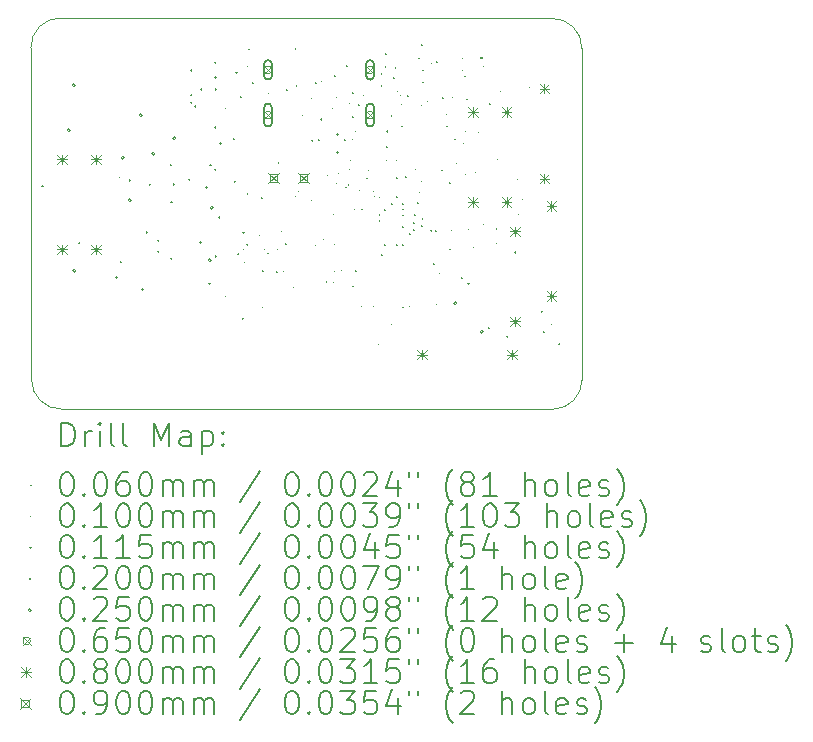
<source format=gbr>
%TF.GenerationSoftware,KiCad,Pcbnew,7.0.5*%
%TF.CreationDate,2023-07-24T14:19:45-04:00*%
%TF.ProjectId,GPSPCB,47505350-4342-42e6-9b69-6361645f7063,00*%
%TF.SameCoordinates,Original*%
%TF.FileFunction,Drillmap*%
%TF.FilePolarity,Positive*%
%FSLAX45Y45*%
G04 Gerber Fmt 4.5, Leading zero omitted, Abs format (unit mm)*
G04 Created by KiCad (PCBNEW 7.0.5) date 2023-07-24 14:19:45*
%MOMM*%
%LPD*%
G01*
G04 APERTURE LIST*
%ADD10C,0.050000*%
%ADD11C,0.200000*%
%ADD12C,0.006000*%
%ADD13C,0.010000*%
%ADD14C,0.011500*%
%ADD15C,0.020000*%
%ADD16C,0.025000*%
%ADD17C,0.065000*%
%ADD18C,0.080000*%
%ADD19C,0.090000*%
G04 APERTURE END LIST*
D10*
X8056812Y-5021812D02*
G75*
G03*
X7801812Y-5276812I-6812J-248188D01*
G01*
X12220000Y-8334000D02*
G75*
G03*
X12469000Y-8085000I0J249000D01*
G01*
X8056812Y-5021812D02*
X12212500Y-5025000D01*
X7806812Y-8078188D02*
G75*
G03*
X8061812Y-8333188I249998J-5002D01*
G01*
X7806812Y-7731812D02*
X7801812Y-5276812D01*
X7806812Y-7731812D02*
X7806812Y-8078188D01*
X12469000Y-8085000D02*
X12467500Y-5280000D01*
X12467500Y-5280000D02*
G75*
G03*
X12212500Y-5025000I-250000J5000D01*
G01*
X12220000Y-8334000D02*
X8061812Y-8333188D01*
D11*
D12*
X9628000Y-6505000D02*
X9634000Y-6511000D01*
X9634000Y-6505000D02*
X9628000Y-6511000D01*
X9676000Y-5566000D02*
X9682000Y-5572000D01*
X9682000Y-5566000D02*
X9676000Y-5572000D01*
X9750000Y-6539000D02*
X9756000Y-6545000D01*
X9756000Y-6539000D02*
X9750000Y-6545000D01*
X9759000Y-7155000D02*
X9765000Y-7161000D01*
X9765000Y-7155000D02*
X9759000Y-7161000D01*
X9803000Y-7009000D02*
X9809000Y-7015000D01*
X9809000Y-7009000D02*
X9803000Y-7015000D01*
X9880000Y-7166000D02*
X9886000Y-7172000D01*
X9886000Y-7166000D02*
X9880000Y-7172000D01*
X9892000Y-6242000D02*
X9898000Y-6248000D01*
X9898000Y-6242000D02*
X9892000Y-6248000D01*
X9954000Y-6929000D02*
X9960000Y-6935000D01*
X9960000Y-6929000D02*
X9954000Y-6935000D01*
X9964474Y-5622474D02*
X9970474Y-5628474D01*
X9970474Y-5622474D02*
X9964474Y-5628474D01*
X10035000Y-5280000D02*
X10041000Y-5286000D01*
X10041000Y-5280000D02*
X10035000Y-5286000D01*
X10045000Y-5588000D02*
X10051000Y-5594000D01*
X10051000Y-5588000D02*
X10045000Y-5594000D01*
X10171000Y-5697000D02*
X10177000Y-5703000D01*
X10177000Y-5697000D02*
X10171000Y-5703000D01*
X10207000Y-5565000D02*
X10213000Y-5571000D01*
X10213000Y-5565000D02*
X10207000Y-5571000D01*
X10298000Y-7252000D02*
X10304000Y-7258000D01*
X10304000Y-7252000D02*
X10298000Y-7258000D01*
X10368000Y-5507000D02*
X10374000Y-5513000D01*
X10374000Y-5507000D02*
X10368000Y-5513000D01*
X10453000Y-6047000D02*
X10459000Y-6053000D01*
X10459000Y-6047000D02*
X10453000Y-6053000D01*
X10462000Y-6449000D02*
X10468000Y-6455000D01*
X10468000Y-6449000D02*
X10462000Y-6455000D01*
X10474000Y-5422000D02*
X10480000Y-5428000D01*
X10480000Y-5422000D02*
X10474000Y-5428000D01*
X10485000Y-6427000D02*
X10491000Y-6433000D01*
X10491000Y-6427000D02*
X10485000Y-6433000D01*
X10523000Y-5650000D02*
X10529000Y-5656000D01*
X10529000Y-5650000D02*
X10523000Y-5656000D01*
X10524000Y-5851000D02*
X10530000Y-5857000D01*
X10530000Y-5851000D02*
X10524000Y-5857000D01*
X10572000Y-5750000D02*
X10578000Y-5756000D01*
X10578000Y-5750000D02*
X10572000Y-5756000D01*
X10596000Y-6637000D02*
X10602000Y-6643000D01*
X10602000Y-6637000D02*
X10596000Y-6643000D01*
X10641000Y-6373000D02*
X10647000Y-6379000D01*
X10647000Y-6373000D02*
X10641000Y-6379000D01*
X10696000Y-6484000D02*
X10702000Y-6490000D01*
X10702000Y-6484000D02*
X10696000Y-6490000D01*
X10705000Y-6527000D02*
X10711000Y-6533000D01*
X10711000Y-6527000D02*
X10705000Y-6533000D01*
X10746000Y-6534000D02*
X10752000Y-6540000D01*
X10752000Y-6534000D02*
X10746000Y-6540000D01*
X10746000Y-6684000D02*
X10752000Y-6690000D01*
X10752000Y-6684000D02*
X10746000Y-6690000D01*
X10746000Y-6734000D02*
X10752000Y-6740000D01*
X10752000Y-6734000D02*
X10746000Y-6740000D01*
X10763000Y-5488000D02*
X10769000Y-5494000D01*
X10769000Y-5488000D02*
X10763000Y-5494000D01*
X10764252Y-5589979D02*
X10770252Y-5595979D01*
X10770252Y-5589979D02*
X10764252Y-5595979D01*
X10769500Y-7022000D02*
X10775500Y-7028000D01*
X10775500Y-7022000D02*
X10769500Y-7028000D01*
X10794000Y-6638000D02*
X10800000Y-6644000D01*
X10800000Y-6638000D02*
X10794000Y-6644000D01*
X10796000Y-6936000D02*
X10802000Y-6942000D01*
X10802000Y-6936000D02*
X10796000Y-6942000D01*
X10797000Y-5430000D02*
X10803000Y-5436000D01*
X10803000Y-5430000D02*
X10797000Y-5436000D01*
X10801000Y-5319000D02*
X10807000Y-5325000D01*
X10807000Y-5319000D02*
X10801000Y-5325000D01*
X10811000Y-6106000D02*
X10817000Y-6112000D01*
X10817000Y-6106000D02*
X10811000Y-6112000D01*
X10847000Y-5847000D02*
X10853000Y-5853000D01*
X10853000Y-5847000D02*
X10847000Y-5853000D01*
X10853000Y-6592000D02*
X10859000Y-6598000D01*
X10859000Y-6592000D02*
X10853000Y-6598000D01*
X10870000Y-5524000D02*
X10876000Y-5530000D01*
X10876000Y-5524000D02*
X10870000Y-5530000D01*
X10881000Y-5440000D02*
X10887000Y-5446000D01*
X10887000Y-5440000D02*
X10881000Y-5446000D01*
X10896000Y-6371000D02*
X10902000Y-6377000D01*
X10902000Y-6371000D02*
X10896000Y-6377000D01*
X10896000Y-6934000D02*
X10902000Y-6940000D01*
X10902000Y-6934000D02*
X10896000Y-6940000D01*
X10897000Y-6533000D02*
X10903000Y-6539000D01*
X10903000Y-6533000D02*
X10897000Y-6539000D01*
X10935000Y-5934000D02*
X10941000Y-5940000D01*
X10941000Y-5934000D02*
X10935000Y-5940000D01*
X10943000Y-6688000D02*
X10949000Y-6694000D01*
X10949000Y-6688000D02*
X10943000Y-6694000D01*
X10946000Y-6589000D02*
X10952000Y-6595000D01*
X10952000Y-6589000D02*
X10946000Y-6595000D01*
X10946000Y-6635000D02*
X10952000Y-6641000D01*
X10952000Y-6635000D02*
X10946000Y-6641000D01*
X10946000Y-6784000D02*
X10952000Y-6790000D01*
X10952000Y-6784000D02*
X10946000Y-6790000D01*
X10946000Y-6935000D02*
X10952000Y-6941000D01*
X10952000Y-6935000D02*
X10946000Y-6941000D01*
X10947000Y-7465000D02*
X10953000Y-7471000D01*
X10953000Y-7465000D02*
X10947000Y-7471000D01*
X10973000Y-6359000D02*
X10979000Y-6365000D01*
X10979000Y-6359000D02*
X10973000Y-6365000D01*
X10990000Y-5673000D02*
X10996000Y-5679000D01*
X10996000Y-5673000D02*
X10990000Y-5679000D01*
X11004000Y-6841000D02*
X11010000Y-6847000D01*
X11010000Y-6841000D02*
X11004000Y-6847000D01*
X11036000Y-6750000D02*
X11042000Y-6756000D01*
X11042000Y-6750000D02*
X11036000Y-6756000D01*
X11037000Y-6808000D02*
X11043000Y-6814000D01*
X11043000Y-6808000D02*
X11037000Y-6814000D01*
X11046000Y-6683000D02*
X11052000Y-6689000D01*
X11052000Y-6683000D02*
X11046000Y-6689000D01*
X11072000Y-6580000D02*
X11078000Y-6586000D01*
X11078000Y-6580000D02*
X11072000Y-6586000D01*
X11080000Y-5357000D02*
X11086000Y-5363000D01*
X11086000Y-5357000D02*
X11080000Y-5363000D01*
X11107000Y-6775000D02*
X11113000Y-6781000D01*
X11113000Y-6775000D02*
X11107000Y-6781000D01*
X11108000Y-5246000D02*
X11114000Y-5252000D01*
X11114000Y-5246000D02*
X11108000Y-5252000D01*
X11111000Y-6714000D02*
X11117000Y-6720000D01*
X11117000Y-6714000D02*
X11111000Y-6720000D01*
X11112000Y-5460000D02*
X11118000Y-5466000D01*
X11118000Y-5460000D02*
X11112000Y-5466000D01*
X11115000Y-5560000D02*
X11121000Y-5566000D01*
X11121000Y-5560000D02*
X11115000Y-5566000D01*
X11188000Y-5401000D02*
X11194000Y-5407000D01*
X11194000Y-5401000D02*
X11188000Y-5407000D01*
X11208000Y-7098000D02*
X11214000Y-7104000D01*
X11214000Y-7098000D02*
X11208000Y-7104000D01*
X11223000Y-6820000D02*
X11229000Y-6826000D01*
X11229000Y-6820000D02*
X11223000Y-6826000D01*
X11235000Y-5388000D02*
X11241000Y-5394000D01*
X11241000Y-5388000D02*
X11235000Y-5394000D01*
X11276937Y-6305054D02*
X11282937Y-6311054D01*
X11282937Y-6305054D02*
X11276937Y-6311054D01*
X11283000Y-5695000D02*
X11289000Y-5701000D01*
X11289000Y-5695000D02*
X11283000Y-5701000D01*
X11345000Y-6413000D02*
X11351000Y-6419000D01*
X11351000Y-6413000D02*
X11345000Y-6419000D01*
X11345000Y-6975000D02*
X11351000Y-6981000D01*
X11351000Y-6975000D02*
X11345000Y-6981000D01*
X11386700Y-6042800D02*
X11392700Y-6048800D01*
X11392700Y-6042800D02*
X11386700Y-6048800D01*
X11443000Y-7214000D02*
X11449000Y-7220000D01*
X11449000Y-7214000D02*
X11443000Y-7220000D01*
X11469000Y-5511000D02*
X11475000Y-5517000D01*
X11475000Y-5511000D02*
X11469000Y-5517000D01*
X11487000Y-5704000D02*
X11493000Y-5710000D01*
X11493000Y-5704000D02*
X11487000Y-5710000D01*
X11500000Y-6804200D02*
X11506000Y-6810200D01*
X11506000Y-6804200D02*
X11500000Y-6810200D01*
X11672000Y-7640000D02*
X11678000Y-7646000D01*
X11678000Y-7640000D02*
X11672000Y-7646000D01*
X11683000Y-5740000D02*
X11689000Y-5746000D01*
X11689000Y-5740000D02*
X11683000Y-5746000D01*
X11736000Y-6924000D02*
X11742000Y-6930000D01*
X11742000Y-6924000D02*
X11736000Y-6930000D01*
X11738000Y-6803000D02*
X11744000Y-6809000D01*
X11744000Y-6803000D02*
X11738000Y-6809000D01*
D13*
X8550000Y-6374000D02*
G75*
G03*
X8550000Y-6374000I-5000J0D01*
G01*
X8583000Y-6688000D02*
G75*
G03*
X8583000Y-6688000I-5000J0D01*
G01*
X9454000Y-7377000D02*
G75*
G03*
X9454000Y-7377000I-5000J0D01*
G01*
X9458000Y-5784000D02*
G75*
G03*
X9458000Y-5784000I-5000J0D01*
G01*
X9540000Y-5877000D02*
G75*
G03*
X9540000Y-5877000I-5000J0D01*
G01*
X9600000Y-6981000D02*
G75*
G03*
X9600000Y-6981000I-5000J0D01*
G01*
X9609000Y-7092000D02*
G75*
G03*
X9609000Y-7092000I-5000J0D01*
G01*
X9642000Y-5429000D02*
G75*
G03*
X9642000Y-5429000I-5000J0D01*
G01*
X9652000Y-5286000D02*
G75*
G03*
X9652000Y-5286000I-5000J0D01*
G01*
X9658000Y-6232000D02*
G75*
G03*
X9658000Y-6232000I-5000J0D01*
G01*
X9743000Y-6861000D02*
G75*
G03*
X9743000Y-6861000I-5000J0D01*
G01*
X9745000Y-6706000D02*
G75*
G03*
X9745000Y-6706000I-5000J0D01*
G01*
X9761000Y-7473000D02*
G75*
G03*
X9761000Y-7473000I-5000J0D01*
G01*
X9781585Y-6983631D02*
G75*
G03*
X9781585Y-6983631I-5000J0D01*
G01*
X9813251Y-5663749D02*
G75*
G03*
X9813251Y-5663749I-5000J0D01*
G01*
X9891000Y-6979909D02*
G75*
G03*
X9891000Y-6979909I-5000J0D01*
G01*
X9926000Y-6829000D02*
G75*
G03*
X9926000Y-6829000I-5000J0D01*
G01*
X9947000Y-7166000D02*
G75*
G03*
X9947000Y-7166000I-5000J0D01*
G01*
X9979000Y-6544000D02*
G75*
G03*
X9979000Y-6544000I-5000J0D01*
G01*
X10025087Y-7303017D02*
G75*
G03*
X10025087Y-7303017I-5000J0D01*
G01*
X10044000Y-6535000D02*
G75*
G03*
X10044000Y-6535000I-5000J0D01*
G01*
X10064000Y-7474000D02*
G75*
G03*
X10064000Y-7474000I-5000J0D01*
G01*
X10070000Y-6493000D02*
G75*
G03*
X10070000Y-6493000I-5000J0D01*
G01*
X10107000Y-5846000D02*
G75*
G03*
X10107000Y-5846000I-5000J0D01*
G01*
X10176000Y-5630000D02*
G75*
G03*
X10176000Y-5630000I-5000J0D01*
G01*
X10176128Y-6567531D02*
G75*
G03*
X10176128Y-6567531I-5000J0D01*
G01*
X10190000Y-6831000D02*
G75*
G03*
X10190000Y-6831000I-5000J0D01*
G01*
X10214055Y-6944000D02*
G75*
G03*
X10214055Y-6944000I-5000J0D01*
G01*
X10262038Y-5561962D02*
G75*
G03*
X10262038Y-5561962I-5000J0D01*
G01*
X10280000Y-6901000D02*
G75*
G03*
X10280000Y-6901000I-5000J0D01*
G01*
X10313000Y-6354000D02*
G75*
G03*
X10313000Y-6354000I-5000J0D01*
G01*
X10359000Y-5788000D02*
G75*
G03*
X10359000Y-5788000I-5000J0D01*
G01*
X10364000Y-7259000D02*
G75*
G03*
X10364000Y-7259000I-5000J0D01*
G01*
X10365000Y-6689000D02*
G75*
G03*
X10365000Y-6689000I-5000J0D01*
G01*
X10376000Y-6940000D02*
G75*
G03*
X10376000Y-6940000I-5000J0D01*
G01*
X10379000Y-7166000D02*
G75*
G03*
X10379000Y-7166000I-5000J0D01*
G01*
X10392000Y-6422000D02*
G75*
G03*
X10392000Y-6422000I-5000J0D01*
G01*
X10392038Y-5691962D02*
G75*
G03*
X10392038Y-5691962I-5000J0D01*
G01*
X10407428Y-6338881D02*
G75*
G03*
X10407428Y-6338881I-5000J0D01*
G01*
X10432000Y-7160000D02*
G75*
G03*
X10432000Y-7160000I-5000J0D01*
G01*
X10500054Y-5746664D02*
G75*
G03*
X10500054Y-5746664I-5000J0D01*
G01*
X10505000Y-6228000D02*
G75*
G03*
X10505000Y-6228000I-5000J0D01*
G01*
X10505751Y-6300751D02*
G75*
G03*
X10505751Y-6300751I-5000J0D01*
G01*
X10523666Y-6049000D02*
G75*
G03*
X10523666Y-6049000I-5000J0D01*
G01*
X10532000Y-7293000D02*
G75*
G03*
X10532000Y-7293000I-5000J0D01*
G01*
X10541000Y-6643138D02*
G75*
G03*
X10541000Y-6643138I-5000J0D01*
G01*
X10551291Y-5981555D02*
G75*
G03*
X10551291Y-5981555I-5000J0D01*
G01*
X10571000Y-5885000D02*
G75*
G03*
X10571000Y-5885000I-5000J0D01*
G01*
X10583384Y-6482169D02*
G75*
G03*
X10583384Y-6482169I-5000J0D01*
G01*
X10588985Y-5814381D02*
G75*
G03*
X10588985Y-5814381I-5000J0D01*
G01*
X10606000Y-7464000D02*
G75*
G03*
X10606000Y-7464000I-5000J0D01*
G01*
X10615000Y-5678000D02*
G75*
G03*
X10615000Y-5678000I-5000J0D01*
G01*
X10664000Y-6313000D02*
G75*
G03*
X10664000Y-6313000I-5000J0D01*
G01*
X10703000Y-7464000D02*
G75*
G03*
X10703000Y-7464000I-5000J0D01*
G01*
X10747749Y-7786251D02*
G75*
G03*
X10747749Y-7786251I-5000J0D01*
G01*
X10774000Y-7695000D02*
G75*
G03*
X10774000Y-7695000I-5000J0D01*
G01*
X10811000Y-6227000D02*
G75*
G03*
X10811000Y-6227000I-5000J0D01*
G01*
X10856000Y-7617000D02*
G75*
G03*
X10856000Y-7617000I-5000J0D01*
G01*
X10898500Y-6225000D02*
G75*
G03*
X10898500Y-6225000I-5000J0D01*
G01*
X10910446Y-5642585D02*
G75*
G03*
X10910446Y-5642585I-5000J0D01*
G01*
X10937079Y-5675706D02*
G75*
G03*
X10937079Y-5675706I-5000J0D01*
G01*
X10940000Y-5755850D02*
G75*
G03*
X10940000Y-5755850I-5000J0D01*
G01*
X10961000Y-5790850D02*
G75*
G03*
X10961000Y-5790850I-5000J0D01*
G01*
X10996000Y-6131000D02*
G75*
G03*
X10996000Y-6131000I-5000J0D01*
G01*
X11009000Y-7465000D02*
G75*
G03*
X11009000Y-7465000I-5000J0D01*
G01*
X11060094Y-6303000D02*
G75*
G03*
X11060094Y-6303000I-5000J0D01*
G01*
X11061784Y-5792216D02*
G75*
G03*
X11061784Y-5792216I-5000J0D01*
G01*
X11089000Y-6500000D02*
G75*
G03*
X11089000Y-6500000I-5000J0D01*
G01*
X11111000Y-5761000D02*
G75*
G03*
X11111000Y-5761000I-5000J0D01*
G01*
X11114121Y-6405121D02*
G75*
G03*
X11114121Y-6405121I-5000J0D01*
G01*
X11160000Y-5730000D02*
G75*
G03*
X11160000Y-5730000I-5000J0D01*
G01*
X11196978Y-6324627D02*
G75*
G03*
X11196978Y-6324627I-5000J0D01*
G01*
X11239000Y-7448000D02*
G75*
G03*
X11239000Y-7448000I-5000J0D01*
G01*
X11268000Y-7181000D02*
G75*
G03*
X11268000Y-7181000I-5000J0D01*
G01*
X11317224Y-6393274D02*
G75*
G03*
X11317224Y-6393274I-5000J0D01*
G01*
X11324000Y-5836000D02*
G75*
G03*
X11324000Y-5836000I-5000J0D01*
G01*
X11328000Y-5938000D02*
G75*
G03*
X11328000Y-5938000I-5000J0D01*
G01*
X11339000Y-7688000D02*
G75*
G03*
X11339000Y-7688000I-5000J0D01*
G01*
X11365000Y-6819000D02*
G75*
G03*
X11365000Y-6819000I-5000J0D01*
G01*
X11372000Y-5695000D02*
G75*
G03*
X11372000Y-5695000I-5000J0D01*
G01*
X11406000Y-6254000D02*
G75*
G03*
X11406000Y-6254000I-5000J0D01*
G01*
X11458256Y-5362000D02*
G75*
G03*
X11458256Y-5362000I-5000J0D01*
G01*
X11461000Y-5463000D02*
G75*
G03*
X11461000Y-5463000I-5000J0D01*
G01*
X11462216Y-6084216D02*
G75*
G03*
X11462216Y-6084216I-5000J0D01*
G01*
X11482000Y-5986000D02*
G75*
G03*
X11482000Y-5986000I-5000J0D01*
G01*
X11485000Y-6343000D02*
G75*
G03*
X11485000Y-6343000I-5000J0D01*
G01*
X11553000Y-6963000D02*
G75*
G03*
X11553000Y-6963000I-5000J0D01*
G01*
X11569000Y-6327000D02*
G75*
G03*
X11569000Y-6327000I-5000J0D01*
G01*
X11589367Y-5992870D02*
G75*
G03*
X11589367Y-5992870I-5000J0D01*
G01*
X11638408Y-5430977D02*
G75*
G03*
X11638408Y-5430977I-5000J0D01*
G01*
X11639000Y-6767000D02*
G75*
G03*
X11639000Y-6767000I-5000J0D01*
G01*
X11671000Y-6645000D02*
G75*
G03*
X11671000Y-6645000I-5000J0D01*
G01*
X11756000Y-6219000D02*
G75*
G03*
X11756000Y-6219000I-5000J0D01*
G01*
X11783000Y-5643000D02*
G75*
G03*
X11783000Y-5643000I-5000J0D01*
G01*
X11794000Y-6079000D02*
G75*
G03*
X11794000Y-6079000I-5000J0D01*
G01*
X11921000Y-6190000D02*
G75*
G03*
X11921000Y-6190000I-5000J0D01*
G01*
X11927000Y-6387000D02*
G75*
G03*
X11927000Y-6387000I-5000J0D01*
G01*
X11930000Y-6688000D02*
G75*
G03*
X11930000Y-6688000I-5000J0D01*
G01*
X11965000Y-6559000D02*
G75*
G03*
X11965000Y-6559000I-5000J0D01*
G01*
X12030000Y-5607000D02*
G75*
G03*
X12030000Y-5607000I-5000J0D01*
G01*
X12082000Y-6190000D02*
G75*
G03*
X12082000Y-6190000I-5000J0D01*
G01*
X12214000Y-7616000D02*
G75*
G03*
X12214000Y-7616000I-5000J0D01*
G01*
X12343000Y-7663000D02*
G75*
G03*
X12343000Y-7663000I-5000J0D01*
G01*
D14*
X7896000Y-6435250D02*
X7896000Y-6446750D01*
X7890250Y-6441000D02*
X7901750Y-6441000D01*
X8207000Y-6918250D02*
X8207000Y-6929750D01*
X8201250Y-6924000D02*
X8212750Y-6924000D01*
X8523000Y-7210250D02*
X8523000Y-7221750D01*
X8517250Y-7216000D02*
X8528750Y-7216000D01*
X8560000Y-7079250D02*
X8560000Y-7090750D01*
X8554250Y-7085000D02*
X8565750Y-7085000D01*
X8637000Y-6388250D02*
X8637000Y-6399750D01*
X8631250Y-6394000D02*
X8642750Y-6394000D01*
X8743000Y-7309250D02*
X8743000Y-7320750D01*
X8737250Y-7315000D02*
X8748750Y-7315000D01*
X8779000Y-6826750D02*
X8779000Y-6838250D01*
X8773250Y-6832500D02*
X8784750Y-6832500D01*
X8803925Y-6425538D02*
X8803925Y-6437038D01*
X8798175Y-6431288D02*
X8809675Y-6431288D01*
X8875000Y-6898250D02*
X8875000Y-6909750D01*
X8869250Y-6904000D02*
X8880750Y-6904000D01*
X8876000Y-6992250D02*
X8876000Y-7003750D01*
X8870250Y-6998000D02*
X8881750Y-6998000D01*
X8984000Y-6258250D02*
X8984000Y-6269750D01*
X8978250Y-6264000D02*
X8989750Y-6264000D01*
X8987000Y-7050250D02*
X8987000Y-7061750D01*
X8981250Y-7056000D02*
X8992750Y-7056000D01*
X8990000Y-6570250D02*
X8990000Y-6581750D01*
X8984250Y-6576000D02*
X8995750Y-6576000D01*
X9007627Y-6423166D02*
X9007627Y-6434666D01*
X9001877Y-6428916D02*
X9013377Y-6428916D01*
X9139000Y-6381250D02*
X9139000Y-6392750D01*
X9133250Y-6387000D02*
X9144750Y-6387000D01*
X9154000Y-5455250D02*
X9154000Y-5466750D01*
X9148250Y-5461000D02*
X9159750Y-5461000D01*
X9155450Y-5730250D02*
X9155450Y-5741750D01*
X9149700Y-5736000D02*
X9161200Y-5736000D01*
X9155500Y-5665874D02*
X9155500Y-5677374D01*
X9149750Y-5671624D02*
X9161250Y-5671624D01*
X9188000Y-5762250D02*
X9188000Y-5773750D01*
X9182250Y-5768000D02*
X9193750Y-5768000D01*
X9235000Y-6911250D02*
X9235000Y-6922750D01*
X9229250Y-6917000D02*
X9240750Y-6917000D01*
X9240000Y-5616750D02*
X9240000Y-5628250D01*
X9234250Y-5622500D02*
X9245750Y-5622500D01*
X9285000Y-6446250D02*
X9285000Y-6457750D01*
X9279250Y-6452000D02*
X9290750Y-6452000D01*
X9311000Y-7263750D02*
X9311000Y-7275250D01*
X9305250Y-7269500D02*
X9316750Y-7269500D01*
X9320000Y-6257250D02*
X9320000Y-6268750D01*
X9314250Y-6263000D02*
X9325750Y-6263000D01*
X9357000Y-5392250D02*
X9357000Y-5403750D01*
X9351250Y-5398000D02*
X9362750Y-5398000D01*
X9358500Y-5940250D02*
X9358500Y-5951750D01*
X9352750Y-5946000D02*
X9364250Y-5946000D01*
X9358500Y-6296250D02*
X9358500Y-6307750D01*
X9352750Y-6302000D02*
X9364250Y-6302000D01*
X9362000Y-5515250D02*
X9362000Y-5526750D01*
X9356250Y-5521000D02*
X9367750Y-5521000D01*
X9363000Y-5616250D02*
X9363000Y-5627750D01*
X9357250Y-5622000D02*
X9368750Y-5622000D01*
X9363000Y-7032250D02*
X9363000Y-7043750D01*
X9357250Y-7038000D02*
X9368750Y-7038000D01*
X9392996Y-6700221D02*
X9392996Y-6711721D01*
X9387246Y-6705971D02*
X9398746Y-6705971D01*
X9403787Y-6074250D02*
X9403787Y-6085750D01*
X9398037Y-6080000D02*
X9409537Y-6080000D01*
X9515500Y-6036750D02*
X9515500Y-6048250D01*
X9509750Y-6042500D02*
X9521250Y-6042500D01*
X9526000Y-6398250D02*
X9526000Y-6409750D01*
X9520250Y-6404000D02*
X9531750Y-6404000D01*
X9539000Y-5476250D02*
X9539000Y-5487750D01*
X9533250Y-5482000D02*
X9544750Y-5482000D01*
X9552000Y-7010250D02*
X9552000Y-7021750D01*
X9546250Y-7016000D02*
X9557750Y-7016000D01*
X9576500Y-5683414D02*
X9576500Y-5694914D01*
X9570750Y-5689164D02*
X9582250Y-5689164D01*
X9593000Y-7558250D02*
X9593000Y-7569750D01*
X9587250Y-7564000D02*
X9598750Y-7564000D01*
X9596839Y-6830533D02*
X9596839Y-6842033D01*
X9591089Y-6836283D02*
X9602589Y-6836283D01*
X9630000Y-6932250D02*
X9630000Y-6943750D01*
X9624250Y-6938000D02*
X9635750Y-6938000D01*
X10179568Y-6052649D02*
X10179568Y-6064149D01*
X10173818Y-6058399D02*
X10185318Y-6058399D01*
X10236967Y-6046283D02*
X10236967Y-6057783D01*
X10231217Y-6052033D02*
X10242717Y-6052033D01*
X10255500Y-5869876D02*
X10255500Y-5881376D01*
X10249750Y-5875626D02*
X10261250Y-5875626D01*
X10393779Y-5997996D02*
X10393779Y-6009496D01*
X10388029Y-6003746D02*
X10399529Y-6003746D01*
X10394983Y-6151267D02*
X10394983Y-6162767D01*
X10389233Y-6157017D02*
X10400733Y-6157017D01*
X10549000Y-7156250D02*
X10549000Y-7167750D01*
X10543250Y-7162000D02*
X10554750Y-7162000D01*
X10815000Y-5973750D02*
X10815000Y-5985250D01*
X10809250Y-5979500D02*
X10820750Y-5979500D01*
X11186000Y-6815250D02*
X11186000Y-6826750D01*
X11180250Y-6821000D02*
X11191750Y-6821000D01*
X11503000Y-7263250D02*
X11503000Y-7274750D01*
X11497250Y-7269000D02*
X11508750Y-7269000D01*
X11831000Y-7711250D02*
X11831000Y-7722750D01*
X11825250Y-7717000D02*
X11836750Y-7717000D01*
X11898000Y-6996250D02*
X11898000Y-7007750D01*
X11892250Y-7002000D02*
X11903750Y-7002000D01*
X12124000Y-7500250D02*
X12124000Y-7511750D01*
X12118250Y-7506000D02*
X12129750Y-7506000D01*
X12142000Y-7671250D02*
X12142000Y-7682750D01*
X12136250Y-7677000D02*
X12147750Y-7677000D01*
X12270483Y-7773733D02*
X12270483Y-7785233D01*
X12264733Y-7779483D02*
X12276233Y-7779483D01*
D15*
X11622071Y-5363071D02*
X11622071Y-5348929D01*
X11607929Y-5348929D01*
X11607929Y-5363071D01*
X11622071Y-5363071D01*
D16*
X8118000Y-5979500D02*
X8130500Y-5967000D01*
X8118000Y-5954500D01*
X8105500Y-5967000D01*
X8118000Y-5979500D01*
X8160000Y-5600000D02*
X8172500Y-5587500D01*
X8160000Y-5575000D01*
X8147500Y-5587500D01*
X8160000Y-5600000D01*
X8163109Y-7169391D02*
X8175609Y-7156891D01*
X8163109Y-7144391D01*
X8150609Y-7156891D01*
X8163109Y-7169391D01*
X8575000Y-6212500D02*
X8587500Y-6200000D01*
X8575000Y-6187500D01*
X8562500Y-6200000D01*
X8575000Y-6212500D01*
X8633596Y-6574182D02*
X8646096Y-6561682D01*
X8633596Y-6549182D01*
X8621096Y-6561682D01*
X8633596Y-6574182D01*
X8728000Y-5854500D02*
X8740500Y-5842000D01*
X8728000Y-5829500D01*
X8715500Y-5842000D01*
X8728000Y-5854500D01*
X8832000Y-6181500D02*
X8844500Y-6169000D01*
X8832000Y-6156500D01*
X8819500Y-6169000D01*
X8832000Y-6181500D01*
X9010000Y-6047500D02*
X9022500Y-6035000D01*
X9010000Y-6022500D01*
X8997500Y-6035000D01*
X9010000Y-6047500D01*
X9313000Y-7079500D02*
X9325500Y-7067000D01*
X9313000Y-7054500D01*
X9300500Y-7067000D01*
X9313000Y-7079500D01*
X9330000Y-6635000D02*
X9342500Y-6622500D01*
X9330000Y-6610000D01*
X9317500Y-6622500D01*
X9330000Y-6635000D01*
X11392000Y-7445500D02*
X11404500Y-7433000D01*
X11392000Y-7420500D01*
X11379500Y-7433000D01*
X11392000Y-7445500D01*
X11616000Y-7685500D02*
X11628500Y-7673000D01*
X11616000Y-7660500D01*
X11603500Y-7673000D01*
X11616000Y-7685500D01*
D17*
X9777500Y-5429000D02*
X9842500Y-5494000D01*
X9842500Y-5429000D02*
X9777500Y-5494000D01*
X9842500Y-5461500D02*
G75*
G03*
X9842500Y-5461500I-32500J0D01*
G01*
D11*
X9777500Y-5411500D02*
X9777500Y-5511500D01*
X9777500Y-5511500D02*
G75*
G03*
X9842500Y-5511500I32500J0D01*
G01*
X9842500Y-5511500D02*
X9842500Y-5411500D01*
X9842500Y-5411500D02*
G75*
G03*
X9777500Y-5411500I-32500J0D01*
G01*
D17*
X9777500Y-5811500D02*
X9842500Y-5876500D01*
X9842500Y-5811500D02*
X9777500Y-5876500D01*
X9842500Y-5844000D02*
G75*
G03*
X9842500Y-5844000I-32500J0D01*
G01*
D11*
X9777500Y-5779000D02*
X9777500Y-5909000D01*
X9777500Y-5909000D02*
G75*
G03*
X9842500Y-5909000I32500J0D01*
G01*
X9842500Y-5909000D02*
X9842500Y-5779000D01*
X9842500Y-5779000D02*
G75*
G03*
X9777500Y-5779000I-32500J0D01*
G01*
D17*
X10641500Y-5429000D02*
X10706500Y-5494000D01*
X10706500Y-5429000D02*
X10641500Y-5494000D01*
X10706500Y-5461500D02*
G75*
G03*
X10706500Y-5461500I-32500J0D01*
G01*
D11*
X10641500Y-5411500D02*
X10641500Y-5511500D01*
X10641500Y-5511500D02*
G75*
G03*
X10706500Y-5511500I32500J0D01*
G01*
X10706500Y-5511500D02*
X10706500Y-5411500D01*
X10706500Y-5411500D02*
G75*
G03*
X10641500Y-5411500I-32500J0D01*
G01*
D17*
X10641500Y-5811500D02*
X10706500Y-5876500D01*
X10706500Y-5811500D02*
X10641500Y-5876500D01*
X10706500Y-5844000D02*
G75*
G03*
X10706500Y-5844000I-32500J0D01*
G01*
D11*
X10641500Y-5779000D02*
X10641500Y-5909000D01*
X10641500Y-5909000D02*
G75*
G03*
X10706500Y-5909000I32500J0D01*
G01*
X10706500Y-5909000D02*
X10706500Y-5779000D01*
X10706500Y-5779000D02*
G75*
G03*
X10641500Y-5779000I-32500J0D01*
G01*
D18*
X8025000Y-6179000D02*
X8105000Y-6259000D01*
X8105000Y-6179000D02*
X8025000Y-6259000D01*
X8065000Y-6179000D02*
X8065000Y-6259000D01*
X8025000Y-6219000D02*
X8105000Y-6219000D01*
X8025000Y-6941000D02*
X8105000Y-7021000D01*
X8105000Y-6941000D02*
X8025000Y-7021000D01*
X8065000Y-6941000D02*
X8065000Y-7021000D01*
X8025000Y-6981000D02*
X8105000Y-6981000D01*
X8315000Y-6179000D02*
X8395000Y-6259000D01*
X8395000Y-6179000D02*
X8315000Y-6259000D01*
X8355000Y-6179000D02*
X8355000Y-6259000D01*
X8315000Y-6219000D02*
X8395000Y-6219000D01*
X8315000Y-6941000D02*
X8395000Y-7021000D01*
X8395000Y-6941000D02*
X8315000Y-7021000D01*
X8355000Y-6941000D02*
X8355000Y-7021000D01*
X8315000Y-6981000D02*
X8395000Y-6981000D01*
X11073000Y-7832000D02*
X11153000Y-7912000D01*
X11153000Y-7832000D02*
X11073000Y-7912000D01*
X11113000Y-7832000D02*
X11113000Y-7912000D01*
X11073000Y-7872000D02*
X11153000Y-7872000D01*
X11505000Y-5779000D02*
X11585000Y-5859000D01*
X11585000Y-5779000D02*
X11505000Y-5859000D01*
X11545000Y-5779000D02*
X11545000Y-5859000D01*
X11505000Y-5819000D02*
X11585000Y-5819000D01*
X11505000Y-6541000D02*
X11585000Y-6621000D01*
X11585000Y-6541000D02*
X11505000Y-6621000D01*
X11545000Y-6541000D02*
X11545000Y-6621000D01*
X11505000Y-6581000D02*
X11585000Y-6581000D01*
X11790000Y-5779000D02*
X11870000Y-5859000D01*
X11870000Y-5779000D02*
X11790000Y-5859000D01*
X11830000Y-5779000D02*
X11830000Y-5859000D01*
X11790000Y-5819000D02*
X11870000Y-5819000D01*
X11790000Y-6541000D02*
X11870000Y-6621000D01*
X11870000Y-6541000D02*
X11790000Y-6621000D01*
X11830000Y-6541000D02*
X11830000Y-6621000D01*
X11790000Y-6581000D02*
X11870000Y-6581000D01*
X11835000Y-7832000D02*
X11915000Y-7912000D01*
X11915000Y-7832000D02*
X11835000Y-7912000D01*
X11875000Y-7832000D02*
X11875000Y-7912000D01*
X11835000Y-7872000D02*
X11915000Y-7872000D01*
X11860000Y-6789000D02*
X11940000Y-6869000D01*
X11940000Y-6789000D02*
X11860000Y-6869000D01*
X11900000Y-6789000D02*
X11900000Y-6869000D01*
X11860000Y-6829000D02*
X11940000Y-6829000D01*
X11860000Y-7551000D02*
X11940000Y-7631000D01*
X11940000Y-7551000D02*
X11860000Y-7631000D01*
X11900000Y-7551000D02*
X11900000Y-7631000D01*
X11860000Y-7591000D02*
X11940000Y-7591000D01*
X12110000Y-5579000D02*
X12190000Y-5659000D01*
X12190000Y-5579000D02*
X12110000Y-5659000D01*
X12150000Y-5579000D02*
X12150000Y-5659000D01*
X12110000Y-5619000D02*
X12190000Y-5619000D01*
X12110000Y-6341000D02*
X12190000Y-6421000D01*
X12190000Y-6341000D02*
X12110000Y-6421000D01*
X12150000Y-6341000D02*
X12150000Y-6421000D01*
X12110000Y-6381000D02*
X12190000Y-6381000D01*
X12170000Y-6574000D02*
X12250000Y-6654000D01*
X12250000Y-6574000D02*
X12170000Y-6654000D01*
X12210000Y-6574000D02*
X12210000Y-6654000D01*
X12170000Y-6614000D02*
X12250000Y-6614000D01*
X12170000Y-7336000D02*
X12250000Y-7416000D01*
X12250000Y-7336000D02*
X12170000Y-7416000D01*
X12210000Y-7336000D02*
X12210000Y-7416000D01*
X12170000Y-7376000D02*
X12250000Y-7376000D01*
D19*
X9809700Y-6330400D02*
X9899700Y-6420400D01*
X9899700Y-6330400D02*
X9809700Y-6420400D01*
X9886520Y-6407220D02*
X9886520Y-6343580D01*
X9822880Y-6343580D01*
X9822880Y-6407220D01*
X9886520Y-6407220D01*
X10063700Y-6330400D02*
X10153700Y-6420400D01*
X10153700Y-6330400D02*
X10063700Y-6420400D01*
X10140520Y-6407220D02*
X10140520Y-6343580D01*
X10076880Y-6343580D01*
X10076880Y-6407220D01*
X10140520Y-6407220D01*
D11*
X8059995Y-8647984D02*
X8059995Y-8447984D01*
X8059995Y-8447984D02*
X8107614Y-8447984D01*
X8107614Y-8447984D02*
X8136186Y-8457508D01*
X8136186Y-8457508D02*
X8155234Y-8476555D01*
X8155234Y-8476555D02*
X8164757Y-8495603D01*
X8164757Y-8495603D02*
X8174281Y-8533698D01*
X8174281Y-8533698D02*
X8174281Y-8562270D01*
X8174281Y-8562270D02*
X8164757Y-8600365D01*
X8164757Y-8600365D02*
X8155234Y-8619412D01*
X8155234Y-8619412D02*
X8136186Y-8638460D01*
X8136186Y-8638460D02*
X8107614Y-8647984D01*
X8107614Y-8647984D02*
X8059995Y-8647984D01*
X8259995Y-8647984D02*
X8259995Y-8514650D01*
X8259995Y-8552746D02*
X8269519Y-8533698D01*
X8269519Y-8533698D02*
X8279043Y-8524174D01*
X8279043Y-8524174D02*
X8298091Y-8514650D01*
X8298091Y-8514650D02*
X8317138Y-8514650D01*
X8383805Y-8647984D02*
X8383805Y-8514650D01*
X8383805Y-8447984D02*
X8374281Y-8457508D01*
X8374281Y-8457508D02*
X8383805Y-8467031D01*
X8383805Y-8467031D02*
X8393329Y-8457508D01*
X8393329Y-8457508D02*
X8383805Y-8447984D01*
X8383805Y-8447984D02*
X8383805Y-8467031D01*
X8507615Y-8647984D02*
X8488567Y-8638460D01*
X8488567Y-8638460D02*
X8479043Y-8619412D01*
X8479043Y-8619412D02*
X8479043Y-8447984D01*
X8612376Y-8647984D02*
X8593329Y-8638460D01*
X8593329Y-8638460D02*
X8583805Y-8619412D01*
X8583805Y-8619412D02*
X8583805Y-8447984D01*
X8840948Y-8647984D02*
X8840948Y-8447984D01*
X8840948Y-8447984D02*
X8907615Y-8590841D01*
X8907615Y-8590841D02*
X8974281Y-8447984D01*
X8974281Y-8447984D02*
X8974281Y-8647984D01*
X9155234Y-8647984D02*
X9155234Y-8543222D01*
X9155234Y-8543222D02*
X9145710Y-8524174D01*
X9145710Y-8524174D02*
X9126662Y-8514650D01*
X9126662Y-8514650D02*
X9088567Y-8514650D01*
X9088567Y-8514650D02*
X9069519Y-8524174D01*
X9155234Y-8638460D02*
X9136186Y-8647984D01*
X9136186Y-8647984D02*
X9088567Y-8647984D01*
X9088567Y-8647984D02*
X9069519Y-8638460D01*
X9069519Y-8638460D02*
X9059996Y-8619412D01*
X9059996Y-8619412D02*
X9059996Y-8600365D01*
X9059996Y-8600365D02*
X9069519Y-8581317D01*
X9069519Y-8581317D02*
X9088567Y-8571793D01*
X9088567Y-8571793D02*
X9136186Y-8571793D01*
X9136186Y-8571793D02*
X9155234Y-8562270D01*
X9250472Y-8514650D02*
X9250472Y-8714650D01*
X9250472Y-8524174D02*
X9269519Y-8514650D01*
X9269519Y-8514650D02*
X9307615Y-8514650D01*
X9307615Y-8514650D02*
X9326662Y-8524174D01*
X9326662Y-8524174D02*
X9336186Y-8533698D01*
X9336186Y-8533698D02*
X9345710Y-8552746D01*
X9345710Y-8552746D02*
X9345710Y-8609889D01*
X9345710Y-8609889D02*
X9336186Y-8628936D01*
X9336186Y-8628936D02*
X9326662Y-8638460D01*
X9326662Y-8638460D02*
X9307615Y-8647984D01*
X9307615Y-8647984D02*
X9269519Y-8647984D01*
X9269519Y-8647984D02*
X9250472Y-8638460D01*
X9431424Y-8628936D02*
X9440948Y-8638460D01*
X9440948Y-8638460D02*
X9431424Y-8647984D01*
X9431424Y-8647984D02*
X9421900Y-8638460D01*
X9421900Y-8638460D02*
X9431424Y-8628936D01*
X9431424Y-8628936D02*
X9431424Y-8647984D01*
X9431424Y-8524174D02*
X9440948Y-8533698D01*
X9440948Y-8533698D02*
X9431424Y-8543222D01*
X9431424Y-8543222D02*
X9421900Y-8533698D01*
X9421900Y-8533698D02*
X9431424Y-8524174D01*
X9431424Y-8524174D02*
X9431424Y-8543222D01*
D12*
X7793219Y-8973500D02*
X7799219Y-8979500D01*
X7799219Y-8973500D02*
X7793219Y-8979500D01*
D11*
X8098091Y-8867984D02*
X8117138Y-8867984D01*
X8117138Y-8867984D02*
X8136186Y-8877508D01*
X8136186Y-8877508D02*
X8145710Y-8887031D01*
X8145710Y-8887031D02*
X8155234Y-8906079D01*
X8155234Y-8906079D02*
X8164757Y-8944174D01*
X8164757Y-8944174D02*
X8164757Y-8991793D01*
X8164757Y-8991793D02*
X8155234Y-9029889D01*
X8155234Y-9029889D02*
X8145710Y-9048936D01*
X8145710Y-9048936D02*
X8136186Y-9058460D01*
X8136186Y-9058460D02*
X8117138Y-9067984D01*
X8117138Y-9067984D02*
X8098091Y-9067984D01*
X8098091Y-9067984D02*
X8079043Y-9058460D01*
X8079043Y-9058460D02*
X8069519Y-9048936D01*
X8069519Y-9048936D02*
X8059995Y-9029889D01*
X8059995Y-9029889D02*
X8050472Y-8991793D01*
X8050472Y-8991793D02*
X8050472Y-8944174D01*
X8050472Y-8944174D02*
X8059995Y-8906079D01*
X8059995Y-8906079D02*
X8069519Y-8887031D01*
X8069519Y-8887031D02*
X8079043Y-8877508D01*
X8079043Y-8877508D02*
X8098091Y-8867984D01*
X8250472Y-9048936D02*
X8259995Y-9058460D01*
X8259995Y-9058460D02*
X8250472Y-9067984D01*
X8250472Y-9067984D02*
X8240948Y-9058460D01*
X8240948Y-9058460D02*
X8250472Y-9048936D01*
X8250472Y-9048936D02*
X8250472Y-9067984D01*
X8383805Y-8867984D02*
X8402853Y-8867984D01*
X8402853Y-8867984D02*
X8421900Y-8877508D01*
X8421900Y-8877508D02*
X8431424Y-8887031D01*
X8431424Y-8887031D02*
X8440948Y-8906079D01*
X8440948Y-8906079D02*
X8450472Y-8944174D01*
X8450472Y-8944174D02*
X8450472Y-8991793D01*
X8450472Y-8991793D02*
X8440948Y-9029889D01*
X8440948Y-9029889D02*
X8431424Y-9048936D01*
X8431424Y-9048936D02*
X8421900Y-9058460D01*
X8421900Y-9058460D02*
X8402853Y-9067984D01*
X8402853Y-9067984D02*
X8383805Y-9067984D01*
X8383805Y-9067984D02*
X8364757Y-9058460D01*
X8364757Y-9058460D02*
X8355234Y-9048936D01*
X8355234Y-9048936D02*
X8345710Y-9029889D01*
X8345710Y-9029889D02*
X8336186Y-8991793D01*
X8336186Y-8991793D02*
X8336186Y-8944174D01*
X8336186Y-8944174D02*
X8345710Y-8906079D01*
X8345710Y-8906079D02*
X8355234Y-8887031D01*
X8355234Y-8887031D02*
X8364757Y-8877508D01*
X8364757Y-8877508D02*
X8383805Y-8867984D01*
X8621900Y-8867984D02*
X8583805Y-8867984D01*
X8583805Y-8867984D02*
X8564757Y-8877508D01*
X8564757Y-8877508D02*
X8555234Y-8887031D01*
X8555234Y-8887031D02*
X8536186Y-8915603D01*
X8536186Y-8915603D02*
X8526662Y-8953698D01*
X8526662Y-8953698D02*
X8526662Y-9029889D01*
X8526662Y-9029889D02*
X8536186Y-9048936D01*
X8536186Y-9048936D02*
X8545710Y-9058460D01*
X8545710Y-9058460D02*
X8564757Y-9067984D01*
X8564757Y-9067984D02*
X8602853Y-9067984D01*
X8602853Y-9067984D02*
X8621900Y-9058460D01*
X8621900Y-9058460D02*
X8631424Y-9048936D01*
X8631424Y-9048936D02*
X8640948Y-9029889D01*
X8640948Y-9029889D02*
X8640948Y-8982270D01*
X8640948Y-8982270D02*
X8631424Y-8963222D01*
X8631424Y-8963222D02*
X8621900Y-8953698D01*
X8621900Y-8953698D02*
X8602853Y-8944174D01*
X8602853Y-8944174D02*
X8564757Y-8944174D01*
X8564757Y-8944174D02*
X8545710Y-8953698D01*
X8545710Y-8953698D02*
X8536186Y-8963222D01*
X8536186Y-8963222D02*
X8526662Y-8982270D01*
X8764757Y-8867984D02*
X8783805Y-8867984D01*
X8783805Y-8867984D02*
X8802853Y-8877508D01*
X8802853Y-8877508D02*
X8812377Y-8887031D01*
X8812377Y-8887031D02*
X8821900Y-8906079D01*
X8821900Y-8906079D02*
X8831424Y-8944174D01*
X8831424Y-8944174D02*
X8831424Y-8991793D01*
X8831424Y-8991793D02*
X8821900Y-9029889D01*
X8821900Y-9029889D02*
X8812377Y-9048936D01*
X8812377Y-9048936D02*
X8802853Y-9058460D01*
X8802853Y-9058460D02*
X8783805Y-9067984D01*
X8783805Y-9067984D02*
X8764757Y-9067984D01*
X8764757Y-9067984D02*
X8745710Y-9058460D01*
X8745710Y-9058460D02*
X8736186Y-9048936D01*
X8736186Y-9048936D02*
X8726662Y-9029889D01*
X8726662Y-9029889D02*
X8717138Y-8991793D01*
X8717138Y-8991793D02*
X8717138Y-8944174D01*
X8717138Y-8944174D02*
X8726662Y-8906079D01*
X8726662Y-8906079D02*
X8736186Y-8887031D01*
X8736186Y-8887031D02*
X8745710Y-8877508D01*
X8745710Y-8877508D02*
X8764757Y-8867984D01*
X8917138Y-9067984D02*
X8917138Y-8934650D01*
X8917138Y-8953698D02*
X8926662Y-8944174D01*
X8926662Y-8944174D02*
X8945710Y-8934650D01*
X8945710Y-8934650D02*
X8974281Y-8934650D01*
X8974281Y-8934650D02*
X8993329Y-8944174D01*
X8993329Y-8944174D02*
X9002853Y-8963222D01*
X9002853Y-8963222D02*
X9002853Y-9067984D01*
X9002853Y-8963222D02*
X9012377Y-8944174D01*
X9012377Y-8944174D02*
X9031424Y-8934650D01*
X9031424Y-8934650D02*
X9059996Y-8934650D01*
X9059996Y-8934650D02*
X9079043Y-8944174D01*
X9079043Y-8944174D02*
X9088567Y-8963222D01*
X9088567Y-8963222D02*
X9088567Y-9067984D01*
X9183805Y-9067984D02*
X9183805Y-8934650D01*
X9183805Y-8953698D02*
X9193329Y-8944174D01*
X9193329Y-8944174D02*
X9212377Y-8934650D01*
X9212377Y-8934650D02*
X9240948Y-8934650D01*
X9240948Y-8934650D02*
X9259996Y-8944174D01*
X9259996Y-8944174D02*
X9269519Y-8963222D01*
X9269519Y-8963222D02*
X9269519Y-9067984D01*
X9269519Y-8963222D02*
X9279043Y-8944174D01*
X9279043Y-8944174D02*
X9298091Y-8934650D01*
X9298091Y-8934650D02*
X9326662Y-8934650D01*
X9326662Y-8934650D02*
X9345710Y-8944174D01*
X9345710Y-8944174D02*
X9355234Y-8963222D01*
X9355234Y-8963222D02*
X9355234Y-9067984D01*
X9745710Y-8858460D02*
X9574281Y-9115603D01*
X10002853Y-8867984D02*
X10021901Y-8867984D01*
X10021901Y-8867984D02*
X10040948Y-8877508D01*
X10040948Y-8877508D02*
X10050472Y-8887031D01*
X10050472Y-8887031D02*
X10059996Y-8906079D01*
X10059996Y-8906079D02*
X10069520Y-8944174D01*
X10069520Y-8944174D02*
X10069520Y-8991793D01*
X10069520Y-8991793D02*
X10059996Y-9029889D01*
X10059996Y-9029889D02*
X10050472Y-9048936D01*
X10050472Y-9048936D02*
X10040948Y-9058460D01*
X10040948Y-9058460D02*
X10021901Y-9067984D01*
X10021901Y-9067984D02*
X10002853Y-9067984D01*
X10002853Y-9067984D02*
X9983805Y-9058460D01*
X9983805Y-9058460D02*
X9974281Y-9048936D01*
X9974281Y-9048936D02*
X9964758Y-9029889D01*
X9964758Y-9029889D02*
X9955234Y-8991793D01*
X9955234Y-8991793D02*
X9955234Y-8944174D01*
X9955234Y-8944174D02*
X9964758Y-8906079D01*
X9964758Y-8906079D02*
X9974281Y-8887031D01*
X9974281Y-8887031D02*
X9983805Y-8877508D01*
X9983805Y-8877508D02*
X10002853Y-8867984D01*
X10155234Y-9048936D02*
X10164758Y-9058460D01*
X10164758Y-9058460D02*
X10155234Y-9067984D01*
X10155234Y-9067984D02*
X10145710Y-9058460D01*
X10145710Y-9058460D02*
X10155234Y-9048936D01*
X10155234Y-9048936D02*
X10155234Y-9067984D01*
X10288567Y-8867984D02*
X10307615Y-8867984D01*
X10307615Y-8867984D02*
X10326662Y-8877508D01*
X10326662Y-8877508D02*
X10336186Y-8887031D01*
X10336186Y-8887031D02*
X10345710Y-8906079D01*
X10345710Y-8906079D02*
X10355234Y-8944174D01*
X10355234Y-8944174D02*
X10355234Y-8991793D01*
X10355234Y-8991793D02*
X10345710Y-9029889D01*
X10345710Y-9029889D02*
X10336186Y-9048936D01*
X10336186Y-9048936D02*
X10326662Y-9058460D01*
X10326662Y-9058460D02*
X10307615Y-9067984D01*
X10307615Y-9067984D02*
X10288567Y-9067984D01*
X10288567Y-9067984D02*
X10269520Y-9058460D01*
X10269520Y-9058460D02*
X10259996Y-9048936D01*
X10259996Y-9048936D02*
X10250472Y-9029889D01*
X10250472Y-9029889D02*
X10240948Y-8991793D01*
X10240948Y-8991793D02*
X10240948Y-8944174D01*
X10240948Y-8944174D02*
X10250472Y-8906079D01*
X10250472Y-8906079D02*
X10259996Y-8887031D01*
X10259996Y-8887031D02*
X10269520Y-8877508D01*
X10269520Y-8877508D02*
X10288567Y-8867984D01*
X10479043Y-8867984D02*
X10498091Y-8867984D01*
X10498091Y-8867984D02*
X10517139Y-8877508D01*
X10517139Y-8877508D02*
X10526662Y-8887031D01*
X10526662Y-8887031D02*
X10536186Y-8906079D01*
X10536186Y-8906079D02*
X10545710Y-8944174D01*
X10545710Y-8944174D02*
X10545710Y-8991793D01*
X10545710Y-8991793D02*
X10536186Y-9029889D01*
X10536186Y-9029889D02*
X10526662Y-9048936D01*
X10526662Y-9048936D02*
X10517139Y-9058460D01*
X10517139Y-9058460D02*
X10498091Y-9067984D01*
X10498091Y-9067984D02*
X10479043Y-9067984D01*
X10479043Y-9067984D02*
X10459996Y-9058460D01*
X10459996Y-9058460D02*
X10450472Y-9048936D01*
X10450472Y-9048936D02*
X10440948Y-9029889D01*
X10440948Y-9029889D02*
X10431424Y-8991793D01*
X10431424Y-8991793D02*
X10431424Y-8944174D01*
X10431424Y-8944174D02*
X10440948Y-8906079D01*
X10440948Y-8906079D02*
X10450472Y-8887031D01*
X10450472Y-8887031D02*
X10459996Y-8877508D01*
X10459996Y-8877508D02*
X10479043Y-8867984D01*
X10621901Y-8887031D02*
X10631424Y-8877508D01*
X10631424Y-8877508D02*
X10650472Y-8867984D01*
X10650472Y-8867984D02*
X10698091Y-8867984D01*
X10698091Y-8867984D02*
X10717139Y-8877508D01*
X10717139Y-8877508D02*
X10726662Y-8887031D01*
X10726662Y-8887031D02*
X10736186Y-8906079D01*
X10736186Y-8906079D02*
X10736186Y-8925127D01*
X10736186Y-8925127D02*
X10726662Y-8953698D01*
X10726662Y-8953698D02*
X10612377Y-9067984D01*
X10612377Y-9067984D02*
X10736186Y-9067984D01*
X10907615Y-8934650D02*
X10907615Y-9067984D01*
X10859996Y-8858460D02*
X10812377Y-9001317D01*
X10812377Y-9001317D02*
X10936186Y-9001317D01*
X11002853Y-8867984D02*
X11002853Y-8906079D01*
X11079043Y-8867984D02*
X11079043Y-8906079D01*
X11374282Y-9144174D02*
X11364758Y-9134650D01*
X11364758Y-9134650D02*
X11345710Y-9106079D01*
X11345710Y-9106079D02*
X11336186Y-9087031D01*
X11336186Y-9087031D02*
X11326662Y-9058460D01*
X11326662Y-9058460D02*
X11317139Y-9010841D01*
X11317139Y-9010841D02*
X11317139Y-8972746D01*
X11317139Y-8972746D02*
X11326662Y-8925127D01*
X11326662Y-8925127D02*
X11336186Y-8896555D01*
X11336186Y-8896555D02*
X11345710Y-8877508D01*
X11345710Y-8877508D02*
X11364758Y-8848936D01*
X11364758Y-8848936D02*
X11374282Y-8839412D01*
X11479043Y-8953698D02*
X11459996Y-8944174D01*
X11459996Y-8944174D02*
X11450472Y-8934650D01*
X11450472Y-8934650D02*
X11440948Y-8915603D01*
X11440948Y-8915603D02*
X11440948Y-8906079D01*
X11440948Y-8906079D02*
X11450472Y-8887031D01*
X11450472Y-8887031D02*
X11459996Y-8877508D01*
X11459996Y-8877508D02*
X11479043Y-8867984D01*
X11479043Y-8867984D02*
X11517139Y-8867984D01*
X11517139Y-8867984D02*
X11536186Y-8877508D01*
X11536186Y-8877508D02*
X11545710Y-8887031D01*
X11545710Y-8887031D02*
X11555234Y-8906079D01*
X11555234Y-8906079D02*
X11555234Y-8915603D01*
X11555234Y-8915603D02*
X11545710Y-8934650D01*
X11545710Y-8934650D02*
X11536186Y-8944174D01*
X11536186Y-8944174D02*
X11517139Y-8953698D01*
X11517139Y-8953698D02*
X11479043Y-8953698D01*
X11479043Y-8953698D02*
X11459996Y-8963222D01*
X11459996Y-8963222D02*
X11450472Y-8972746D01*
X11450472Y-8972746D02*
X11440948Y-8991793D01*
X11440948Y-8991793D02*
X11440948Y-9029889D01*
X11440948Y-9029889D02*
X11450472Y-9048936D01*
X11450472Y-9048936D02*
X11459996Y-9058460D01*
X11459996Y-9058460D02*
X11479043Y-9067984D01*
X11479043Y-9067984D02*
X11517139Y-9067984D01*
X11517139Y-9067984D02*
X11536186Y-9058460D01*
X11536186Y-9058460D02*
X11545710Y-9048936D01*
X11545710Y-9048936D02*
X11555234Y-9029889D01*
X11555234Y-9029889D02*
X11555234Y-8991793D01*
X11555234Y-8991793D02*
X11545710Y-8972746D01*
X11545710Y-8972746D02*
X11536186Y-8963222D01*
X11536186Y-8963222D02*
X11517139Y-8953698D01*
X11745710Y-9067984D02*
X11631424Y-9067984D01*
X11688567Y-9067984D02*
X11688567Y-8867984D01*
X11688567Y-8867984D02*
X11669520Y-8896555D01*
X11669520Y-8896555D02*
X11650472Y-8915603D01*
X11650472Y-8915603D02*
X11631424Y-8925127D01*
X11983805Y-9067984D02*
X11983805Y-8867984D01*
X12069520Y-9067984D02*
X12069520Y-8963222D01*
X12069520Y-8963222D02*
X12059996Y-8944174D01*
X12059996Y-8944174D02*
X12040948Y-8934650D01*
X12040948Y-8934650D02*
X12012377Y-8934650D01*
X12012377Y-8934650D02*
X11993329Y-8944174D01*
X11993329Y-8944174D02*
X11983805Y-8953698D01*
X12193329Y-9067984D02*
X12174282Y-9058460D01*
X12174282Y-9058460D02*
X12164758Y-9048936D01*
X12164758Y-9048936D02*
X12155234Y-9029889D01*
X12155234Y-9029889D02*
X12155234Y-8972746D01*
X12155234Y-8972746D02*
X12164758Y-8953698D01*
X12164758Y-8953698D02*
X12174282Y-8944174D01*
X12174282Y-8944174D02*
X12193329Y-8934650D01*
X12193329Y-8934650D02*
X12221901Y-8934650D01*
X12221901Y-8934650D02*
X12240948Y-8944174D01*
X12240948Y-8944174D02*
X12250472Y-8953698D01*
X12250472Y-8953698D02*
X12259996Y-8972746D01*
X12259996Y-8972746D02*
X12259996Y-9029889D01*
X12259996Y-9029889D02*
X12250472Y-9048936D01*
X12250472Y-9048936D02*
X12240948Y-9058460D01*
X12240948Y-9058460D02*
X12221901Y-9067984D01*
X12221901Y-9067984D02*
X12193329Y-9067984D01*
X12374282Y-9067984D02*
X12355234Y-9058460D01*
X12355234Y-9058460D02*
X12345710Y-9039412D01*
X12345710Y-9039412D02*
X12345710Y-8867984D01*
X12526663Y-9058460D02*
X12507615Y-9067984D01*
X12507615Y-9067984D02*
X12469520Y-9067984D01*
X12469520Y-9067984D02*
X12450472Y-9058460D01*
X12450472Y-9058460D02*
X12440948Y-9039412D01*
X12440948Y-9039412D02*
X12440948Y-8963222D01*
X12440948Y-8963222D02*
X12450472Y-8944174D01*
X12450472Y-8944174D02*
X12469520Y-8934650D01*
X12469520Y-8934650D02*
X12507615Y-8934650D01*
X12507615Y-8934650D02*
X12526663Y-8944174D01*
X12526663Y-8944174D02*
X12536186Y-8963222D01*
X12536186Y-8963222D02*
X12536186Y-8982270D01*
X12536186Y-8982270D02*
X12440948Y-9001317D01*
X12612377Y-9058460D02*
X12631424Y-9067984D01*
X12631424Y-9067984D02*
X12669520Y-9067984D01*
X12669520Y-9067984D02*
X12688567Y-9058460D01*
X12688567Y-9058460D02*
X12698091Y-9039412D01*
X12698091Y-9039412D02*
X12698091Y-9029889D01*
X12698091Y-9029889D02*
X12688567Y-9010841D01*
X12688567Y-9010841D02*
X12669520Y-9001317D01*
X12669520Y-9001317D02*
X12640948Y-9001317D01*
X12640948Y-9001317D02*
X12621901Y-8991793D01*
X12621901Y-8991793D02*
X12612377Y-8972746D01*
X12612377Y-8972746D02*
X12612377Y-8963222D01*
X12612377Y-8963222D02*
X12621901Y-8944174D01*
X12621901Y-8944174D02*
X12640948Y-8934650D01*
X12640948Y-8934650D02*
X12669520Y-8934650D01*
X12669520Y-8934650D02*
X12688567Y-8944174D01*
X12764758Y-9144174D02*
X12774282Y-9134650D01*
X12774282Y-9134650D02*
X12793329Y-9106079D01*
X12793329Y-9106079D02*
X12802853Y-9087031D01*
X12802853Y-9087031D02*
X12812377Y-9058460D01*
X12812377Y-9058460D02*
X12821901Y-9010841D01*
X12821901Y-9010841D02*
X12821901Y-8972746D01*
X12821901Y-8972746D02*
X12812377Y-8925127D01*
X12812377Y-8925127D02*
X12802853Y-8896555D01*
X12802853Y-8896555D02*
X12793329Y-8877508D01*
X12793329Y-8877508D02*
X12774282Y-8848936D01*
X12774282Y-8848936D02*
X12764758Y-8839412D01*
D13*
X7799219Y-9240500D02*
G75*
G03*
X7799219Y-9240500I-5000J0D01*
G01*
D11*
X8098091Y-9131984D02*
X8117138Y-9131984D01*
X8117138Y-9131984D02*
X8136186Y-9141508D01*
X8136186Y-9141508D02*
X8145710Y-9151031D01*
X8145710Y-9151031D02*
X8155234Y-9170079D01*
X8155234Y-9170079D02*
X8164757Y-9208174D01*
X8164757Y-9208174D02*
X8164757Y-9255793D01*
X8164757Y-9255793D02*
X8155234Y-9293889D01*
X8155234Y-9293889D02*
X8145710Y-9312936D01*
X8145710Y-9312936D02*
X8136186Y-9322460D01*
X8136186Y-9322460D02*
X8117138Y-9331984D01*
X8117138Y-9331984D02*
X8098091Y-9331984D01*
X8098091Y-9331984D02*
X8079043Y-9322460D01*
X8079043Y-9322460D02*
X8069519Y-9312936D01*
X8069519Y-9312936D02*
X8059995Y-9293889D01*
X8059995Y-9293889D02*
X8050472Y-9255793D01*
X8050472Y-9255793D02*
X8050472Y-9208174D01*
X8050472Y-9208174D02*
X8059995Y-9170079D01*
X8059995Y-9170079D02*
X8069519Y-9151031D01*
X8069519Y-9151031D02*
X8079043Y-9141508D01*
X8079043Y-9141508D02*
X8098091Y-9131984D01*
X8250472Y-9312936D02*
X8259995Y-9322460D01*
X8259995Y-9322460D02*
X8250472Y-9331984D01*
X8250472Y-9331984D02*
X8240948Y-9322460D01*
X8240948Y-9322460D02*
X8250472Y-9312936D01*
X8250472Y-9312936D02*
X8250472Y-9331984D01*
X8450472Y-9331984D02*
X8336186Y-9331984D01*
X8393329Y-9331984D02*
X8393329Y-9131984D01*
X8393329Y-9131984D02*
X8374281Y-9160555D01*
X8374281Y-9160555D02*
X8355234Y-9179603D01*
X8355234Y-9179603D02*
X8336186Y-9189127D01*
X8574281Y-9131984D02*
X8593329Y-9131984D01*
X8593329Y-9131984D02*
X8612377Y-9141508D01*
X8612377Y-9141508D02*
X8621900Y-9151031D01*
X8621900Y-9151031D02*
X8631424Y-9170079D01*
X8631424Y-9170079D02*
X8640948Y-9208174D01*
X8640948Y-9208174D02*
X8640948Y-9255793D01*
X8640948Y-9255793D02*
X8631424Y-9293889D01*
X8631424Y-9293889D02*
X8621900Y-9312936D01*
X8621900Y-9312936D02*
X8612377Y-9322460D01*
X8612377Y-9322460D02*
X8593329Y-9331984D01*
X8593329Y-9331984D02*
X8574281Y-9331984D01*
X8574281Y-9331984D02*
X8555234Y-9322460D01*
X8555234Y-9322460D02*
X8545710Y-9312936D01*
X8545710Y-9312936D02*
X8536186Y-9293889D01*
X8536186Y-9293889D02*
X8526662Y-9255793D01*
X8526662Y-9255793D02*
X8526662Y-9208174D01*
X8526662Y-9208174D02*
X8536186Y-9170079D01*
X8536186Y-9170079D02*
X8545710Y-9151031D01*
X8545710Y-9151031D02*
X8555234Y-9141508D01*
X8555234Y-9141508D02*
X8574281Y-9131984D01*
X8764757Y-9131984D02*
X8783805Y-9131984D01*
X8783805Y-9131984D02*
X8802853Y-9141508D01*
X8802853Y-9141508D02*
X8812377Y-9151031D01*
X8812377Y-9151031D02*
X8821900Y-9170079D01*
X8821900Y-9170079D02*
X8831424Y-9208174D01*
X8831424Y-9208174D02*
X8831424Y-9255793D01*
X8831424Y-9255793D02*
X8821900Y-9293889D01*
X8821900Y-9293889D02*
X8812377Y-9312936D01*
X8812377Y-9312936D02*
X8802853Y-9322460D01*
X8802853Y-9322460D02*
X8783805Y-9331984D01*
X8783805Y-9331984D02*
X8764757Y-9331984D01*
X8764757Y-9331984D02*
X8745710Y-9322460D01*
X8745710Y-9322460D02*
X8736186Y-9312936D01*
X8736186Y-9312936D02*
X8726662Y-9293889D01*
X8726662Y-9293889D02*
X8717138Y-9255793D01*
X8717138Y-9255793D02*
X8717138Y-9208174D01*
X8717138Y-9208174D02*
X8726662Y-9170079D01*
X8726662Y-9170079D02*
X8736186Y-9151031D01*
X8736186Y-9151031D02*
X8745710Y-9141508D01*
X8745710Y-9141508D02*
X8764757Y-9131984D01*
X8917138Y-9331984D02*
X8917138Y-9198650D01*
X8917138Y-9217698D02*
X8926662Y-9208174D01*
X8926662Y-9208174D02*
X8945710Y-9198650D01*
X8945710Y-9198650D02*
X8974281Y-9198650D01*
X8974281Y-9198650D02*
X8993329Y-9208174D01*
X8993329Y-9208174D02*
X9002853Y-9227222D01*
X9002853Y-9227222D02*
X9002853Y-9331984D01*
X9002853Y-9227222D02*
X9012377Y-9208174D01*
X9012377Y-9208174D02*
X9031424Y-9198650D01*
X9031424Y-9198650D02*
X9059996Y-9198650D01*
X9059996Y-9198650D02*
X9079043Y-9208174D01*
X9079043Y-9208174D02*
X9088567Y-9227222D01*
X9088567Y-9227222D02*
X9088567Y-9331984D01*
X9183805Y-9331984D02*
X9183805Y-9198650D01*
X9183805Y-9217698D02*
X9193329Y-9208174D01*
X9193329Y-9208174D02*
X9212377Y-9198650D01*
X9212377Y-9198650D02*
X9240948Y-9198650D01*
X9240948Y-9198650D02*
X9259996Y-9208174D01*
X9259996Y-9208174D02*
X9269519Y-9227222D01*
X9269519Y-9227222D02*
X9269519Y-9331984D01*
X9269519Y-9227222D02*
X9279043Y-9208174D01*
X9279043Y-9208174D02*
X9298091Y-9198650D01*
X9298091Y-9198650D02*
X9326662Y-9198650D01*
X9326662Y-9198650D02*
X9345710Y-9208174D01*
X9345710Y-9208174D02*
X9355234Y-9227222D01*
X9355234Y-9227222D02*
X9355234Y-9331984D01*
X9745710Y-9122460D02*
X9574281Y-9379603D01*
X10002853Y-9131984D02*
X10021901Y-9131984D01*
X10021901Y-9131984D02*
X10040948Y-9141508D01*
X10040948Y-9141508D02*
X10050472Y-9151031D01*
X10050472Y-9151031D02*
X10059996Y-9170079D01*
X10059996Y-9170079D02*
X10069520Y-9208174D01*
X10069520Y-9208174D02*
X10069520Y-9255793D01*
X10069520Y-9255793D02*
X10059996Y-9293889D01*
X10059996Y-9293889D02*
X10050472Y-9312936D01*
X10050472Y-9312936D02*
X10040948Y-9322460D01*
X10040948Y-9322460D02*
X10021901Y-9331984D01*
X10021901Y-9331984D02*
X10002853Y-9331984D01*
X10002853Y-9331984D02*
X9983805Y-9322460D01*
X9983805Y-9322460D02*
X9974281Y-9312936D01*
X9974281Y-9312936D02*
X9964758Y-9293889D01*
X9964758Y-9293889D02*
X9955234Y-9255793D01*
X9955234Y-9255793D02*
X9955234Y-9208174D01*
X9955234Y-9208174D02*
X9964758Y-9170079D01*
X9964758Y-9170079D02*
X9974281Y-9151031D01*
X9974281Y-9151031D02*
X9983805Y-9141508D01*
X9983805Y-9141508D02*
X10002853Y-9131984D01*
X10155234Y-9312936D02*
X10164758Y-9322460D01*
X10164758Y-9322460D02*
X10155234Y-9331984D01*
X10155234Y-9331984D02*
X10145710Y-9322460D01*
X10145710Y-9322460D02*
X10155234Y-9312936D01*
X10155234Y-9312936D02*
X10155234Y-9331984D01*
X10288567Y-9131984D02*
X10307615Y-9131984D01*
X10307615Y-9131984D02*
X10326662Y-9141508D01*
X10326662Y-9141508D02*
X10336186Y-9151031D01*
X10336186Y-9151031D02*
X10345710Y-9170079D01*
X10345710Y-9170079D02*
X10355234Y-9208174D01*
X10355234Y-9208174D02*
X10355234Y-9255793D01*
X10355234Y-9255793D02*
X10345710Y-9293889D01*
X10345710Y-9293889D02*
X10336186Y-9312936D01*
X10336186Y-9312936D02*
X10326662Y-9322460D01*
X10326662Y-9322460D02*
X10307615Y-9331984D01*
X10307615Y-9331984D02*
X10288567Y-9331984D01*
X10288567Y-9331984D02*
X10269520Y-9322460D01*
X10269520Y-9322460D02*
X10259996Y-9312936D01*
X10259996Y-9312936D02*
X10250472Y-9293889D01*
X10250472Y-9293889D02*
X10240948Y-9255793D01*
X10240948Y-9255793D02*
X10240948Y-9208174D01*
X10240948Y-9208174D02*
X10250472Y-9170079D01*
X10250472Y-9170079D02*
X10259996Y-9151031D01*
X10259996Y-9151031D02*
X10269520Y-9141508D01*
X10269520Y-9141508D02*
X10288567Y-9131984D01*
X10479043Y-9131984D02*
X10498091Y-9131984D01*
X10498091Y-9131984D02*
X10517139Y-9141508D01*
X10517139Y-9141508D02*
X10526662Y-9151031D01*
X10526662Y-9151031D02*
X10536186Y-9170079D01*
X10536186Y-9170079D02*
X10545710Y-9208174D01*
X10545710Y-9208174D02*
X10545710Y-9255793D01*
X10545710Y-9255793D02*
X10536186Y-9293889D01*
X10536186Y-9293889D02*
X10526662Y-9312936D01*
X10526662Y-9312936D02*
X10517139Y-9322460D01*
X10517139Y-9322460D02*
X10498091Y-9331984D01*
X10498091Y-9331984D02*
X10479043Y-9331984D01*
X10479043Y-9331984D02*
X10459996Y-9322460D01*
X10459996Y-9322460D02*
X10450472Y-9312936D01*
X10450472Y-9312936D02*
X10440948Y-9293889D01*
X10440948Y-9293889D02*
X10431424Y-9255793D01*
X10431424Y-9255793D02*
X10431424Y-9208174D01*
X10431424Y-9208174D02*
X10440948Y-9170079D01*
X10440948Y-9170079D02*
X10450472Y-9151031D01*
X10450472Y-9151031D02*
X10459996Y-9141508D01*
X10459996Y-9141508D02*
X10479043Y-9131984D01*
X10612377Y-9131984D02*
X10736186Y-9131984D01*
X10736186Y-9131984D02*
X10669520Y-9208174D01*
X10669520Y-9208174D02*
X10698091Y-9208174D01*
X10698091Y-9208174D02*
X10717139Y-9217698D01*
X10717139Y-9217698D02*
X10726662Y-9227222D01*
X10726662Y-9227222D02*
X10736186Y-9246270D01*
X10736186Y-9246270D02*
X10736186Y-9293889D01*
X10736186Y-9293889D02*
X10726662Y-9312936D01*
X10726662Y-9312936D02*
X10717139Y-9322460D01*
X10717139Y-9322460D02*
X10698091Y-9331984D01*
X10698091Y-9331984D02*
X10640948Y-9331984D01*
X10640948Y-9331984D02*
X10621901Y-9322460D01*
X10621901Y-9322460D02*
X10612377Y-9312936D01*
X10831424Y-9331984D02*
X10869520Y-9331984D01*
X10869520Y-9331984D02*
X10888567Y-9322460D01*
X10888567Y-9322460D02*
X10898091Y-9312936D01*
X10898091Y-9312936D02*
X10917139Y-9284365D01*
X10917139Y-9284365D02*
X10926662Y-9246270D01*
X10926662Y-9246270D02*
X10926662Y-9170079D01*
X10926662Y-9170079D02*
X10917139Y-9151031D01*
X10917139Y-9151031D02*
X10907615Y-9141508D01*
X10907615Y-9141508D02*
X10888567Y-9131984D01*
X10888567Y-9131984D02*
X10850472Y-9131984D01*
X10850472Y-9131984D02*
X10831424Y-9141508D01*
X10831424Y-9141508D02*
X10821901Y-9151031D01*
X10821901Y-9151031D02*
X10812377Y-9170079D01*
X10812377Y-9170079D02*
X10812377Y-9217698D01*
X10812377Y-9217698D02*
X10821901Y-9236746D01*
X10821901Y-9236746D02*
X10831424Y-9246270D01*
X10831424Y-9246270D02*
X10850472Y-9255793D01*
X10850472Y-9255793D02*
X10888567Y-9255793D01*
X10888567Y-9255793D02*
X10907615Y-9246270D01*
X10907615Y-9246270D02*
X10917139Y-9236746D01*
X10917139Y-9236746D02*
X10926662Y-9217698D01*
X11002853Y-9131984D02*
X11002853Y-9170079D01*
X11079043Y-9131984D02*
X11079043Y-9170079D01*
X11374282Y-9408174D02*
X11364758Y-9398650D01*
X11364758Y-9398650D02*
X11345710Y-9370079D01*
X11345710Y-9370079D02*
X11336186Y-9351031D01*
X11336186Y-9351031D02*
X11326662Y-9322460D01*
X11326662Y-9322460D02*
X11317139Y-9274841D01*
X11317139Y-9274841D02*
X11317139Y-9236746D01*
X11317139Y-9236746D02*
X11326662Y-9189127D01*
X11326662Y-9189127D02*
X11336186Y-9160555D01*
X11336186Y-9160555D02*
X11345710Y-9141508D01*
X11345710Y-9141508D02*
X11364758Y-9112936D01*
X11364758Y-9112936D02*
X11374282Y-9103412D01*
X11555234Y-9331984D02*
X11440948Y-9331984D01*
X11498091Y-9331984D02*
X11498091Y-9131984D01*
X11498091Y-9131984D02*
X11479043Y-9160555D01*
X11479043Y-9160555D02*
X11459996Y-9179603D01*
X11459996Y-9179603D02*
X11440948Y-9189127D01*
X11679043Y-9131984D02*
X11698091Y-9131984D01*
X11698091Y-9131984D02*
X11717139Y-9141508D01*
X11717139Y-9141508D02*
X11726662Y-9151031D01*
X11726662Y-9151031D02*
X11736186Y-9170079D01*
X11736186Y-9170079D02*
X11745710Y-9208174D01*
X11745710Y-9208174D02*
X11745710Y-9255793D01*
X11745710Y-9255793D02*
X11736186Y-9293889D01*
X11736186Y-9293889D02*
X11726662Y-9312936D01*
X11726662Y-9312936D02*
X11717139Y-9322460D01*
X11717139Y-9322460D02*
X11698091Y-9331984D01*
X11698091Y-9331984D02*
X11679043Y-9331984D01*
X11679043Y-9331984D02*
X11659996Y-9322460D01*
X11659996Y-9322460D02*
X11650472Y-9312936D01*
X11650472Y-9312936D02*
X11640948Y-9293889D01*
X11640948Y-9293889D02*
X11631424Y-9255793D01*
X11631424Y-9255793D02*
X11631424Y-9208174D01*
X11631424Y-9208174D02*
X11640948Y-9170079D01*
X11640948Y-9170079D02*
X11650472Y-9151031D01*
X11650472Y-9151031D02*
X11659996Y-9141508D01*
X11659996Y-9141508D02*
X11679043Y-9131984D01*
X11812377Y-9131984D02*
X11936186Y-9131984D01*
X11936186Y-9131984D02*
X11869520Y-9208174D01*
X11869520Y-9208174D02*
X11898091Y-9208174D01*
X11898091Y-9208174D02*
X11917139Y-9217698D01*
X11917139Y-9217698D02*
X11926662Y-9227222D01*
X11926662Y-9227222D02*
X11936186Y-9246270D01*
X11936186Y-9246270D02*
X11936186Y-9293889D01*
X11936186Y-9293889D02*
X11926662Y-9312936D01*
X11926662Y-9312936D02*
X11917139Y-9322460D01*
X11917139Y-9322460D02*
X11898091Y-9331984D01*
X11898091Y-9331984D02*
X11840948Y-9331984D01*
X11840948Y-9331984D02*
X11821901Y-9322460D01*
X11821901Y-9322460D02*
X11812377Y-9312936D01*
X12174282Y-9331984D02*
X12174282Y-9131984D01*
X12259996Y-9331984D02*
X12259996Y-9227222D01*
X12259996Y-9227222D02*
X12250472Y-9208174D01*
X12250472Y-9208174D02*
X12231424Y-9198650D01*
X12231424Y-9198650D02*
X12202853Y-9198650D01*
X12202853Y-9198650D02*
X12183805Y-9208174D01*
X12183805Y-9208174D02*
X12174282Y-9217698D01*
X12383805Y-9331984D02*
X12364758Y-9322460D01*
X12364758Y-9322460D02*
X12355234Y-9312936D01*
X12355234Y-9312936D02*
X12345710Y-9293889D01*
X12345710Y-9293889D02*
X12345710Y-9236746D01*
X12345710Y-9236746D02*
X12355234Y-9217698D01*
X12355234Y-9217698D02*
X12364758Y-9208174D01*
X12364758Y-9208174D02*
X12383805Y-9198650D01*
X12383805Y-9198650D02*
X12412377Y-9198650D01*
X12412377Y-9198650D02*
X12431424Y-9208174D01*
X12431424Y-9208174D02*
X12440948Y-9217698D01*
X12440948Y-9217698D02*
X12450472Y-9236746D01*
X12450472Y-9236746D02*
X12450472Y-9293889D01*
X12450472Y-9293889D02*
X12440948Y-9312936D01*
X12440948Y-9312936D02*
X12431424Y-9322460D01*
X12431424Y-9322460D02*
X12412377Y-9331984D01*
X12412377Y-9331984D02*
X12383805Y-9331984D01*
X12564758Y-9331984D02*
X12545710Y-9322460D01*
X12545710Y-9322460D02*
X12536186Y-9303412D01*
X12536186Y-9303412D02*
X12536186Y-9131984D01*
X12717139Y-9322460D02*
X12698091Y-9331984D01*
X12698091Y-9331984D02*
X12659996Y-9331984D01*
X12659996Y-9331984D02*
X12640948Y-9322460D01*
X12640948Y-9322460D02*
X12631424Y-9303412D01*
X12631424Y-9303412D02*
X12631424Y-9227222D01*
X12631424Y-9227222D02*
X12640948Y-9208174D01*
X12640948Y-9208174D02*
X12659996Y-9198650D01*
X12659996Y-9198650D02*
X12698091Y-9198650D01*
X12698091Y-9198650D02*
X12717139Y-9208174D01*
X12717139Y-9208174D02*
X12726663Y-9227222D01*
X12726663Y-9227222D02*
X12726663Y-9246270D01*
X12726663Y-9246270D02*
X12631424Y-9265317D01*
X12802853Y-9322460D02*
X12821901Y-9331984D01*
X12821901Y-9331984D02*
X12859996Y-9331984D01*
X12859996Y-9331984D02*
X12879044Y-9322460D01*
X12879044Y-9322460D02*
X12888567Y-9303412D01*
X12888567Y-9303412D02*
X12888567Y-9293889D01*
X12888567Y-9293889D02*
X12879044Y-9274841D01*
X12879044Y-9274841D02*
X12859996Y-9265317D01*
X12859996Y-9265317D02*
X12831424Y-9265317D01*
X12831424Y-9265317D02*
X12812377Y-9255793D01*
X12812377Y-9255793D02*
X12802853Y-9236746D01*
X12802853Y-9236746D02*
X12802853Y-9227222D01*
X12802853Y-9227222D02*
X12812377Y-9208174D01*
X12812377Y-9208174D02*
X12831424Y-9198650D01*
X12831424Y-9198650D02*
X12859996Y-9198650D01*
X12859996Y-9198650D02*
X12879044Y-9208174D01*
X12955234Y-9408174D02*
X12964758Y-9398650D01*
X12964758Y-9398650D02*
X12983805Y-9370079D01*
X12983805Y-9370079D02*
X12993329Y-9351031D01*
X12993329Y-9351031D02*
X13002853Y-9322460D01*
X13002853Y-9322460D02*
X13012377Y-9274841D01*
X13012377Y-9274841D02*
X13012377Y-9236746D01*
X13012377Y-9236746D02*
X13002853Y-9189127D01*
X13002853Y-9189127D02*
X12993329Y-9160555D01*
X12993329Y-9160555D02*
X12983805Y-9141508D01*
X12983805Y-9141508D02*
X12964758Y-9112936D01*
X12964758Y-9112936D02*
X12955234Y-9103412D01*
D14*
X7793469Y-9498750D02*
X7793469Y-9510250D01*
X7787719Y-9504500D02*
X7799219Y-9504500D01*
D11*
X8098091Y-9395984D02*
X8117138Y-9395984D01*
X8117138Y-9395984D02*
X8136186Y-9405508D01*
X8136186Y-9405508D02*
X8145710Y-9415031D01*
X8145710Y-9415031D02*
X8155234Y-9434079D01*
X8155234Y-9434079D02*
X8164757Y-9472174D01*
X8164757Y-9472174D02*
X8164757Y-9519793D01*
X8164757Y-9519793D02*
X8155234Y-9557889D01*
X8155234Y-9557889D02*
X8145710Y-9576936D01*
X8145710Y-9576936D02*
X8136186Y-9586460D01*
X8136186Y-9586460D02*
X8117138Y-9595984D01*
X8117138Y-9595984D02*
X8098091Y-9595984D01*
X8098091Y-9595984D02*
X8079043Y-9586460D01*
X8079043Y-9586460D02*
X8069519Y-9576936D01*
X8069519Y-9576936D02*
X8059995Y-9557889D01*
X8059995Y-9557889D02*
X8050472Y-9519793D01*
X8050472Y-9519793D02*
X8050472Y-9472174D01*
X8050472Y-9472174D02*
X8059995Y-9434079D01*
X8059995Y-9434079D02*
X8069519Y-9415031D01*
X8069519Y-9415031D02*
X8079043Y-9405508D01*
X8079043Y-9405508D02*
X8098091Y-9395984D01*
X8250472Y-9576936D02*
X8259995Y-9586460D01*
X8259995Y-9586460D02*
X8250472Y-9595984D01*
X8250472Y-9595984D02*
X8240948Y-9586460D01*
X8240948Y-9586460D02*
X8250472Y-9576936D01*
X8250472Y-9576936D02*
X8250472Y-9595984D01*
X8450472Y-9595984D02*
X8336186Y-9595984D01*
X8393329Y-9595984D02*
X8393329Y-9395984D01*
X8393329Y-9395984D02*
X8374281Y-9424555D01*
X8374281Y-9424555D02*
X8355234Y-9443603D01*
X8355234Y-9443603D02*
X8336186Y-9453127D01*
X8640948Y-9595984D02*
X8526662Y-9595984D01*
X8583805Y-9595984D02*
X8583805Y-9395984D01*
X8583805Y-9395984D02*
X8564757Y-9424555D01*
X8564757Y-9424555D02*
X8545710Y-9443603D01*
X8545710Y-9443603D02*
X8526662Y-9453127D01*
X8821900Y-9395984D02*
X8726662Y-9395984D01*
X8726662Y-9395984D02*
X8717138Y-9491222D01*
X8717138Y-9491222D02*
X8726662Y-9481698D01*
X8726662Y-9481698D02*
X8745710Y-9472174D01*
X8745710Y-9472174D02*
X8793329Y-9472174D01*
X8793329Y-9472174D02*
X8812377Y-9481698D01*
X8812377Y-9481698D02*
X8821900Y-9491222D01*
X8821900Y-9491222D02*
X8831424Y-9510270D01*
X8831424Y-9510270D02*
X8831424Y-9557889D01*
X8831424Y-9557889D02*
X8821900Y-9576936D01*
X8821900Y-9576936D02*
X8812377Y-9586460D01*
X8812377Y-9586460D02*
X8793329Y-9595984D01*
X8793329Y-9595984D02*
X8745710Y-9595984D01*
X8745710Y-9595984D02*
X8726662Y-9586460D01*
X8726662Y-9586460D02*
X8717138Y-9576936D01*
X8917138Y-9595984D02*
X8917138Y-9462650D01*
X8917138Y-9481698D02*
X8926662Y-9472174D01*
X8926662Y-9472174D02*
X8945710Y-9462650D01*
X8945710Y-9462650D02*
X8974281Y-9462650D01*
X8974281Y-9462650D02*
X8993329Y-9472174D01*
X8993329Y-9472174D02*
X9002853Y-9491222D01*
X9002853Y-9491222D02*
X9002853Y-9595984D01*
X9002853Y-9491222D02*
X9012377Y-9472174D01*
X9012377Y-9472174D02*
X9031424Y-9462650D01*
X9031424Y-9462650D02*
X9059996Y-9462650D01*
X9059996Y-9462650D02*
X9079043Y-9472174D01*
X9079043Y-9472174D02*
X9088567Y-9491222D01*
X9088567Y-9491222D02*
X9088567Y-9595984D01*
X9183805Y-9595984D02*
X9183805Y-9462650D01*
X9183805Y-9481698D02*
X9193329Y-9472174D01*
X9193329Y-9472174D02*
X9212377Y-9462650D01*
X9212377Y-9462650D02*
X9240948Y-9462650D01*
X9240948Y-9462650D02*
X9259996Y-9472174D01*
X9259996Y-9472174D02*
X9269519Y-9491222D01*
X9269519Y-9491222D02*
X9269519Y-9595984D01*
X9269519Y-9491222D02*
X9279043Y-9472174D01*
X9279043Y-9472174D02*
X9298091Y-9462650D01*
X9298091Y-9462650D02*
X9326662Y-9462650D01*
X9326662Y-9462650D02*
X9345710Y-9472174D01*
X9345710Y-9472174D02*
X9355234Y-9491222D01*
X9355234Y-9491222D02*
X9355234Y-9595984D01*
X9745710Y-9386460D02*
X9574281Y-9643603D01*
X10002853Y-9395984D02*
X10021901Y-9395984D01*
X10021901Y-9395984D02*
X10040948Y-9405508D01*
X10040948Y-9405508D02*
X10050472Y-9415031D01*
X10050472Y-9415031D02*
X10059996Y-9434079D01*
X10059996Y-9434079D02*
X10069520Y-9472174D01*
X10069520Y-9472174D02*
X10069520Y-9519793D01*
X10069520Y-9519793D02*
X10059996Y-9557889D01*
X10059996Y-9557889D02*
X10050472Y-9576936D01*
X10050472Y-9576936D02*
X10040948Y-9586460D01*
X10040948Y-9586460D02*
X10021901Y-9595984D01*
X10021901Y-9595984D02*
X10002853Y-9595984D01*
X10002853Y-9595984D02*
X9983805Y-9586460D01*
X9983805Y-9586460D02*
X9974281Y-9576936D01*
X9974281Y-9576936D02*
X9964758Y-9557889D01*
X9964758Y-9557889D02*
X9955234Y-9519793D01*
X9955234Y-9519793D02*
X9955234Y-9472174D01*
X9955234Y-9472174D02*
X9964758Y-9434079D01*
X9964758Y-9434079D02*
X9974281Y-9415031D01*
X9974281Y-9415031D02*
X9983805Y-9405508D01*
X9983805Y-9405508D02*
X10002853Y-9395984D01*
X10155234Y-9576936D02*
X10164758Y-9586460D01*
X10164758Y-9586460D02*
X10155234Y-9595984D01*
X10155234Y-9595984D02*
X10145710Y-9586460D01*
X10145710Y-9586460D02*
X10155234Y-9576936D01*
X10155234Y-9576936D02*
X10155234Y-9595984D01*
X10288567Y-9395984D02*
X10307615Y-9395984D01*
X10307615Y-9395984D02*
X10326662Y-9405508D01*
X10326662Y-9405508D02*
X10336186Y-9415031D01*
X10336186Y-9415031D02*
X10345710Y-9434079D01*
X10345710Y-9434079D02*
X10355234Y-9472174D01*
X10355234Y-9472174D02*
X10355234Y-9519793D01*
X10355234Y-9519793D02*
X10345710Y-9557889D01*
X10345710Y-9557889D02*
X10336186Y-9576936D01*
X10336186Y-9576936D02*
X10326662Y-9586460D01*
X10326662Y-9586460D02*
X10307615Y-9595984D01*
X10307615Y-9595984D02*
X10288567Y-9595984D01*
X10288567Y-9595984D02*
X10269520Y-9586460D01*
X10269520Y-9586460D02*
X10259996Y-9576936D01*
X10259996Y-9576936D02*
X10250472Y-9557889D01*
X10250472Y-9557889D02*
X10240948Y-9519793D01*
X10240948Y-9519793D02*
X10240948Y-9472174D01*
X10240948Y-9472174D02*
X10250472Y-9434079D01*
X10250472Y-9434079D02*
X10259996Y-9415031D01*
X10259996Y-9415031D02*
X10269520Y-9405508D01*
X10269520Y-9405508D02*
X10288567Y-9395984D01*
X10479043Y-9395984D02*
X10498091Y-9395984D01*
X10498091Y-9395984D02*
X10517139Y-9405508D01*
X10517139Y-9405508D02*
X10526662Y-9415031D01*
X10526662Y-9415031D02*
X10536186Y-9434079D01*
X10536186Y-9434079D02*
X10545710Y-9472174D01*
X10545710Y-9472174D02*
X10545710Y-9519793D01*
X10545710Y-9519793D02*
X10536186Y-9557889D01*
X10536186Y-9557889D02*
X10526662Y-9576936D01*
X10526662Y-9576936D02*
X10517139Y-9586460D01*
X10517139Y-9586460D02*
X10498091Y-9595984D01*
X10498091Y-9595984D02*
X10479043Y-9595984D01*
X10479043Y-9595984D02*
X10459996Y-9586460D01*
X10459996Y-9586460D02*
X10450472Y-9576936D01*
X10450472Y-9576936D02*
X10440948Y-9557889D01*
X10440948Y-9557889D02*
X10431424Y-9519793D01*
X10431424Y-9519793D02*
X10431424Y-9472174D01*
X10431424Y-9472174D02*
X10440948Y-9434079D01*
X10440948Y-9434079D02*
X10450472Y-9415031D01*
X10450472Y-9415031D02*
X10459996Y-9405508D01*
X10459996Y-9405508D02*
X10479043Y-9395984D01*
X10717139Y-9462650D02*
X10717139Y-9595984D01*
X10669520Y-9386460D02*
X10621901Y-9529317D01*
X10621901Y-9529317D02*
X10745710Y-9529317D01*
X10917139Y-9395984D02*
X10821901Y-9395984D01*
X10821901Y-9395984D02*
X10812377Y-9491222D01*
X10812377Y-9491222D02*
X10821901Y-9481698D01*
X10821901Y-9481698D02*
X10840948Y-9472174D01*
X10840948Y-9472174D02*
X10888567Y-9472174D01*
X10888567Y-9472174D02*
X10907615Y-9481698D01*
X10907615Y-9481698D02*
X10917139Y-9491222D01*
X10917139Y-9491222D02*
X10926662Y-9510270D01*
X10926662Y-9510270D02*
X10926662Y-9557889D01*
X10926662Y-9557889D02*
X10917139Y-9576936D01*
X10917139Y-9576936D02*
X10907615Y-9586460D01*
X10907615Y-9586460D02*
X10888567Y-9595984D01*
X10888567Y-9595984D02*
X10840948Y-9595984D01*
X10840948Y-9595984D02*
X10821901Y-9586460D01*
X10821901Y-9586460D02*
X10812377Y-9576936D01*
X11002853Y-9395984D02*
X11002853Y-9434079D01*
X11079043Y-9395984D02*
X11079043Y-9434079D01*
X11374282Y-9672174D02*
X11364758Y-9662650D01*
X11364758Y-9662650D02*
X11345710Y-9634079D01*
X11345710Y-9634079D02*
X11336186Y-9615031D01*
X11336186Y-9615031D02*
X11326662Y-9586460D01*
X11326662Y-9586460D02*
X11317139Y-9538841D01*
X11317139Y-9538841D02*
X11317139Y-9500746D01*
X11317139Y-9500746D02*
X11326662Y-9453127D01*
X11326662Y-9453127D02*
X11336186Y-9424555D01*
X11336186Y-9424555D02*
X11345710Y-9405508D01*
X11345710Y-9405508D02*
X11364758Y-9376936D01*
X11364758Y-9376936D02*
X11374282Y-9367412D01*
X11545710Y-9395984D02*
X11450472Y-9395984D01*
X11450472Y-9395984D02*
X11440948Y-9491222D01*
X11440948Y-9491222D02*
X11450472Y-9481698D01*
X11450472Y-9481698D02*
X11469520Y-9472174D01*
X11469520Y-9472174D02*
X11517139Y-9472174D01*
X11517139Y-9472174D02*
X11536186Y-9481698D01*
X11536186Y-9481698D02*
X11545710Y-9491222D01*
X11545710Y-9491222D02*
X11555234Y-9510270D01*
X11555234Y-9510270D02*
X11555234Y-9557889D01*
X11555234Y-9557889D02*
X11545710Y-9576936D01*
X11545710Y-9576936D02*
X11536186Y-9586460D01*
X11536186Y-9586460D02*
X11517139Y-9595984D01*
X11517139Y-9595984D02*
X11469520Y-9595984D01*
X11469520Y-9595984D02*
X11450472Y-9586460D01*
X11450472Y-9586460D02*
X11440948Y-9576936D01*
X11726662Y-9462650D02*
X11726662Y-9595984D01*
X11679043Y-9386460D02*
X11631424Y-9529317D01*
X11631424Y-9529317D02*
X11755234Y-9529317D01*
X11983805Y-9595984D02*
X11983805Y-9395984D01*
X12069520Y-9595984D02*
X12069520Y-9491222D01*
X12069520Y-9491222D02*
X12059996Y-9472174D01*
X12059996Y-9472174D02*
X12040948Y-9462650D01*
X12040948Y-9462650D02*
X12012377Y-9462650D01*
X12012377Y-9462650D02*
X11993329Y-9472174D01*
X11993329Y-9472174D02*
X11983805Y-9481698D01*
X12193329Y-9595984D02*
X12174282Y-9586460D01*
X12174282Y-9586460D02*
X12164758Y-9576936D01*
X12164758Y-9576936D02*
X12155234Y-9557889D01*
X12155234Y-9557889D02*
X12155234Y-9500746D01*
X12155234Y-9500746D02*
X12164758Y-9481698D01*
X12164758Y-9481698D02*
X12174282Y-9472174D01*
X12174282Y-9472174D02*
X12193329Y-9462650D01*
X12193329Y-9462650D02*
X12221901Y-9462650D01*
X12221901Y-9462650D02*
X12240948Y-9472174D01*
X12240948Y-9472174D02*
X12250472Y-9481698D01*
X12250472Y-9481698D02*
X12259996Y-9500746D01*
X12259996Y-9500746D02*
X12259996Y-9557889D01*
X12259996Y-9557889D02*
X12250472Y-9576936D01*
X12250472Y-9576936D02*
X12240948Y-9586460D01*
X12240948Y-9586460D02*
X12221901Y-9595984D01*
X12221901Y-9595984D02*
X12193329Y-9595984D01*
X12374282Y-9595984D02*
X12355234Y-9586460D01*
X12355234Y-9586460D02*
X12345710Y-9567412D01*
X12345710Y-9567412D02*
X12345710Y-9395984D01*
X12526663Y-9586460D02*
X12507615Y-9595984D01*
X12507615Y-9595984D02*
X12469520Y-9595984D01*
X12469520Y-9595984D02*
X12450472Y-9586460D01*
X12450472Y-9586460D02*
X12440948Y-9567412D01*
X12440948Y-9567412D02*
X12440948Y-9491222D01*
X12440948Y-9491222D02*
X12450472Y-9472174D01*
X12450472Y-9472174D02*
X12469520Y-9462650D01*
X12469520Y-9462650D02*
X12507615Y-9462650D01*
X12507615Y-9462650D02*
X12526663Y-9472174D01*
X12526663Y-9472174D02*
X12536186Y-9491222D01*
X12536186Y-9491222D02*
X12536186Y-9510270D01*
X12536186Y-9510270D02*
X12440948Y-9529317D01*
X12612377Y-9586460D02*
X12631424Y-9595984D01*
X12631424Y-9595984D02*
X12669520Y-9595984D01*
X12669520Y-9595984D02*
X12688567Y-9586460D01*
X12688567Y-9586460D02*
X12698091Y-9567412D01*
X12698091Y-9567412D02*
X12698091Y-9557889D01*
X12698091Y-9557889D02*
X12688567Y-9538841D01*
X12688567Y-9538841D02*
X12669520Y-9529317D01*
X12669520Y-9529317D02*
X12640948Y-9529317D01*
X12640948Y-9529317D02*
X12621901Y-9519793D01*
X12621901Y-9519793D02*
X12612377Y-9500746D01*
X12612377Y-9500746D02*
X12612377Y-9491222D01*
X12612377Y-9491222D02*
X12621901Y-9472174D01*
X12621901Y-9472174D02*
X12640948Y-9462650D01*
X12640948Y-9462650D02*
X12669520Y-9462650D01*
X12669520Y-9462650D02*
X12688567Y-9472174D01*
X12764758Y-9672174D02*
X12774282Y-9662650D01*
X12774282Y-9662650D02*
X12793329Y-9634079D01*
X12793329Y-9634079D02*
X12802853Y-9615031D01*
X12802853Y-9615031D02*
X12812377Y-9586460D01*
X12812377Y-9586460D02*
X12821901Y-9538841D01*
X12821901Y-9538841D02*
X12821901Y-9500746D01*
X12821901Y-9500746D02*
X12812377Y-9453127D01*
X12812377Y-9453127D02*
X12802853Y-9424555D01*
X12802853Y-9424555D02*
X12793329Y-9405508D01*
X12793329Y-9405508D02*
X12774282Y-9376936D01*
X12774282Y-9376936D02*
X12764758Y-9367412D01*
D15*
X7796290Y-9775571D02*
X7796290Y-9761429D01*
X7782148Y-9761429D01*
X7782148Y-9775571D01*
X7796290Y-9775571D01*
D11*
X8098091Y-9659984D02*
X8117138Y-9659984D01*
X8117138Y-9659984D02*
X8136186Y-9669508D01*
X8136186Y-9669508D02*
X8145710Y-9679031D01*
X8145710Y-9679031D02*
X8155234Y-9698079D01*
X8155234Y-9698079D02*
X8164757Y-9736174D01*
X8164757Y-9736174D02*
X8164757Y-9783793D01*
X8164757Y-9783793D02*
X8155234Y-9821889D01*
X8155234Y-9821889D02*
X8145710Y-9840936D01*
X8145710Y-9840936D02*
X8136186Y-9850460D01*
X8136186Y-9850460D02*
X8117138Y-9859984D01*
X8117138Y-9859984D02*
X8098091Y-9859984D01*
X8098091Y-9859984D02*
X8079043Y-9850460D01*
X8079043Y-9850460D02*
X8069519Y-9840936D01*
X8069519Y-9840936D02*
X8059995Y-9821889D01*
X8059995Y-9821889D02*
X8050472Y-9783793D01*
X8050472Y-9783793D02*
X8050472Y-9736174D01*
X8050472Y-9736174D02*
X8059995Y-9698079D01*
X8059995Y-9698079D02*
X8069519Y-9679031D01*
X8069519Y-9679031D02*
X8079043Y-9669508D01*
X8079043Y-9669508D02*
X8098091Y-9659984D01*
X8250472Y-9840936D02*
X8259995Y-9850460D01*
X8259995Y-9850460D02*
X8250472Y-9859984D01*
X8250472Y-9859984D02*
X8240948Y-9850460D01*
X8240948Y-9850460D02*
X8250472Y-9840936D01*
X8250472Y-9840936D02*
X8250472Y-9859984D01*
X8336186Y-9679031D02*
X8345710Y-9669508D01*
X8345710Y-9669508D02*
X8364757Y-9659984D01*
X8364757Y-9659984D02*
X8412377Y-9659984D01*
X8412377Y-9659984D02*
X8431424Y-9669508D01*
X8431424Y-9669508D02*
X8440948Y-9679031D01*
X8440948Y-9679031D02*
X8450472Y-9698079D01*
X8450472Y-9698079D02*
X8450472Y-9717127D01*
X8450472Y-9717127D02*
X8440948Y-9745698D01*
X8440948Y-9745698D02*
X8326662Y-9859984D01*
X8326662Y-9859984D02*
X8450472Y-9859984D01*
X8574281Y-9659984D02*
X8593329Y-9659984D01*
X8593329Y-9659984D02*
X8612377Y-9669508D01*
X8612377Y-9669508D02*
X8621900Y-9679031D01*
X8621900Y-9679031D02*
X8631424Y-9698079D01*
X8631424Y-9698079D02*
X8640948Y-9736174D01*
X8640948Y-9736174D02*
X8640948Y-9783793D01*
X8640948Y-9783793D02*
X8631424Y-9821889D01*
X8631424Y-9821889D02*
X8621900Y-9840936D01*
X8621900Y-9840936D02*
X8612377Y-9850460D01*
X8612377Y-9850460D02*
X8593329Y-9859984D01*
X8593329Y-9859984D02*
X8574281Y-9859984D01*
X8574281Y-9859984D02*
X8555234Y-9850460D01*
X8555234Y-9850460D02*
X8545710Y-9840936D01*
X8545710Y-9840936D02*
X8536186Y-9821889D01*
X8536186Y-9821889D02*
X8526662Y-9783793D01*
X8526662Y-9783793D02*
X8526662Y-9736174D01*
X8526662Y-9736174D02*
X8536186Y-9698079D01*
X8536186Y-9698079D02*
X8545710Y-9679031D01*
X8545710Y-9679031D02*
X8555234Y-9669508D01*
X8555234Y-9669508D02*
X8574281Y-9659984D01*
X8764757Y-9659984D02*
X8783805Y-9659984D01*
X8783805Y-9659984D02*
X8802853Y-9669508D01*
X8802853Y-9669508D02*
X8812377Y-9679031D01*
X8812377Y-9679031D02*
X8821900Y-9698079D01*
X8821900Y-9698079D02*
X8831424Y-9736174D01*
X8831424Y-9736174D02*
X8831424Y-9783793D01*
X8831424Y-9783793D02*
X8821900Y-9821889D01*
X8821900Y-9821889D02*
X8812377Y-9840936D01*
X8812377Y-9840936D02*
X8802853Y-9850460D01*
X8802853Y-9850460D02*
X8783805Y-9859984D01*
X8783805Y-9859984D02*
X8764757Y-9859984D01*
X8764757Y-9859984D02*
X8745710Y-9850460D01*
X8745710Y-9850460D02*
X8736186Y-9840936D01*
X8736186Y-9840936D02*
X8726662Y-9821889D01*
X8726662Y-9821889D02*
X8717138Y-9783793D01*
X8717138Y-9783793D02*
X8717138Y-9736174D01*
X8717138Y-9736174D02*
X8726662Y-9698079D01*
X8726662Y-9698079D02*
X8736186Y-9679031D01*
X8736186Y-9679031D02*
X8745710Y-9669508D01*
X8745710Y-9669508D02*
X8764757Y-9659984D01*
X8917138Y-9859984D02*
X8917138Y-9726650D01*
X8917138Y-9745698D02*
X8926662Y-9736174D01*
X8926662Y-9736174D02*
X8945710Y-9726650D01*
X8945710Y-9726650D02*
X8974281Y-9726650D01*
X8974281Y-9726650D02*
X8993329Y-9736174D01*
X8993329Y-9736174D02*
X9002853Y-9755222D01*
X9002853Y-9755222D02*
X9002853Y-9859984D01*
X9002853Y-9755222D02*
X9012377Y-9736174D01*
X9012377Y-9736174D02*
X9031424Y-9726650D01*
X9031424Y-9726650D02*
X9059996Y-9726650D01*
X9059996Y-9726650D02*
X9079043Y-9736174D01*
X9079043Y-9736174D02*
X9088567Y-9755222D01*
X9088567Y-9755222D02*
X9088567Y-9859984D01*
X9183805Y-9859984D02*
X9183805Y-9726650D01*
X9183805Y-9745698D02*
X9193329Y-9736174D01*
X9193329Y-9736174D02*
X9212377Y-9726650D01*
X9212377Y-9726650D02*
X9240948Y-9726650D01*
X9240948Y-9726650D02*
X9259996Y-9736174D01*
X9259996Y-9736174D02*
X9269519Y-9755222D01*
X9269519Y-9755222D02*
X9269519Y-9859984D01*
X9269519Y-9755222D02*
X9279043Y-9736174D01*
X9279043Y-9736174D02*
X9298091Y-9726650D01*
X9298091Y-9726650D02*
X9326662Y-9726650D01*
X9326662Y-9726650D02*
X9345710Y-9736174D01*
X9345710Y-9736174D02*
X9355234Y-9755222D01*
X9355234Y-9755222D02*
X9355234Y-9859984D01*
X9745710Y-9650460D02*
X9574281Y-9907603D01*
X10002853Y-9659984D02*
X10021901Y-9659984D01*
X10021901Y-9659984D02*
X10040948Y-9669508D01*
X10040948Y-9669508D02*
X10050472Y-9679031D01*
X10050472Y-9679031D02*
X10059996Y-9698079D01*
X10059996Y-9698079D02*
X10069520Y-9736174D01*
X10069520Y-9736174D02*
X10069520Y-9783793D01*
X10069520Y-9783793D02*
X10059996Y-9821889D01*
X10059996Y-9821889D02*
X10050472Y-9840936D01*
X10050472Y-9840936D02*
X10040948Y-9850460D01*
X10040948Y-9850460D02*
X10021901Y-9859984D01*
X10021901Y-9859984D02*
X10002853Y-9859984D01*
X10002853Y-9859984D02*
X9983805Y-9850460D01*
X9983805Y-9850460D02*
X9974281Y-9840936D01*
X9974281Y-9840936D02*
X9964758Y-9821889D01*
X9964758Y-9821889D02*
X9955234Y-9783793D01*
X9955234Y-9783793D02*
X9955234Y-9736174D01*
X9955234Y-9736174D02*
X9964758Y-9698079D01*
X9964758Y-9698079D02*
X9974281Y-9679031D01*
X9974281Y-9679031D02*
X9983805Y-9669508D01*
X9983805Y-9669508D02*
X10002853Y-9659984D01*
X10155234Y-9840936D02*
X10164758Y-9850460D01*
X10164758Y-9850460D02*
X10155234Y-9859984D01*
X10155234Y-9859984D02*
X10145710Y-9850460D01*
X10145710Y-9850460D02*
X10155234Y-9840936D01*
X10155234Y-9840936D02*
X10155234Y-9859984D01*
X10288567Y-9659984D02*
X10307615Y-9659984D01*
X10307615Y-9659984D02*
X10326662Y-9669508D01*
X10326662Y-9669508D02*
X10336186Y-9679031D01*
X10336186Y-9679031D02*
X10345710Y-9698079D01*
X10345710Y-9698079D02*
X10355234Y-9736174D01*
X10355234Y-9736174D02*
X10355234Y-9783793D01*
X10355234Y-9783793D02*
X10345710Y-9821889D01*
X10345710Y-9821889D02*
X10336186Y-9840936D01*
X10336186Y-9840936D02*
X10326662Y-9850460D01*
X10326662Y-9850460D02*
X10307615Y-9859984D01*
X10307615Y-9859984D02*
X10288567Y-9859984D01*
X10288567Y-9859984D02*
X10269520Y-9850460D01*
X10269520Y-9850460D02*
X10259996Y-9840936D01*
X10259996Y-9840936D02*
X10250472Y-9821889D01*
X10250472Y-9821889D02*
X10240948Y-9783793D01*
X10240948Y-9783793D02*
X10240948Y-9736174D01*
X10240948Y-9736174D02*
X10250472Y-9698079D01*
X10250472Y-9698079D02*
X10259996Y-9679031D01*
X10259996Y-9679031D02*
X10269520Y-9669508D01*
X10269520Y-9669508D02*
X10288567Y-9659984D01*
X10479043Y-9659984D02*
X10498091Y-9659984D01*
X10498091Y-9659984D02*
X10517139Y-9669508D01*
X10517139Y-9669508D02*
X10526662Y-9679031D01*
X10526662Y-9679031D02*
X10536186Y-9698079D01*
X10536186Y-9698079D02*
X10545710Y-9736174D01*
X10545710Y-9736174D02*
X10545710Y-9783793D01*
X10545710Y-9783793D02*
X10536186Y-9821889D01*
X10536186Y-9821889D02*
X10526662Y-9840936D01*
X10526662Y-9840936D02*
X10517139Y-9850460D01*
X10517139Y-9850460D02*
X10498091Y-9859984D01*
X10498091Y-9859984D02*
X10479043Y-9859984D01*
X10479043Y-9859984D02*
X10459996Y-9850460D01*
X10459996Y-9850460D02*
X10450472Y-9840936D01*
X10450472Y-9840936D02*
X10440948Y-9821889D01*
X10440948Y-9821889D02*
X10431424Y-9783793D01*
X10431424Y-9783793D02*
X10431424Y-9736174D01*
X10431424Y-9736174D02*
X10440948Y-9698079D01*
X10440948Y-9698079D02*
X10450472Y-9679031D01*
X10450472Y-9679031D02*
X10459996Y-9669508D01*
X10459996Y-9669508D02*
X10479043Y-9659984D01*
X10612377Y-9659984D02*
X10745710Y-9659984D01*
X10745710Y-9659984D02*
X10659996Y-9859984D01*
X10831424Y-9859984D02*
X10869520Y-9859984D01*
X10869520Y-9859984D02*
X10888567Y-9850460D01*
X10888567Y-9850460D02*
X10898091Y-9840936D01*
X10898091Y-9840936D02*
X10917139Y-9812365D01*
X10917139Y-9812365D02*
X10926662Y-9774270D01*
X10926662Y-9774270D02*
X10926662Y-9698079D01*
X10926662Y-9698079D02*
X10917139Y-9679031D01*
X10917139Y-9679031D02*
X10907615Y-9669508D01*
X10907615Y-9669508D02*
X10888567Y-9659984D01*
X10888567Y-9659984D02*
X10850472Y-9659984D01*
X10850472Y-9659984D02*
X10831424Y-9669508D01*
X10831424Y-9669508D02*
X10821901Y-9679031D01*
X10821901Y-9679031D02*
X10812377Y-9698079D01*
X10812377Y-9698079D02*
X10812377Y-9745698D01*
X10812377Y-9745698D02*
X10821901Y-9764746D01*
X10821901Y-9764746D02*
X10831424Y-9774270D01*
X10831424Y-9774270D02*
X10850472Y-9783793D01*
X10850472Y-9783793D02*
X10888567Y-9783793D01*
X10888567Y-9783793D02*
X10907615Y-9774270D01*
X10907615Y-9774270D02*
X10917139Y-9764746D01*
X10917139Y-9764746D02*
X10926662Y-9745698D01*
X11002853Y-9659984D02*
X11002853Y-9698079D01*
X11079043Y-9659984D02*
X11079043Y-9698079D01*
X11374282Y-9936174D02*
X11364758Y-9926650D01*
X11364758Y-9926650D02*
X11345710Y-9898079D01*
X11345710Y-9898079D02*
X11336186Y-9879031D01*
X11336186Y-9879031D02*
X11326662Y-9850460D01*
X11326662Y-9850460D02*
X11317139Y-9802841D01*
X11317139Y-9802841D02*
X11317139Y-9764746D01*
X11317139Y-9764746D02*
X11326662Y-9717127D01*
X11326662Y-9717127D02*
X11336186Y-9688555D01*
X11336186Y-9688555D02*
X11345710Y-9669508D01*
X11345710Y-9669508D02*
X11364758Y-9640936D01*
X11364758Y-9640936D02*
X11374282Y-9631412D01*
X11555234Y-9859984D02*
X11440948Y-9859984D01*
X11498091Y-9859984D02*
X11498091Y-9659984D01*
X11498091Y-9659984D02*
X11479043Y-9688555D01*
X11479043Y-9688555D02*
X11459996Y-9707603D01*
X11459996Y-9707603D02*
X11440948Y-9717127D01*
X11793329Y-9859984D02*
X11793329Y-9659984D01*
X11879043Y-9859984D02*
X11879043Y-9755222D01*
X11879043Y-9755222D02*
X11869520Y-9736174D01*
X11869520Y-9736174D02*
X11850472Y-9726650D01*
X11850472Y-9726650D02*
X11821901Y-9726650D01*
X11821901Y-9726650D02*
X11802853Y-9736174D01*
X11802853Y-9736174D02*
X11793329Y-9745698D01*
X12002853Y-9859984D02*
X11983805Y-9850460D01*
X11983805Y-9850460D02*
X11974282Y-9840936D01*
X11974282Y-9840936D02*
X11964758Y-9821889D01*
X11964758Y-9821889D02*
X11964758Y-9764746D01*
X11964758Y-9764746D02*
X11974282Y-9745698D01*
X11974282Y-9745698D02*
X11983805Y-9736174D01*
X11983805Y-9736174D02*
X12002853Y-9726650D01*
X12002853Y-9726650D02*
X12031424Y-9726650D01*
X12031424Y-9726650D02*
X12050472Y-9736174D01*
X12050472Y-9736174D02*
X12059996Y-9745698D01*
X12059996Y-9745698D02*
X12069520Y-9764746D01*
X12069520Y-9764746D02*
X12069520Y-9821889D01*
X12069520Y-9821889D02*
X12059996Y-9840936D01*
X12059996Y-9840936D02*
X12050472Y-9850460D01*
X12050472Y-9850460D02*
X12031424Y-9859984D01*
X12031424Y-9859984D02*
X12002853Y-9859984D01*
X12183805Y-9859984D02*
X12164758Y-9850460D01*
X12164758Y-9850460D02*
X12155234Y-9831412D01*
X12155234Y-9831412D02*
X12155234Y-9659984D01*
X12336186Y-9850460D02*
X12317139Y-9859984D01*
X12317139Y-9859984D02*
X12279043Y-9859984D01*
X12279043Y-9859984D02*
X12259996Y-9850460D01*
X12259996Y-9850460D02*
X12250472Y-9831412D01*
X12250472Y-9831412D02*
X12250472Y-9755222D01*
X12250472Y-9755222D02*
X12259996Y-9736174D01*
X12259996Y-9736174D02*
X12279043Y-9726650D01*
X12279043Y-9726650D02*
X12317139Y-9726650D01*
X12317139Y-9726650D02*
X12336186Y-9736174D01*
X12336186Y-9736174D02*
X12345710Y-9755222D01*
X12345710Y-9755222D02*
X12345710Y-9774270D01*
X12345710Y-9774270D02*
X12250472Y-9793317D01*
X12412377Y-9936174D02*
X12421901Y-9926650D01*
X12421901Y-9926650D02*
X12440948Y-9898079D01*
X12440948Y-9898079D02*
X12450472Y-9879031D01*
X12450472Y-9879031D02*
X12459996Y-9850460D01*
X12459996Y-9850460D02*
X12469520Y-9802841D01*
X12469520Y-9802841D02*
X12469520Y-9764746D01*
X12469520Y-9764746D02*
X12459996Y-9717127D01*
X12459996Y-9717127D02*
X12450472Y-9688555D01*
X12450472Y-9688555D02*
X12440948Y-9669508D01*
X12440948Y-9669508D02*
X12421901Y-9640936D01*
X12421901Y-9640936D02*
X12412377Y-9631412D01*
D16*
X7786719Y-10045000D02*
X7799219Y-10032500D01*
X7786719Y-10020000D01*
X7774219Y-10032500D01*
X7786719Y-10045000D01*
D11*
X8098091Y-9923984D02*
X8117138Y-9923984D01*
X8117138Y-9923984D02*
X8136186Y-9933508D01*
X8136186Y-9933508D02*
X8145710Y-9943031D01*
X8145710Y-9943031D02*
X8155234Y-9962079D01*
X8155234Y-9962079D02*
X8164757Y-10000174D01*
X8164757Y-10000174D02*
X8164757Y-10047793D01*
X8164757Y-10047793D02*
X8155234Y-10085889D01*
X8155234Y-10085889D02*
X8145710Y-10104936D01*
X8145710Y-10104936D02*
X8136186Y-10114460D01*
X8136186Y-10114460D02*
X8117138Y-10123984D01*
X8117138Y-10123984D02*
X8098091Y-10123984D01*
X8098091Y-10123984D02*
X8079043Y-10114460D01*
X8079043Y-10114460D02*
X8069519Y-10104936D01*
X8069519Y-10104936D02*
X8059995Y-10085889D01*
X8059995Y-10085889D02*
X8050472Y-10047793D01*
X8050472Y-10047793D02*
X8050472Y-10000174D01*
X8050472Y-10000174D02*
X8059995Y-9962079D01*
X8059995Y-9962079D02*
X8069519Y-9943031D01*
X8069519Y-9943031D02*
X8079043Y-9933508D01*
X8079043Y-9933508D02*
X8098091Y-9923984D01*
X8250472Y-10104936D02*
X8259995Y-10114460D01*
X8259995Y-10114460D02*
X8250472Y-10123984D01*
X8250472Y-10123984D02*
X8240948Y-10114460D01*
X8240948Y-10114460D02*
X8250472Y-10104936D01*
X8250472Y-10104936D02*
X8250472Y-10123984D01*
X8336186Y-9943031D02*
X8345710Y-9933508D01*
X8345710Y-9933508D02*
X8364757Y-9923984D01*
X8364757Y-9923984D02*
X8412377Y-9923984D01*
X8412377Y-9923984D02*
X8431424Y-9933508D01*
X8431424Y-9933508D02*
X8440948Y-9943031D01*
X8440948Y-9943031D02*
X8450472Y-9962079D01*
X8450472Y-9962079D02*
X8450472Y-9981127D01*
X8450472Y-9981127D02*
X8440948Y-10009698D01*
X8440948Y-10009698D02*
X8326662Y-10123984D01*
X8326662Y-10123984D02*
X8450472Y-10123984D01*
X8631424Y-9923984D02*
X8536186Y-9923984D01*
X8536186Y-9923984D02*
X8526662Y-10019222D01*
X8526662Y-10019222D02*
X8536186Y-10009698D01*
X8536186Y-10009698D02*
X8555234Y-10000174D01*
X8555234Y-10000174D02*
X8602853Y-10000174D01*
X8602853Y-10000174D02*
X8621900Y-10009698D01*
X8621900Y-10009698D02*
X8631424Y-10019222D01*
X8631424Y-10019222D02*
X8640948Y-10038270D01*
X8640948Y-10038270D02*
X8640948Y-10085889D01*
X8640948Y-10085889D02*
X8631424Y-10104936D01*
X8631424Y-10104936D02*
X8621900Y-10114460D01*
X8621900Y-10114460D02*
X8602853Y-10123984D01*
X8602853Y-10123984D02*
X8555234Y-10123984D01*
X8555234Y-10123984D02*
X8536186Y-10114460D01*
X8536186Y-10114460D02*
X8526662Y-10104936D01*
X8764757Y-9923984D02*
X8783805Y-9923984D01*
X8783805Y-9923984D02*
X8802853Y-9933508D01*
X8802853Y-9933508D02*
X8812377Y-9943031D01*
X8812377Y-9943031D02*
X8821900Y-9962079D01*
X8821900Y-9962079D02*
X8831424Y-10000174D01*
X8831424Y-10000174D02*
X8831424Y-10047793D01*
X8831424Y-10047793D02*
X8821900Y-10085889D01*
X8821900Y-10085889D02*
X8812377Y-10104936D01*
X8812377Y-10104936D02*
X8802853Y-10114460D01*
X8802853Y-10114460D02*
X8783805Y-10123984D01*
X8783805Y-10123984D02*
X8764757Y-10123984D01*
X8764757Y-10123984D02*
X8745710Y-10114460D01*
X8745710Y-10114460D02*
X8736186Y-10104936D01*
X8736186Y-10104936D02*
X8726662Y-10085889D01*
X8726662Y-10085889D02*
X8717138Y-10047793D01*
X8717138Y-10047793D02*
X8717138Y-10000174D01*
X8717138Y-10000174D02*
X8726662Y-9962079D01*
X8726662Y-9962079D02*
X8736186Y-9943031D01*
X8736186Y-9943031D02*
X8745710Y-9933508D01*
X8745710Y-9933508D02*
X8764757Y-9923984D01*
X8917138Y-10123984D02*
X8917138Y-9990650D01*
X8917138Y-10009698D02*
X8926662Y-10000174D01*
X8926662Y-10000174D02*
X8945710Y-9990650D01*
X8945710Y-9990650D02*
X8974281Y-9990650D01*
X8974281Y-9990650D02*
X8993329Y-10000174D01*
X8993329Y-10000174D02*
X9002853Y-10019222D01*
X9002853Y-10019222D02*
X9002853Y-10123984D01*
X9002853Y-10019222D02*
X9012377Y-10000174D01*
X9012377Y-10000174D02*
X9031424Y-9990650D01*
X9031424Y-9990650D02*
X9059996Y-9990650D01*
X9059996Y-9990650D02*
X9079043Y-10000174D01*
X9079043Y-10000174D02*
X9088567Y-10019222D01*
X9088567Y-10019222D02*
X9088567Y-10123984D01*
X9183805Y-10123984D02*
X9183805Y-9990650D01*
X9183805Y-10009698D02*
X9193329Y-10000174D01*
X9193329Y-10000174D02*
X9212377Y-9990650D01*
X9212377Y-9990650D02*
X9240948Y-9990650D01*
X9240948Y-9990650D02*
X9259996Y-10000174D01*
X9259996Y-10000174D02*
X9269519Y-10019222D01*
X9269519Y-10019222D02*
X9269519Y-10123984D01*
X9269519Y-10019222D02*
X9279043Y-10000174D01*
X9279043Y-10000174D02*
X9298091Y-9990650D01*
X9298091Y-9990650D02*
X9326662Y-9990650D01*
X9326662Y-9990650D02*
X9345710Y-10000174D01*
X9345710Y-10000174D02*
X9355234Y-10019222D01*
X9355234Y-10019222D02*
X9355234Y-10123984D01*
X9745710Y-9914460D02*
X9574281Y-10171603D01*
X10002853Y-9923984D02*
X10021901Y-9923984D01*
X10021901Y-9923984D02*
X10040948Y-9933508D01*
X10040948Y-9933508D02*
X10050472Y-9943031D01*
X10050472Y-9943031D02*
X10059996Y-9962079D01*
X10059996Y-9962079D02*
X10069520Y-10000174D01*
X10069520Y-10000174D02*
X10069520Y-10047793D01*
X10069520Y-10047793D02*
X10059996Y-10085889D01*
X10059996Y-10085889D02*
X10050472Y-10104936D01*
X10050472Y-10104936D02*
X10040948Y-10114460D01*
X10040948Y-10114460D02*
X10021901Y-10123984D01*
X10021901Y-10123984D02*
X10002853Y-10123984D01*
X10002853Y-10123984D02*
X9983805Y-10114460D01*
X9983805Y-10114460D02*
X9974281Y-10104936D01*
X9974281Y-10104936D02*
X9964758Y-10085889D01*
X9964758Y-10085889D02*
X9955234Y-10047793D01*
X9955234Y-10047793D02*
X9955234Y-10000174D01*
X9955234Y-10000174D02*
X9964758Y-9962079D01*
X9964758Y-9962079D02*
X9974281Y-9943031D01*
X9974281Y-9943031D02*
X9983805Y-9933508D01*
X9983805Y-9933508D02*
X10002853Y-9923984D01*
X10155234Y-10104936D02*
X10164758Y-10114460D01*
X10164758Y-10114460D02*
X10155234Y-10123984D01*
X10155234Y-10123984D02*
X10145710Y-10114460D01*
X10145710Y-10114460D02*
X10155234Y-10104936D01*
X10155234Y-10104936D02*
X10155234Y-10123984D01*
X10288567Y-9923984D02*
X10307615Y-9923984D01*
X10307615Y-9923984D02*
X10326662Y-9933508D01*
X10326662Y-9933508D02*
X10336186Y-9943031D01*
X10336186Y-9943031D02*
X10345710Y-9962079D01*
X10345710Y-9962079D02*
X10355234Y-10000174D01*
X10355234Y-10000174D02*
X10355234Y-10047793D01*
X10355234Y-10047793D02*
X10345710Y-10085889D01*
X10345710Y-10085889D02*
X10336186Y-10104936D01*
X10336186Y-10104936D02*
X10326662Y-10114460D01*
X10326662Y-10114460D02*
X10307615Y-10123984D01*
X10307615Y-10123984D02*
X10288567Y-10123984D01*
X10288567Y-10123984D02*
X10269520Y-10114460D01*
X10269520Y-10114460D02*
X10259996Y-10104936D01*
X10259996Y-10104936D02*
X10250472Y-10085889D01*
X10250472Y-10085889D02*
X10240948Y-10047793D01*
X10240948Y-10047793D02*
X10240948Y-10000174D01*
X10240948Y-10000174D02*
X10250472Y-9962079D01*
X10250472Y-9962079D02*
X10259996Y-9943031D01*
X10259996Y-9943031D02*
X10269520Y-9933508D01*
X10269520Y-9933508D02*
X10288567Y-9923984D01*
X10479043Y-9923984D02*
X10498091Y-9923984D01*
X10498091Y-9923984D02*
X10517139Y-9933508D01*
X10517139Y-9933508D02*
X10526662Y-9943031D01*
X10526662Y-9943031D02*
X10536186Y-9962079D01*
X10536186Y-9962079D02*
X10545710Y-10000174D01*
X10545710Y-10000174D02*
X10545710Y-10047793D01*
X10545710Y-10047793D02*
X10536186Y-10085889D01*
X10536186Y-10085889D02*
X10526662Y-10104936D01*
X10526662Y-10104936D02*
X10517139Y-10114460D01*
X10517139Y-10114460D02*
X10498091Y-10123984D01*
X10498091Y-10123984D02*
X10479043Y-10123984D01*
X10479043Y-10123984D02*
X10459996Y-10114460D01*
X10459996Y-10114460D02*
X10450472Y-10104936D01*
X10450472Y-10104936D02*
X10440948Y-10085889D01*
X10440948Y-10085889D02*
X10431424Y-10047793D01*
X10431424Y-10047793D02*
X10431424Y-10000174D01*
X10431424Y-10000174D02*
X10440948Y-9962079D01*
X10440948Y-9962079D02*
X10450472Y-9943031D01*
X10450472Y-9943031D02*
X10459996Y-9933508D01*
X10459996Y-9933508D02*
X10479043Y-9923984D01*
X10640948Y-10123984D02*
X10679043Y-10123984D01*
X10679043Y-10123984D02*
X10698091Y-10114460D01*
X10698091Y-10114460D02*
X10707615Y-10104936D01*
X10707615Y-10104936D02*
X10726662Y-10076365D01*
X10726662Y-10076365D02*
X10736186Y-10038270D01*
X10736186Y-10038270D02*
X10736186Y-9962079D01*
X10736186Y-9962079D02*
X10726662Y-9943031D01*
X10726662Y-9943031D02*
X10717139Y-9933508D01*
X10717139Y-9933508D02*
X10698091Y-9923984D01*
X10698091Y-9923984D02*
X10659996Y-9923984D01*
X10659996Y-9923984D02*
X10640948Y-9933508D01*
X10640948Y-9933508D02*
X10631424Y-9943031D01*
X10631424Y-9943031D02*
X10621901Y-9962079D01*
X10621901Y-9962079D02*
X10621901Y-10009698D01*
X10621901Y-10009698D02*
X10631424Y-10028746D01*
X10631424Y-10028746D02*
X10640948Y-10038270D01*
X10640948Y-10038270D02*
X10659996Y-10047793D01*
X10659996Y-10047793D02*
X10698091Y-10047793D01*
X10698091Y-10047793D02*
X10717139Y-10038270D01*
X10717139Y-10038270D02*
X10726662Y-10028746D01*
X10726662Y-10028746D02*
X10736186Y-10009698D01*
X10850472Y-10009698D02*
X10831424Y-10000174D01*
X10831424Y-10000174D02*
X10821901Y-9990650D01*
X10821901Y-9990650D02*
X10812377Y-9971603D01*
X10812377Y-9971603D02*
X10812377Y-9962079D01*
X10812377Y-9962079D02*
X10821901Y-9943031D01*
X10821901Y-9943031D02*
X10831424Y-9933508D01*
X10831424Y-9933508D02*
X10850472Y-9923984D01*
X10850472Y-9923984D02*
X10888567Y-9923984D01*
X10888567Y-9923984D02*
X10907615Y-9933508D01*
X10907615Y-9933508D02*
X10917139Y-9943031D01*
X10917139Y-9943031D02*
X10926662Y-9962079D01*
X10926662Y-9962079D02*
X10926662Y-9971603D01*
X10926662Y-9971603D02*
X10917139Y-9990650D01*
X10917139Y-9990650D02*
X10907615Y-10000174D01*
X10907615Y-10000174D02*
X10888567Y-10009698D01*
X10888567Y-10009698D02*
X10850472Y-10009698D01*
X10850472Y-10009698D02*
X10831424Y-10019222D01*
X10831424Y-10019222D02*
X10821901Y-10028746D01*
X10821901Y-10028746D02*
X10812377Y-10047793D01*
X10812377Y-10047793D02*
X10812377Y-10085889D01*
X10812377Y-10085889D02*
X10821901Y-10104936D01*
X10821901Y-10104936D02*
X10831424Y-10114460D01*
X10831424Y-10114460D02*
X10850472Y-10123984D01*
X10850472Y-10123984D02*
X10888567Y-10123984D01*
X10888567Y-10123984D02*
X10907615Y-10114460D01*
X10907615Y-10114460D02*
X10917139Y-10104936D01*
X10917139Y-10104936D02*
X10926662Y-10085889D01*
X10926662Y-10085889D02*
X10926662Y-10047793D01*
X10926662Y-10047793D02*
X10917139Y-10028746D01*
X10917139Y-10028746D02*
X10907615Y-10019222D01*
X10907615Y-10019222D02*
X10888567Y-10009698D01*
X11002853Y-9923984D02*
X11002853Y-9962079D01*
X11079043Y-9923984D02*
X11079043Y-9962079D01*
X11374282Y-10200174D02*
X11364758Y-10190650D01*
X11364758Y-10190650D02*
X11345710Y-10162079D01*
X11345710Y-10162079D02*
X11336186Y-10143031D01*
X11336186Y-10143031D02*
X11326662Y-10114460D01*
X11326662Y-10114460D02*
X11317139Y-10066841D01*
X11317139Y-10066841D02*
X11317139Y-10028746D01*
X11317139Y-10028746D02*
X11326662Y-9981127D01*
X11326662Y-9981127D02*
X11336186Y-9952555D01*
X11336186Y-9952555D02*
X11345710Y-9933508D01*
X11345710Y-9933508D02*
X11364758Y-9904936D01*
X11364758Y-9904936D02*
X11374282Y-9895412D01*
X11555234Y-10123984D02*
X11440948Y-10123984D01*
X11498091Y-10123984D02*
X11498091Y-9923984D01*
X11498091Y-9923984D02*
X11479043Y-9952555D01*
X11479043Y-9952555D02*
X11459996Y-9971603D01*
X11459996Y-9971603D02*
X11440948Y-9981127D01*
X11631424Y-9943031D02*
X11640948Y-9933508D01*
X11640948Y-9933508D02*
X11659996Y-9923984D01*
X11659996Y-9923984D02*
X11707615Y-9923984D01*
X11707615Y-9923984D02*
X11726662Y-9933508D01*
X11726662Y-9933508D02*
X11736186Y-9943031D01*
X11736186Y-9943031D02*
X11745710Y-9962079D01*
X11745710Y-9962079D02*
X11745710Y-9981127D01*
X11745710Y-9981127D02*
X11736186Y-10009698D01*
X11736186Y-10009698D02*
X11621901Y-10123984D01*
X11621901Y-10123984D02*
X11745710Y-10123984D01*
X11983805Y-10123984D02*
X11983805Y-9923984D01*
X12069520Y-10123984D02*
X12069520Y-10019222D01*
X12069520Y-10019222D02*
X12059996Y-10000174D01*
X12059996Y-10000174D02*
X12040948Y-9990650D01*
X12040948Y-9990650D02*
X12012377Y-9990650D01*
X12012377Y-9990650D02*
X11993329Y-10000174D01*
X11993329Y-10000174D02*
X11983805Y-10009698D01*
X12193329Y-10123984D02*
X12174282Y-10114460D01*
X12174282Y-10114460D02*
X12164758Y-10104936D01*
X12164758Y-10104936D02*
X12155234Y-10085889D01*
X12155234Y-10085889D02*
X12155234Y-10028746D01*
X12155234Y-10028746D02*
X12164758Y-10009698D01*
X12164758Y-10009698D02*
X12174282Y-10000174D01*
X12174282Y-10000174D02*
X12193329Y-9990650D01*
X12193329Y-9990650D02*
X12221901Y-9990650D01*
X12221901Y-9990650D02*
X12240948Y-10000174D01*
X12240948Y-10000174D02*
X12250472Y-10009698D01*
X12250472Y-10009698D02*
X12259996Y-10028746D01*
X12259996Y-10028746D02*
X12259996Y-10085889D01*
X12259996Y-10085889D02*
X12250472Y-10104936D01*
X12250472Y-10104936D02*
X12240948Y-10114460D01*
X12240948Y-10114460D02*
X12221901Y-10123984D01*
X12221901Y-10123984D02*
X12193329Y-10123984D01*
X12374282Y-10123984D02*
X12355234Y-10114460D01*
X12355234Y-10114460D02*
X12345710Y-10095412D01*
X12345710Y-10095412D02*
X12345710Y-9923984D01*
X12526663Y-10114460D02*
X12507615Y-10123984D01*
X12507615Y-10123984D02*
X12469520Y-10123984D01*
X12469520Y-10123984D02*
X12450472Y-10114460D01*
X12450472Y-10114460D02*
X12440948Y-10095412D01*
X12440948Y-10095412D02*
X12440948Y-10019222D01*
X12440948Y-10019222D02*
X12450472Y-10000174D01*
X12450472Y-10000174D02*
X12469520Y-9990650D01*
X12469520Y-9990650D02*
X12507615Y-9990650D01*
X12507615Y-9990650D02*
X12526663Y-10000174D01*
X12526663Y-10000174D02*
X12536186Y-10019222D01*
X12536186Y-10019222D02*
X12536186Y-10038270D01*
X12536186Y-10038270D02*
X12440948Y-10057317D01*
X12612377Y-10114460D02*
X12631424Y-10123984D01*
X12631424Y-10123984D02*
X12669520Y-10123984D01*
X12669520Y-10123984D02*
X12688567Y-10114460D01*
X12688567Y-10114460D02*
X12698091Y-10095412D01*
X12698091Y-10095412D02*
X12698091Y-10085889D01*
X12698091Y-10085889D02*
X12688567Y-10066841D01*
X12688567Y-10066841D02*
X12669520Y-10057317D01*
X12669520Y-10057317D02*
X12640948Y-10057317D01*
X12640948Y-10057317D02*
X12621901Y-10047793D01*
X12621901Y-10047793D02*
X12612377Y-10028746D01*
X12612377Y-10028746D02*
X12612377Y-10019222D01*
X12612377Y-10019222D02*
X12621901Y-10000174D01*
X12621901Y-10000174D02*
X12640948Y-9990650D01*
X12640948Y-9990650D02*
X12669520Y-9990650D01*
X12669520Y-9990650D02*
X12688567Y-10000174D01*
X12764758Y-10200174D02*
X12774282Y-10190650D01*
X12774282Y-10190650D02*
X12793329Y-10162079D01*
X12793329Y-10162079D02*
X12802853Y-10143031D01*
X12802853Y-10143031D02*
X12812377Y-10114460D01*
X12812377Y-10114460D02*
X12821901Y-10066841D01*
X12821901Y-10066841D02*
X12821901Y-10028746D01*
X12821901Y-10028746D02*
X12812377Y-9981127D01*
X12812377Y-9981127D02*
X12802853Y-9952555D01*
X12802853Y-9952555D02*
X12793329Y-9933508D01*
X12793329Y-9933508D02*
X12774282Y-9904936D01*
X12774282Y-9904936D02*
X12764758Y-9895412D01*
D17*
X7734219Y-10264000D02*
X7799219Y-10329000D01*
X7799219Y-10264000D02*
X7734219Y-10329000D01*
X7799219Y-10296500D02*
G75*
G03*
X7799219Y-10296500I-32500J0D01*
G01*
D11*
X8098091Y-10187984D02*
X8117138Y-10187984D01*
X8117138Y-10187984D02*
X8136186Y-10197508D01*
X8136186Y-10197508D02*
X8145710Y-10207031D01*
X8145710Y-10207031D02*
X8155234Y-10226079D01*
X8155234Y-10226079D02*
X8164757Y-10264174D01*
X8164757Y-10264174D02*
X8164757Y-10311793D01*
X8164757Y-10311793D02*
X8155234Y-10349889D01*
X8155234Y-10349889D02*
X8145710Y-10368936D01*
X8145710Y-10368936D02*
X8136186Y-10378460D01*
X8136186Y-10378460D02*
X8117138Y-10387984D01*
X8117138Y-10387984D02*
X8098091Y-10387984D01*
X8098091Y-10387984D02*
X8079043Y-10378460D01*
X8079043Y-10378460D02*
X8069519Y-10368936D01*
X8069519Y-10368936D02*
X8059995Y-10349889D01*
X8059995Y-10349889D02*
X8050472Y-10311793D01*
X8050472Y-10311793D02*
X8050472Y-10264174D01*
X8050472Y-10264174D02*
X8059995Y-10226079D01*
X8059995Y-10226079D02*
X8069519Y-10207031D01*
X8069519Y-10207031D02*
X8079043Y-10197508D01*
X8079043Y-10197508D02*
X8098091Y-10187984D01*
X8250472Y-10368936D02*
X8259995Y-10378460D01*
X8259995Y-10378460D02*
X8250472Y-10387984D01*
X8250472Y-10387984D02*
X8240948Y-10378460D01*
X8240948Y-10378460D02*
X8250472Y-10368936D01*
X8250472Y-10368936D02*
X8250472Y-10387984D01*
X8431424Y-10187984D02*
X8393329Y-10187984D01*
X8393329Y-10187984D02*
X8374281Y-10197508D01*
X8374281Y-10197508D02*
X8364757Y-10207031D01*
X8364757Y-10207031D02*
X8345710Y-10235603D01*
X8345710Y-10235603D02*
X8336186Y-10273698D01*
X8336186Y-10273698D02*
X8336186Y-10349889D01*
X8336186Y-10349889D02*
X8345710Y-10368936D01*
X8345710Y-10368936D02*
X8355234Y-10378460D01*
X8355234Y-10378460D02*
X8374281Y-10387984D01*
X8374281Y-10387984D02*
X8412377Y-10387984D01*
X8412377Y-10387984D02*
X8431424Y-10378460D01*
X8431424Y-10378460D02*
X8440948Y-10368936D01*
X8440948Y-10368936D02*
X8450472Y-10349889D01*
X8450472Y-10349889D02*
X8450472Y-10302270D01*
X8450472Y-10302270D02*
X8440948Y-10283222D01*
X8440948Y-10283222D02*
X8431424Y-10273698D01*
X8431424Y-10273698D02*
X8412377Y-10264174D01*
X8412377Y-10264174D02*
X8374281Y-10264174D01*
X8374281Y-10264174D02*
X8355234Y-10273698D01*
X8355234Y-10273698D02*
X8345710Y-10283222D01*
X8345710Y-10283222D02*
X8336186Y-10302270D01*
X8631424Y-10187984D02*
X8536186Y-10187984D01*
X8536186Y-10187984D02*
X8526662Y-10283222D01*
X8526662Y-10283222D02*
X8536186Y-10273698D01*
X8536186Y-10273698D02*
X8555234Y-10264174D01*
X8555234Y-10264174D02*
X8602853Y-10264174D01*
X8602853Y-10264174D02*
X8621900Y-10273698D01*
X8621900Y-10273698D02*
X8631424Y-10283222D01*
X8631424Y-10283222D02*
X8640948Y-10302270D01*
X8640948Y-10302270D02*
X8640948Y-10349889D01*
X8640948Y-10349889D02*
X8631424Y-10368936D01*
X8631424Y-10368936D02*
X8621900Y-10378460D01*
X8621900Y-10378460D02*
X8602853Y-10387984D01*
X8602853Y-10387984D02*
X8555234Y-10387984D01*
X8555234Y-10387984D02*
X8536186Y-10378460D01*
X8536186Y-10378460D02*
X8526662Y-10368936D01*
X8764757Y-10187984D02*
X8783805Y-10187984D01*
X8783805Y-10187984D02*
X8802853Y-10197508D01*
X8802853Y-10197508D02*
X8812377Y-10207031D01*
X8812377Y-10207031D02*
X8821900Y-10226079D01*
X8821900Y-10226079D02*
X8831424Y-10264174D01*
X8831424Y-10264174D02*
X8831424Y-10311793D01*
X8831424Y-10311793D02*
X8821900Y-10349889D01*
X8821900Y-10349889D02*
X8812377Y-10368936D01*
X8812377Y-10368936D02*
X8802853Y-10378460D01*
X8802853Y-10378460D02*
X8783805Y-10387984D01*
X8783805Y-10387984D02*
X8764757Y-10387984D01*
X8764757Y-10387984D02*
X8745710Y-10378460D01*
X8745710Y-10378460D02*
X8736186Y-10368936D01*
X8736186Y-10368936D02*
X8726662Y-10349889D01*
X8726662Y-10349889D02*
X8717138Y-10311793D01*
X8717138Y-10311793D02*
X8717138Y-10264174D01*
X8717138Y-10264174D02*
X8726662Y-10226079D01*
X8726662Y-10226079D02*
X8736186Y-10207031D01*
X8736186Y-10207031D02*
X8745710Y-10197508D01*
X8745710Y-10197508D02*
X8764757Y-10187984D01*
X8917138Y-10387984D02*
X8917138Y-10254650D01*
X8917138Y-10273698D02*
X8926662Y-10264174D01*
X8926662Y-10264174D02*
X8945710Y-10254650D01*
X8945710Y-10254650D02*
X8974281Y-10254650D01*
X8974281Y-10254650D02*
X8993329Y-10264174D01*
X8993329Y-10264174D02*
X9002853Y-10283222D01*
X9002853Y-10283222D02*
X9002853Y-10387984D01*
X9002853Y-10283222D02*
X9012377Y-10264174D01*
X9012377Y-10264174D02*
X9031424Y-10254650D01*
X9031424Y-10254650D02*
X9059996Y-10254650D01*
X9059996Y-10254650D02*
X9079043Y-10264174D01*
X9079043Y-10264174D02*
X9088567Y-10283222D01*
X9088567Y-10283222D02*
X9088567Y-10387984D01*
X9183805Y-10387984D02*
X9183805Y-10254650D01*
X9183805Y-10273698D02*
X9193329Y-10264174D01*
X9193329Y-10264174D02*
X9212377Y-10254650D01*
X9212377Y-10254650D02*
X9240948Y-10254650D01*
X9240948Y-10254650D02*
X9259996Y-10264174D01*
X9259996Y-10264174D02*
X9269519Y-10283222D01*
X9269519Y-10283222D02*
X9269519Y-10387984D01*
X9269519Y-10283222D02*
X9279043Y-10264174D01*
X9279043Y-10264174D02*
X9298091Y-10254650D01*
X9298091Y-10254650D02*
X9326662Y-10254650D01*
X9326662Y-10254650D02*
X9345710Y-10264174D01*
X9345710Y-10264174D02*
X9355234Y-10283222D01*
X9355234Y-10283222D02*
X9355234Y-10387984D01*
X9745710Y-10178460D02*
X9574281Y-10435603D01*
X10002853Y-10187984D02*
X10021901Y-10187984D01*
X10021901Y-10187984D02*
X10040948Y-10197508D01*
X10040948Y-10197508D02*
X10050472Y-10207031D01*
X10050472Y-10207031D02*
X10059996Y-10226079D01*
X10059996Y-10226079D02*
X10069520Y-10264174D01*
X10069520Y-10264174D02*
X10069520Y-10311793D01*
X10069520Y-10311793D02*
X10059996Y-10349889D01*
X10059996Y-10349889D02*
X10050472Y-10368936D01*
X10050472Y-10368936D02*
X10040948Y-10378460D01*
X10040948Y-10378460D02*
X10021901Y-10387984D01*
X10021901Y-10387984D02*
X10002853Y-10387984D01*
X10002853Y-10387984D02*
X9983805Y-10378460D01*
X9983805Y-10378460D02*
X9974281Y-10368936D01*
X9974281Y-10368936D02*
X9964758Y-10349889D01*
X9964758Y-10349889D02*
X9955234Y-10311793D01*
X9955234Y-10311793D02*
X9955234Y-10264174D01*
X9955234Y-10264174D02*
X9964758Y-10226079D01*
X9964758Y-10226079D02*
X9974281Y-10207031D01*
X9974281Y-10207031D02*
X9983805Y-10197508D01*
X9983805Y-10197508D02*
X10002853Y-10187984D01*
X10155234Y-10368936D02*
X10164758Y-10378460D01*
X10164758Y-10378460D02*
X10155234Y-10387984D01*
X10155234Y-10387984D02*
X10145710Y-10378460D01*
X10145710Y-10378460D02*
X10155234Y-10368936D01*
X10155234Y-10368936D02*
X10155234Y-10387984D01*
X10288567Y-10187984D02*
X10307615Y-10187984D01*
X10307615Y-10187984D02*
X10326662Y-10197508D01*
X10326662Y-10197508D02*
X10336186Y-10207031D01*
X10336186Y-10207031D02*
X10345710Y-10226079D01*
X10345710Y-10226079D02*
X10355234Y-10264174D01*
X10355234Y-10264174D02*
X10355234Y-10311793D01*
X10355234Y-10311793D02*
X10345710Y-10349889D01*
X10345710Y-10349889D02*
X10336186Y-10368936D01*
X10336186Y-10368936D02*
X10326662Y-10378460D01*
X10326662Y-10378460D02*
X10307615Y-10387984D01*
X10307615Y-10387984D02*
X10288567Y-10387984D01*
X10288567Y-10387984D02*
X10269520Y-10378460D01*
X10269520Y-10378460D02*
X10259996Y-10368936D01*
X10259996Y-10368936D02*
X10250472Y-10349889D01*
X10250472Y-10349889D02*
X10240948Y-10311793D01*
X10240948Y-10311793D02*
X10240948Y-10264174D01*
X10240948Y-10264174D02*
X10250472Y-10226079D01*
X10250472Y-10226079D02*
X10259996Y-10207031D01*
X10259996Y-10207031D02*
X10269520Y-10197508D01*
X10269520Y-10197508D02*
X10288567Y-10187984D01*
X10431424Y-10207031D02*
X10440948Y-10197508D01*
X10440948Y-10197508D02*
X10459996Y-10187984D01*
X10459996Y-10187984D02*
X10507615Y-10187984D01*
X10507615Y-10187984D02*
X10526662Y-10197508D01*
X10526662Y-10197508D02*
X10536186Y-10207031D01*
X10536186Y-10207031D02*
X10545710Y-10226079D01*
X10545710Y-10226079D02*
X10545710Y-10245127D01*
X10545710Y-10245127D02*
X10536186Y-10273698D01*
X10536186Y-10273698D02*
X10421901Y-10387984D01*
X10421901Y-10387984D02*
X10545710Y-10387984D01*
X10726662Y-10187984D02*
X10631424Y-10187984D01*
X10631424Y-10187984D02*
X10621901Y-10283222D01*
X10621901Y-10283222D02*
X10631424Y-10273698D01*
X10631424Y-10273698D02*
X10650472Y-10264174D01*
X10650472Y-10264174D02*
X10698091Y-10264174D01*
X10698091Y-10264174D02*
X10717139Y-10273698D01*
X10717139Y-10273698D02*
X10726662Y-10283222D01*
X10726662Y-10283222D02*
X10736186Y-10302270D01*
X10736186Y-10302270D02*
X10736186Y-10349889D01*
X10736186Y-10349889D02*
X10726662Y-10368936D01*
X10726662Y-10368936D02*
X10717139Y-10378460D01*
X10717139Y-10378460D02*
X10698091Y-10387984D01*
X10698091Y-10387984D02*
X10650472Y-10387984D01*
X10650472Y-10387984D02*
X10631424Y-10378460D01*
X10631424Y-10378460D02*
X10621901Y-10368936D01*
X10907615Y-10187984D02*
X10869520Y-10187984D01*
X10869520Y-10187984D02*
X10850472Y-10197508D01*
X10850472Y-10197508D02*
X10840948Y-10207031D01*
X10840948Y-10207031D02*
X10821901Y-10235603D01*
X10821901Y-10235603D02*
X10812377Y-10273698D01*
X10812377Y-10273698D02*
X10812377Y-10349889D01*
X10812377Y-10349889D02*
X10821901Y-10368936D01*
X10821901Y-10368936D02*
X10831424Y-10378460D01*
X10831424Y-10378460D02*
X10850472Y-10387984D01*
X10850472Y-10387984D02*
X10888567Y-10387984D01*
X10888567Y-10387984D02*
X10907615Y-10378460D01*
X10907615Y-10378460D02*
X10917139Y-10368936D01*
X10917139Y-10368936D02*
X10926662Y-10349889D01*
X10926662Y-10349889D02*
X10926662Y-10302270D01*
X10926662Y-10302270D02*
X10917139Y-10283222D01*
X10917139Y-10283222D02*
X10907615Y-10273698D01*
X10907615Y-10273698D02*
X10888567Y-10264174D01*
X10888567Y-10264174D02*
X10850472Y-10264174D01*
X10850472Y-10264174D02*
X10831424Y-10273698D01*
X10831424Y-10273698D02*
X10821901Y-10283222D01*
X10821901Y-10283222D02*
X10812377Y-10302270D01*
X11002853Y-10187984D02*
X11002853Y-10226079D01*
X11079043Y-10187984D02*
X11079043Y-10226079D01*
X11374282Y-10464174D02*
X11364758Y-10454650D01*
X11364758Y-10454650D02*
X11345710Y-10426079D01*
X11345710Y-10426079D02*
X11336186Y-10407031D01*
X11336186Y-10407031D02*
X11326662Y-10378460D01*
X11326662Y-10378460D02*
X11317139Y-10330841D01*
X11317139Y-10330841D02*
X11317139Y-10292746D01*
X11317139Y-10292746D02*
X11326662Y-10245127D01*
X11326662Y-10245127D02*
X11336186Y-10216555D01*
X11336186Y-10216555D02*
X11345710Y-10197508D01*
X11345710Y-10197508D02*
X11364758Y-10168936D01*
X11364758Y-10168936D02*
X11374282Y-10159412D01*
X11488567Y-10187984D02*
X11507615Y-10187984D01*
X11507615Y-10187984D02*
X11526662Y-10197508D01*
X11526662Y-10197508D02*
X11536186Y-10207031D01*
X11536186Y-10207031D02*
X11545710Y-10226079D01*
X11545710Y-10226079D02*
X11555234Y-10264174D01*
X11555234Y-10264174D02*
X11555234Y-10311793D01*
X11555234Y-10311793D02*
X11545710Y-10349889D01*
X11545710Y-10349889D02*
X11536186Y-10368936D01*
X11536186Y-10368936D02*
X11526662Y-10378460D01*
X11526662Y-10378460D02*
X11507615Y-10387984D01*
X11507615Y-10387984D02*
X11488567Y-10387984D01*
X11488567Y-10387984D02*
X11469520Y-10378460D01*
X11469520Y-10378460D02*
X11459996Y-10368936D01*
X11459996Y-10368936D02*
X11450472Y-10349889D01*
X11450472Y-10349889D02*
X11440948Y-10311793D01*
X11440948Y-10311793D02*
X11440948Y-10264174D01*
X11440948Y-10264174D02*
X11450472Y-10226079D01*
X11450472Y-10226079D02*
X11459996Y-10207031D01*
X11459996Y-10207031D02*
X11469520Y-10197508D01*
X11469520Y-10197508D02*
X11488567Y-10187984D01*
X11793329Y-10387984D02*
X11793329Y-10187984D01*
X11879043Y-10387984D02*
X11879043Y-10283222D01*
X11879043Y-10283222D02*
X11869520Y-10264174D01*
X11869520Y-10264174D02*
X11850472Y-10254650D01*
X11850472Y-10254650D02*
X11821901Y-10254650D01*
X11821901Y-10254650D02*
X11802853Y-10264174D01*
X11802853Y-10264174D02*
X11793329Y-10273698D01*
X12002853Y-10387984D02*
X11983805Y-10378460D01*
X11983805Y-10378460D02*
X11974282Y-10368936D01*
X11974282Y-10368936D02*
X11964758Y-10349889D01*
X11964758Y-10349889D02*
X11964758Y-10292746D01*
X11964758Y-10292746D02*
X11974282Y-10273698D01*
X11974282Y-10273698D02*
X11983805Y-10264174D01*
X11983805Y-10264174D02*
X12002853Y-10254650D01*
X12002853Y-10254650D02*
X12031424Y-10254650D01*
X12031424Y-10254650D02*
X12050472Y-10264174D01*
X12050472Y-10264174D02*
X12059996Y-10273698D01*
X12059996Y-10273698D02*
X12069520Y-10292746D01*
X12069520Y-10292746D02*
X12069520Y-10349889D01*
X12069520Y-10349889D02*
X12059996Y-10368936D01*
X12059996Y-10368936D02*
X12050472Y-10378460D01*
X12050472Y-10378460D02*
X12031424Y-10387984D01*
X12031424Y-10387984D02*
X12002853Y-10387984D01*
X12183805Y-10387984D02*
X12164758Y-10378460D01*
X12164758Y-10378460D02*
X12155234Y-10359412D01*
X12155234Y-10359412D02*
X12155234Y-10187984D01*
X12336186Y-10378460D02*
X12317139Y-10387984D01*
X12317139Y-10387984D02*
X12279043Y-10387984D01*
X12279043Y-10387984D02*
X12259996Y-10378460D01*
X12259996Y-10378460D02*
X12250472Y-10359412D01*
X12250472Y-10359412D02*
X12250472Y-10283222D01*
X12250472Y-10283222D02*
X12259996Y-10264174D01*
X12259996Y-10264174D02*
X12279043Y-10254650D01*
X12279043Y-10254650D02*
X12317139Y-10254650D01*
X12317139Y-10254650D02*
X12336186Y-10264174D01*
X12336186Y-10264174D02*
X12345710Y-10283222D01*
X12345710Y-10283222D02*
X12345710Y-10302270D01*
X12345710Y-10302270D02*
X12250472Y-10321317D01*
X12421901Y-10378460D02*
X12440948Y-10387984D01*
X12440948Y-10387984D02*
X12479043Y-10387984D01*
X12479043Y-10387984D02*
X12498091Y-10378460D01*
X12498091Y-10378460D02*
X12507615Y-10359412D01*
X12507615Y-10359412D02*
X12507615Y-10349889D01*
X12507615Y-10349889D02*
X12498091Y-10330841D01*
X12498091Y-10330841D02*
X12479043Y-10321317D01*
X12479043Y-10321317D02*
X12450472Y-10321317D01*
X12450472Y-10321317D02*
X12431424Y-10311793D01*
X12431424Y-10311793D02*
X12421901Y-10292746D01*
X12421901Y-10292746D02*
X12421901Y-10283222D01*
X12421901Y-10283222D02*
X12431424Y-10264174D01*
X12431424Y-10264174D02*
X12450472Y-10254650D01*
X12450472Y-10254650D02*
X12479043Y-10254650D01*
X12479043Y-10254650D02*
X12498091Y-10264174D01*
X12745710Y-10311793D02*
X12898091Y-10311793D01*
X12821901Y-10387984D02*
X12821901Y-10235603D01*
X13231425Y-10254650D02*
X13231425Y-10387984D01*
X13183805Y-10178460D02*
X13136186Y-10321317D01*
X13136186Y-10321317D02*
X13259996Y-10321317D01*
X13479044Y-10378460D02*
X13498091Y-10387984D01*
X13498091Y-10387984D02*
X13536186Y-10387984D01*
X13536186Y-10387984D02*
X13555234Y-10378460D01*
X13555234Y-10378460D02*
X13564758Y-10359412D01*
X13564758Y-10359412D02*
X13564758Y-10349889D01*
X13564758Y-10349889D02*
X13555234Y-10330841D01*
X13555234Y-10330841D02*
X13536186Y-10321317D01*
X13536186Y-10321317D02*
X13507615Y-10321317D01*
X13507615Y-10321317D02*
X13488567Y-10311793D01*
X13488567Y-10311793D02*
X13479044Y-10292746D01*
X13479044Y-10292746D02*
X13479044Y-10283222D01*
X13479044Y-10283222D02*
X13488567Y-10264174D01*
X13488567Y-10264174D02*
X13507615Y-10254650D01*
X13507615Y-10254650D02*
X13536186Y-10254650D01*
X13536186Y-10254650D02*
X13555234Y-10264174D01*
X13679044Y-10387984D02*
X13659996Y-10378460D01*
X13659996Y-10378460D02*
X13650472Y-10359412D01*
X13650472Y-10359412D02*
X13650472Y-10187984D01*
X13783806Y-10387984D02*
X13764758Y-10378460D01*
X13764758Y-10378460D02*
X13755234Y-10368936D01*
X13755234Y-10368936D02*
X13745710Y-10349889D01*
X13745710Y-10349889D02*
X13745710Y-10292746D01*
X13745710Y-10292746D02*
X13755234Y-10273698D01*
X13755234Y-10273698D02*
X13764758Y-10264174D01*
X13764758Y-10264174D02*
X13783806Y-10254650D01*
X13783806Y-10254650D02*
X13812377Y-10254650D01*
X13812377Y-10254650D02*
X13831425Y-10264174D01*
X13831425Y-10264174D02*
X13840948Y-10273698D01*
X13840948Y-10273698D02*
X13850472Y-10292746D01*
X13850472Y-10292746D02*
X13850472Y-10349889D01*
X13850472Y-10349889D02*
X13840948Y-10368936D01*
X13840948Y-10368936D02*
X13831425Y-10378460D01*
X13831425Y-10378460D02*
X13812377Y-10387984D01*
X13812377Y-10387984D02*
X13783806Y-10387984D01*
X13907615Y-10254650D02*
X13983806Y-10254650D01*
X13936187Y-10187984D02*
X13936187Y-10359412D01*
X13936187Y-10359412D02*
X13945710Y-10378460D01*
X13945710Y-10378460D02*
X13964758Y-10387984D01*
X13964758Y-10387984D02*
X13983806Y-10387984D01*
X14040948Y-10378460D02*
X14059996Y-10387984D01*
X14059996Y-10387984D02*
X14098091Y-10387984D01*
X14098091Y-10387984D02*
X14117139Y-10378460D01*
X14117139Y-10378460D02*
X14126663Y-10359412D01*
X14126663Y-10359412D02*
X14126663Y-10349889D01*
X14126663Y-10349889D02*
X14117139Y-10330841D01*
X14117139Y-10330841D02*
X14098091Y-10321317D01*
X14098091Y-10321317D02*
X14069520Y-10321317D01*
X14069520Y-10321317D02*
X14050472Y-10311793D01*
X14050472Y-10311793D02*
X14040948Y-10292746D01*
X14040948Y-10292746D02*
X14040948Y-10283222D01*
X14040948Y-10283222D02*
X14050472Y-10264174D01*
X14050472Y-10264174D02*
X14069520Y-10254650D01*
X14069520Y-10254650D02*
X14098091Y-10254650D01*
X14098091Y-10254650D02*
X14117139Y-10264174D01*
X14193329Y-10464174D02*
X14202853Y-10454650D01*
X14202853Y-10454650D02*
X14221901Y-10426079D01*
X14221901Y-10426079D02*
X14231425Y-10407031D01*
X14231425Y-10407031D02*
X14240948Y-10378460D01*
X14240948Y-10378460D02*
X14250472Y-10330841D01*
X14250472Y-10330841D02*
X14250472Y-10292746D01*
X14250472Y-10292746D02*
X14240948Y-10245127D01*
X14240948Y-10245127D02*
X14231425Y-10216555D01*
X14231425Y-10216555D02*
X14221901Y-10197508D01*
X14221901Y-10197508D02*
X14202853Y-10168936D01*
X14202853Y-10168936D02*
X14193329Y-10159412D01*
D18*
X7719219Y-10520500D02*
X7799219Y-10600500D01*
X7799219Y-10520500D02*
X7719219Y-10600500D01*
X7759219Y-10520500D02*
X7759219Y-10600500D01*
X7719219Y-10560500D02*
X7799219Y-10560500D01*
D11*
X8098091Y-10451984D02*
X8117138Y-10451984D01*
X8117138Y-10451984D02*
X8136186Y-10461508D01*
X8136186Y-10461508D02*
X8145710Y-10471031D01*
X8145710Y-10471031D02*
X8155234Y-10490079D01*
X8155234Y-10490079D02*
X8164757Y-10528174D01*
X8164757Y-10528174D02*
X8164757Y-10575793D01*
X8164757Y-10575793D02*
X8155234Y-10613889D01*
X8155234Y-10613889D02*
X8145710Y-10632936D01*
X8145710Y-10632936D02*
X8136186Y-10642460D01*
X8136186Y-10642460D02*
X8117138Y-10651984D01*
X8117138Y-10651984D02*
X8098091Y-10651984D01*
X8098091Y-10651984D02*
X8079043Y-10642460D01*
X8079043Y-10642460D02*
X8069519Y-10632936D01*
X8069519Y-10632936D02*
X8059995Y-10613889D01*
X8059995Y-10613889D02*
X8050472Y-10575793D01*
X8050472Y-10575793D02*
X8050472Y-10528174D01*
X8050472Y-10528174D02*
X8059995Y-10490079D01*
X8059995Y-10490079D02*
X8069519Y-10471031D01*
X8069519Y-10471031D02*
X8079043Y-10461508D01*
X8079043Y-10461508D02*
X8098091Y-10451984D01*
X8250472Y-10632936D02*
X8259995Y-10642460D01*
X8259995Y-10642460D02*
X8250472Y-10651984D01*
X8250472Y-10651984D02*
X8240948Y-10642460D01*
X8240948Y-10642460D02*
X8250472Y-10632936D01*
X8250472Y-10632936D02*
X8250472Y-10651984D01*
X8374281Y-10537698D02*
X8355234Y-10528174D01*
X8355234Y-10528174D02*
X8345710Y-10518650D01*
X8345710Y-10518650D02*
X8336186Y-10499603D01*
X8336186Y-10499603D02*
X8336186Y-10490079D01*
X8336186Y-10490079D02*
X8345710Y-10471031D01*
X8345710Y-10471031D02*
X8355234Y-10461508D01*
X8355234Y-10461508D02*
X8374281Y-10451984D01*
X8374281Y-10451984D02*
X8412377Y-10451984D01*
X8412377Y-10451984D02*
X8431424Y-10461508D01*
X8431424Y-10461508D02*
X8440948Y-10471031D01*
X8440948Y-10471031D02*
X8450472Y-10490079D01*
X8450472Y-10490079D02*
X8450472Y-10499603D01*
X8450472Y-10499603D02*
X8440948Y-10518650D01*
X8440948Y-10518650D02*
X8431424Y-10528174D01*
X8431424Y-10528174D02*
X8412377Y-10537698D01*
X8412377Y-10537698D02*
X8374281Y-10537698D01*
X8374281Y-10537698D02*
X8355234Y-10547222D01*
X8355234Y-10547222D02*
X8345710Y-10556746D01*
X8345710Y-10556746D02*
X8336186Y-10575793D01*
X8336186Y-10575793D02*
X8336186Y-10613889D01*
X8336186Y-10613889D02*
X8345710Y-10632936D01*
X8345710Y-10632936D02*
X8355234Y-10642460D01*
X8355234Y-10642460D02*
X8374281Y-10651984D01*
X8374281Y-10651984D02*
X8412377Y-10651984D01*
X8412377Y-10651984D02*
X8431424Y-10642460D01*
X8431424Y-10642460D02*
X8440948Y-10632936D01*
X8440948Y-10632936D02*
X8450472Y-10613889D01*
X8450472Y-10613889D02*
X8450472Y-10575793D01*
X8450472Y-10575793D02*
X8440948Y-10556746D01*
X8440948Y-10556746D02*
X8431424Y-10547222D01*
X8431424Y-10547222D02*
X8412377Y-10537698D01*
X8574281Y-10451984D02*
X8593329Y-10451984D01*
X8593329Y-10451984D02*
X8612377Y-10461508D01*
X8612377Y-10461508D02*
X8621900Y-10471031D01*
X8621900Y-10471031D02*
X8631424Y-10490079D01*
X8631424Y-10490079D02*
X8640948Y-10528174D01*
X8640948Y-10528174D02*
X8640948Y-10575793D01*
X8640948Y-10575793D02*
X8631424Y-10613889D01*
X8631424Y-10613889D02*
X8621900Y-10632936D01*
X8621900Y-10632936D02*
X8612377Y-10642460D01*
X8612377Y-10642460D02*
X8593329Y-10651984D01*
X8593329Y-10651984D02*
X8574281Y-10651984D01*
X8574281Y-10651984D02*
X8555234Y-10642460D01*
X8555234Y-10642460D02*
X8545710Y-10632936D01*
X8545710Y-10632936D02*
X8536186Y-10613889D01*
X8536186Y-10613889D02*
X8526662Y-10575793D01*
X8526662Y-10575793D02*
X8526662Y-10528174D01*
X8526662Y-10528174D02*
X8536186Y-10490079D01*
X8536186Y-10490079D02*
X8545710Y-10471031D01*
X8545710Y-10471031D02*
X8555234Y-10461508D01*
X8555234Y-10461508D02*
X8574281Y-10451984D01*
X8764757Y-10451984D02*
X8783805Y-10451984D01*
X8783805Y-10451984D02*
X8802853Y-10461508D01*
X8802853Y-10461508D02*
X8812377Y-10471031D01*
X8812377Y-10471031D02*
X8821900Y-10490079D01*
X8821900Y-10490079D02*
X8831424Y-10528174D01*
X8831424Y-10528174D02*
X8831424Y-10575793D01*
X8831424Y-10575793D02*
X8821900Y-10613889D01*
X8821900Y-10613889D02*
X8812377Y-10632936D01*
X8812377Y-10632936D02*
X8802853Y-10642460D01*
X8802853Y-10642460D02*
X8783805Y-10651984D01*
X8783805Y-10651984D02*
X8764757Y-10651984D01*
X8764757Y-10651984D02*
X8745710Y-10642460D01*
X8745710Y-10642460D02*
X8736186Y-10632936D01*
X8736186Y-10632936D02*
X8726662Y-10613889D01*
X8726662Y-10613889D02*
X8717138Y-10575793D01*
X8717138Y-10575793D02*
X8717138Y-10528174D01*
X8717138Y-10528174D02*
X8726662Y-10490079D01*
X8726662Y-10490079D02*
X8736186Y-10471031D01*
X8736186Y-10471031D02*
X8745710Y-10461508D01*
X8745710Y-10461508D02*
X8764757Y-10451984D01*
X8917138Y-10651984D02*
X8917138Y-10518650D01*
X8917138Y-10537698D02*
X8926662Y-10528174D01*
X8926662Y-10528174D02*
X8945710Y-10518650D01*
X8945710Y-10518650D02*
X8974281Y-10518650D01*
X8974281Y-10518650D02*
X8993329Y-10528174D01*
X8993329Y-10528174D02*
X9002853Y-10547222D01*
X9002853Y-10547222D02*
X9002853Y-10651984D01*
X9002853Y-10547222D02*
X9012377Y-10528174D01*
X9012377Y-10528174D02*
X9031424Y-10518650D01*
X9031424Y-10518650D02*
X9059996Y-10518650D01*
X9059996Y-10518650D02*
X9079043Y-10528174D01*
X9079043Y-10528174D02*
X9088567Y-10547222D01*
X9088567Y-10547222D02*
X9088567Y-10651984D01*
X9183805Y-10651984D02*
X9183805Y-10518650D01*
X9183805Y-10537698D02*
X9193329Y-10528174D01*
X9193329Y-10528174D02*
X9212377Y-10518650D01*
X9212377Y-10518650D02*
X9240948Y-10518650D01*
X9240948Y-10518650D02*
X9259996Y-10528174D01*
X9259996Y-10528174D02*
X9269519Y-10547222D01*
X9269519Y-10547222D02*
X9269519Y-10651984D01*
X9269519Y-10547222D02*
X9279043Y-10528174D01*
X9279043Y-10528174D02*
X9298091Y-10518650D01*
X9298091Y-10518650D02*
X9326662Y-10518650D01*
X9326662Y-10518650D02*
X9345710Y-10528174D01*
X9345710Y-10528174D02*
X9355234Y-10547222D01*
X9355234Y-10547222D02*
X9355234Y-10651984D01*
X9745710Y-10442460D02*
X9574281Y-10699603D01*
X10002853Y-10451984D02*
X10021901Y-10451984D01*
X10021901Y-10451984D02*
X10040948Y-10461508D01*
X10040948Y-10461508D02*
X10050472Y-10471031D01*
X10050472Y-10471031D02*
X10059996Y-10490079D01*
X10059996Y-10490079D02*
X10069520Y-10528174D01*
X10069520Y-10528174D02*
X10069520Y-10575793D01*
X10069520Y-10575793D02*
X10059996Y-10613889D01*
X10059996Y-10613889D02*
X10050472Y-10632936D01*
X10050472Y-10632936D02*
X10040948Y-10642460D01*
X10040948Y-10642460D02*
X10021901Y-10651984D01*
X10021901Y-10651984D02*
X10002853Y-10651984D01*
X10002853Y-10651984D02*
X9983805Y-10642460D01*
X9983805Y-10642460D02*
X9974281Y-10632936D01*
X9974281Y-10632936D02*
X9964758Y-10613889D01*
X9964758Y-10613889D02*
X9955234Y-10575793D01*
X9955234Y-10575793D02*
X9955234Y-10528174D01*
X9955234Y-10528174D02*
X9964758Y-10490079D01*
X9964758Y-10490079D02*
X9974281Y-10471031D01*
X9974281Y-10471031D02*
X9983805Y-10461508D01*
X9983805Y-10461508D02*
X10002853Y-10451984D01*
X10155234Y-10632936D02*
X10164758Y-10642460D01*
X10164758Y-10642460D02*
X10155234Y-10651984D01*
X10155234Y-10651984D02*
X10145710Y-10642460D01*
X10145710Y-10642460D02*
X10155234Y-10632936D01*
X10155234Y-10632936D02*
X10155234Y-10651984D01*
X10288567Y-10451984D02*
X10307615Y-10451984D01*
X10307615Y-10451984D02*
X10326662Y-10461508D01*
X10326662Y-10461508D02*
X10336186Y-10471031D01*
X10336186Y-10471031D02*
X10345710Y-10490079D01*
X10345710Y-10490079D02*
X10355234Y-10528174D01*
X10355234Y-10528174D02*
X10355234Y-10575793D01*
X10355234Y-10575793D02*
X10345710Y-10613889D01*
X10345710Y-10613889D02*
X10336186Y-10632936D01*
X10336186Y-10632936D02*
X10326662Y-10642460D01*
X10326662Y-10642460D02*
X10307615Y-10651984D01*
X10307615Y-10651984D02*
X10288567Y-10651984D01*
X10288567Y-10651984D02*
X10269520Y-10642460D01*
X10269520Y-10642460D02*
X10259996Y-10632936D01*
X10259996Y-10632936D02*
X10250472Y-10613889D01*
X10250472Y-10613889D02*
X10240948Y-10575793D01*
X10240948Y-10575793D02*
X10240948Y-10528174D01*
X10240948Y-10528174D02*
X10250472Y-10490079D01*
X10250472Y-10490079D02*
X10259996Y-10471031D01*
X10259996Y-10471031D02*
X10269520Y-10461508D01*
X10269520Y-10461508D02*
X10288567Y-10451984D01*
X10421901Y-10451984D02*
X10545710Y-10451984D01*
X10545710Y-10451984D02*
X10479043Y-10528174D01*
X10479043Y-10528174D02*
X10507615Y-10528174D01*
X10507615Y-10528174D02*
X10526662Y-10537698D01*
X10526662Y-10537698D02*
X10536186Y-10547222D01*
X10536186Y-10547222D02*
X10545710Y-10566270D01*
X10545710Y-10566270D02*
X10545710Y-10613889D01*
X10545710Y-10613889D02*
X10536186Y-10632936D01*
X10536186Y-10632936D02*
X10526662Y-10642460D01*
X10526662Y-10642460D02*
X10507615Y-10651984D01*
X10507615Y-10651984D02*
X10450472Y-10651984D01*
X10450472Y-10651984D02*
X10431424Y-10642460D01*
X10431424Y-10642460D02*
X10421901Y-10632936D01*
X10736186Y-10651984D02*
X10621901Y-10651984D01*
X10679043Y-10651984D02*
X10679043Y-10451984D01*
X10679043Y-10451984D02*
X10659996Y-10480555D01*
X10659996Y-10480555D02*
X10640948Y-10499603D01*
X10640948Y-10499603D02*
X10621901Y-10509127D01*
X10917139Y-10451984D02*
X10821901Y-10451984D01*
X10821901Y-10451984D02*
X10812377Y-10547222D01*
X10812377Y-10547222D02*
X10821901Y-10537698D01*
X10821901Y-10537698D02*
X10840948Y-10528174D01*
X10840948Y-10528174D02*
X10888567Y-10528174D01*
X10888567Y-10528174D02*
X10907615Y-10537698D01*
X10907615Y-10537698D02*
X10917139Y-10547222D01*
X10917139Y-10547222D02*
X10926662Y-10566270D01*
X10926662Y-10566270D02*
X10926662Y-10613889D01*
X10926662Y-10613889D02*
X10917139Y-10632936D01*
X10917139Y-10632936D02*
X10907615Y-10642460D01*
X10907615Y-10642460D02*
X10888567Y-10651984D01*
X10888567Y-10651984D02*
X10840948Y-10651984D01*
X10840948Y-10651984D02*
X10821901Y-10642460D01*
X10821901Y-10642460D02*
X10812377Y-10632936D01*
X11002853Y-10451984D02*
X11002853Y-10490079D01*
X11079043Y-10451984D02*
X11079043Y-10490079D01*
X11374282Y-10728174D02*
X11364758Y-10718650D01*
X11364758Y-10718650D02*
X11345710Y-10690079D01*
X11345710Y-10690079D02*
X11336186Y-10671031D01*
X11336186Y-10671031D02*
X11326662Y-10642460D01*
X11326662Y-10642460D02*
X11317139Y-10594841D01*
X11317139Y-10594841D02*
X11317139Y-10556746D01*
X11317139Y-10556746D02*
X11326662Y-10509127D01*
X11326662Y-10509127D02*
X11336186Y-10480555D01*
X11336186Y-10480555D02*
X11345710Y-10461508D01*
X11345710Y-10461508D02*
X11364758Y-10432936D01*
X11364758Y-10432936D02*
X11374282Y-10423412D01*
X11555234Y-10651984D02*
X11440948Y-10651984D01*
X11498091Y-10651984D02*
X11498091Y-10451984D01*
X11498091Y-10451984D02*
X11479043Y-10480555D01*
X11479043Y-10480555D02*
X11459996Y-10499603D01*
X11459996Y-10499603D02*
X11440948Y-10509127D01*
X11726662Y-10451984D02*
X11688567Y-10451984D01*
X11688567Y-10451984D02*
X11669520Y-10461508D01*
X11669520Y-10461508D02*
X11659996Y-10471031D01*
X11659996Y-10471031D02*
X11640948Y-10499603D01*
X11640948Y-10499603D02*
X11631424Y-10537698D01*
X11631424Y-10537698D02*
X11631424Y-10613889D01*
X11631424Y-10613889D02*
X11640948Y-10632936D01*
X11640948Y-10632936D02*
X11650472Y-10642460D01*
X11650472Y-10642460D02*
X11669520Y-10651984D01*
X11669520Y-10651984D02*
X11707615Y-10651984D01*
X11707615Y-10651984D02*
X11726662Y-10642460D01*
X11726662Y-10642460D02*
X11736186Y-10632936D01*
X11736186Y-10632936D02*
X11745710Y-10613889D01*
X11745710Y-10613889D02*
X11745710Y-10566270D01*
X11745710Y-10566270D02*
X11736186Y-10547222D01*
X11736186Y-10547222D02*
X11726662Y-10537698D01*
X11726662Y-10537698D02*
X11707615Y-10528174D01*
X11707615Y-10528174D02*
X11669520Y-10528174D01*
X11669520Y-10528174D02*
X11650472Y-10537698D01*
X11650472Y-10537698D02*
X11640948Y-10547222D01*
X11640948Y-10547222D02*
X11631424Y-10566270D01*
X11983805Y-10651984D02*
X11983805Y-10451984D01*
X12069520Y-10651984D02*
X12069520Y-10547222D01*
X12069520Y-10547222D02*
X12059996Y-10528174D01*
X12059996Y-10528174D02*
X12040948Y-10518650D01*
X12040948Y-10518650D02*
X12012377Y-10518650D01*
X12012377Y-10518650D02*
X11993329Y-10528174D01*
X11993329Y-10528174D02*
X11983805Y-10537698D01*
X12193329Y-10651984D02*
X12174282Y-10642460D01*
X12174282Y-10642460D02*
X12164758Y-10632936D01*
X12164758Y-10632936D02*
X12155234Y-10613889D01*
X12155234Y-10613889D02*
X12155234Y-10556746D01*
X12155234Y-10556746D02*
X12164758Y-10537698D01*
X12164758Y-10537698D02*
X12174282Y-10528174D01*
X12174282Y-10528174D02*
X12193329Y-10518650D01*
X12193329Y-10518650D02*
X12221901Y-10518650D01*
X12221901Y-10518650D02*
X12240948Y-10528174D01*
X12240948Y-10528174D02*
X12250472Y-10537698D01*
X12250472Y-10537698D02*
X12259996Y-10556746D01*
X12259996Y-10556746D02*
X12259996Y-10613889D01*
X12259996Y-10613889D02*
X12250472Y-10632936D01*
X12250472Y-10632936D02*
X12240948Y-10642460D01*
X12240948Y-10642460D02*
X12221901Y-10651984D01*
X12221901Y-10651984D02*
X12193329Y-10651984D01*
X12374282Y-10651984D02*
X12355234Y-10642460D01*
X12355234Y-10642460D02*
X12345710Y-10623412D01*
X12345710Y-10623412D02*
X12345710Y-10451984D01*
X12526663Y-10642460D02*
X12507615Y-10651984D01*
X12507615Y-10651984D02*
X12469520Y-10651984D01*
X12469520Y-10651984D02*
X12450472Y-10642460D01*
X12450472Y-10642460D02*
X12440948Y-10623412D01*
X12440948Y-10623412D02*
X12440948Y-10547222D01*
X12440948Y-10547222D02*
X12450472Y-10528174D01*
X12450472Y-10528174D02*
X12469520Y-10518650D01*
X12469520Y-10518650D02*
X12507615Y-10518650D01*
X12507615Y-10518650D02*
X12526663Y-10528174D01*
X12526663Y-10528174D02*
X12536186Y-10547222D01*
X12536186Y-10547222D02*
X12536186Y-10566270D01*
X12536186Y-10566270D02*
X12440948Y-10585317D01*
X12612377Y-10642460D02*
X12631424Y-10651984D01*
X12631424Y-10651984D02*
X12669520Y-10651984D01*
X12669520Y-10651984D02*
X12688567Y-10642460D01*
X12688567Y-10642460D02*
X12698091Y-10623412D01*
X12698091Y-10623412D02*
X12698091Y-10613889D01*
X12698091Y-10613889D02*
X12688567Y-10594841D01*
X12688567Y-10594841D02*
X12669520Y-10585317D01*
X12669520Y-10585317D02*
X12640948Y-10585317D01*
X12640948Y-10585317D02*
X12621901Y-10575793D01*
X12621901Y-10575793D02*
X12612377Y-10556746D01*
X12612377Y-10556746D02*
X12612377Y-10547222D01*
X12612377Y-10547222D02*
X12621901Y-10528174D01*
X12621901Y-10528174D02*
X12640948Y-10518650D01*
X12640948Y-10518650D02*
X12669520Y-10518650D01*
X12669520Y-10518650D02*
X12688567Y-10528174D01*
X12764758Y-10728174D02*
X12774282Y-10718650D01*
X12774282Y-10718650D02*
X12793329Y-10690079D01*
X12793329Y-10690079D02*
X12802853Y-10671031D01*
X12802853Y-10671031D02*
X12812377Y-10642460D01*
X12812377Y-10642460D02*
X12821901Y-10594841D01*
X12821901Y-10594841D02*
X12821901Y-10556746D01*
X12821901Y-10556746D02*
X12812377Y-10509127D01*
X12812377Y-10509127D02*
X12802853Y-10480555D01*
X12802853Y-10480555D02*
X12793329Y-10461508D01*
X12793329Y-10461508D02*
X12774282Y-10432936D01*
X12774282Y-10432936D02*
X12764758Y-10423412D01*
D19*
X7709219Y-10779500D02*
X7799219Y-10869500D01*
X7799219Y-10779500D02*
X7709219Y-10869500D01*
X7786039Y-10856320D02*
X7786039Y-10792680D01*
X7722399Y-10792680D01*
X7722399Y-10856320D01*
X7786039Y-10856320D01*
D11*
X8098091Y-10715984D02*
X8117138Y-10715984D01*
X8117138Y-10715984D02*
X8136186Y-10725508D01*
X8136186Y-10725508D02*
X8145710Y-10735031D01*
X8145710Y-10735031D02*
X8155234Y-10754079D01*
X8155234Y-10754079D02*
X8164757Y-10792174D01*
X8164757Y-10792174D02*
X8164757Y-10839793D01*
X8164757Y-10839793D02*
X8155234Y-10877889D01*
X8155234Y-10877889D02*
X8145710Y-10896936D01*
X8145710Y-10896936D02*
X8136186Y-10906460D01*
X8136186Y-10906460D02*
X8117138Y-10915984D01*
X8117138Y-10915984D02*
X8098091Y-10915984D01*
X8098091Y-10915984D02*
X8079043Y-10906460D01*
X8079043Y-10906460D02*
X8069519Y-10896936D01*
X8069519Y-10896936D02*
X8059995Y-10877889D01*
X8059995Y-10877889D02*
X8050472Y-10839793D01*
X8050472Y-10839793D02*
X8050472Y-10792174D01*
X8050472Y-10792174D02*
X8059995Y-10754079D01*
X8059995Y-10754079D02*
X8069519Y-10735031D01*
X8069519Y-10735031D02*
X8079043Y-10725508D01*
X8079043Y-10725508D02*
X8098091Y-10715984D01*
X8250472Y-10896936D02*
X8259995Y-10906460D01*
X8259995Y-10906460D02*
X8250472Y-10915984D01*
X8250472Y-10915984D02*
X8240948Y-10906460D01*
X8240948Y-10906460D02*
X8250472Y-10896936D01*
X8250472Y-10896936D02*
X8250472Y-10915984D01*
X8355234Y-10915984D02*
X8393329Y-10915984D01*
X8393329Y-10915984D02*
X8412377Y-10906460D01*
X8412377Y-10906460D02*
X8421900Y-10896936D01*
X8421900Y-10896936D02*
X8440948Y-10868365D01*
X8440948Y-10868365D02*
X8450472Y-10830270D01*
X8450472Y-10830270D02*
X8450472Y-10754079D01*
X8450472Y-10754079D02*
X8440948Y-10735031D01*
X8440948Y-10735031D02*
X8431424Y-10725508D01*
X8431424Y-10725508D02*
X8412377Y-10715984D01*
X8412377Y-10715984D02*
X8374281Y-10715984D01*
X8374281Y-10715984D02*
X8355234Y-10725508D01*
X8355234Y-10725508D02*
X8345710Y-10735031D01*
X8345710Y-10735031D02*
X8336186Y-10754079D01*
X8336186Y-10754079D02*
X8336186Y-10801698D01*
X8336186Y-10801698D02*
X8345710Y-10820746D01*
X8345710Y-10820746D02*
X8355234Y-10830270D01*
X8355234Y-10830270D02*
X8374281Y-10839793D01*
X8374281Y-10839793D02*
X8412377Y-10839793D01*
X8412377Y-10839793D02*
X8431424Y-10830270D01*
X8431424Y-10830270D02*
X8440948Y-10820746D01*
X8440948Y-10820746D02*
X8450472Y-10801698D01*
X8574281Y-10715984D02*
X8593329Y-10715984D01*
X8593329Y-10715984D02*
X8612377Y-10725508D01*
X8612377Y-10725508D02*
X8621900Y-10735031D01*
X8621900Y-10735031D02*
X8631424Y-10754079D01*
X8631424Y-10754079D02*
X8640948Y-10792174D01*
X8640948Y-10792174D02*
X8640948Y-10839793D01*
X8640948Y-10839793D02*
X8631424Y-10877889D01*
X8631424Y-10877889D02*
X8621900Y-10896936D01*
X8621900Y-10896936D02*
X8612377Y-10906460D01*
X8612377Y-10906460D02*
X8593329Y-10915984D01*
X8593329Y-10915984D02*
X8574281Y-10915984D01*
X8574281Y-10915984D02*
X8555234Y-10906460D01*
X8555234Y-10906460D02*
X8545710Y-10896936D01*
X8545710Y-10896936D02*
X8536186Y-10877889D01*
X8536186Y-10877889D02*
X8526662Y-10839793D01*
X8526662Y-10839793D02*
X8526662Y-10792174D01*
X8526662Y-10792174D02*
X8536186Y-10754079D01*
X8536186Y-10754079D02*
X8545710Y-10735031D01*
X8545710Y-10735031D02*
X8555234Y-10725508D01*
X8555234Y-10725508D02*
X8574281Y-10715984D01*
X8764757Y-10715984D02*
X8783805Y-10715984D01*
X8783805Y-10715984D02*
X8802853Y-10725508D01*
X8802853Y-10725508D02*
X8812377Y-10735031D01*
X8812377Y-10735031D02*
X8821900Y-10754079D01*
X8821900Y-10754079D02*
X8831424Y-10792174D01*
X8831424Y-10792174D02*
X8831424Y-10839793D01*
X8831424Y-10839793D02*
X8821900Y-10877889D01*
X8821900Y-10877889D02*
X8812377Y-10896936D01*
X8812377Y-10896936D02*
X8802853Y-10906460D01*
X8802853Y-10906460D02*
X8783805Y-10915984D01*
X8783805Y-10915984D02*
X8764757Y-10915984D01*
X8764757Y-10915984D02*
X8745710Y-10906460D01*
X8745710Y-10906460D02*
X8736186Y-10896936D01*
X8736186Y-10896936D02*
X8726662Y-10877889D01*
X8726662Y-10877889D02*
X8717138Y-10839793D01*
X8717138Y-10839793D02*
X8717138Y-10792174D01*
X8717138Y-10792174D02*
X8726662Y-10754079D01*
X8726662Y-10754079D02*
X8736186Y-10735031D01*
X8736186Y-10735031D02*
X8745710Y-10725508D01*
X8745710Y-10725508D02*
X8764757Y-10715984D01*
X8917138Y-10915984D02*
X8917138Y-10782650D01*
X8917138Y-10801698D02*
X8926662Y-10792174D01*
X8926662Y-10792174D02*
X8945710Y-10782650D01*
X8945710Y-10782650D02*
X8974281Y-10782650D01*
X8974281Y-10782650D02*
X8993329Y-10792174D01*
X8993329Y-10792174D02*
X9002853Y-10811222D01*
X9002853Y-10811222D02*
X9002853Y-10915984D01*
X9002853Y-10811222D02*
X9012377Y-10792174D01*
X9012377Y-10792174D02*
X9031424Y-10782650D01*
X9031424Y-10782650D02*
X9059996Y-10782650D01*
X9059996Y-10782650D02*
X9079043Y-10792174D01*
X9079043Y-10792174D02*
X9088567Y-10811222D01*
X9088567Y-10811222D02*
X9088567Y-10915984D01*
X9183805Y-10915984D02*
X9183805Y-10782650D01*
X9183805Y-10801698D02*
X9193329Y-10792174D01*
X9193329Y-10792174D02*
X9212377Y-10782650D01*
X9212377Y-10782650D02*
X9240948Y-10782650D01*
X9240948Y-10782650D02*
X9259996Y-10792174D01*
X9259996Y-10792174D02*
X9269519Y-10811222D01*
X9269519Y-10811222D02*
X9269519Y-10915984D01*
X9269519Y-10811222D02*
X9279043Y-10792174D01*
X9279043Y-10792174D02*
X9298091Y-10782650D01*
X9298091Y-10782650D02*
X9326662Y-10782650D01*
X9326662Y-10782650D02*
X9345710Y-10792174D01*
X9345710Y-10792174D02*
X9355234Y-10811222D01*
X9355234Y-10811222D02*
X9355234Y-10915984D01*
X9745710Y-10706460D02*
X9574281Y-10963603D01*
X10002853Y-10715984D02*
X10021901Y-10715984D01*
X10021901Y-10715984D02*
X10040948Y-10725508D01*
X10040948Y-10725508D02*
X10050472Y-10735031D01*
X10050472Y-10735031D02*
X10059996Y-10754079D01*
X10059996Y-10754079D02*
X10069520Y-10792174D01*
X10069520Y-10792174D02*
X10069520Y-10839793D01*
X10069520Y-10839793D02*
X10059996Y-10877889D01*
X10059996Y-10877889D02*
X10050472Y-10896936D01*
X10050472Y-10896936D02*
X10040948Y-10906460D01*
X10040948Y-10906460D02*
X10021901Y-10915984D01*
X10021901Y-10915984D02*
X10002853Y-10915984D01*
X10002853Y-10915984D02*
X9983805Y-10906460D01*
X9983805Y-10906460D02*
X9974281Y-10896936D01*
X9974281Y-10896936D02*
X9964758Y-10877889D01*
X9964758Y-10877889D02*
X9955234Y-10839793D01*
X9955234Y-10839793D02*
X9955234Y-10792174D01*
X9955234Y-10792174D02*
X9964758Y-10754079D01*
X9964758Y-10754079D02*
X9974281Y-10735031D01*
X9974281Y-10735031D02*
X9983805Y-10725508D01*
X9983805Y-10725508D02*
X10002853Y-10715984D01*
X10155234Y-10896936D02*
X10164758Y-10906460D01*
X10164758Y-10906460D02*
X10155234Y-10915984D01*
X10155234Y-10915984D02*
X10145710Y-10906460D01*
X10145710Y-10906460D02*
X10155234Y-10896936D01*
X10155234Y-10896936D02*
X10155234Y-10915984D01*
X10288567Y-10715984D02*
X10307615Y-10715984D01*
X10307615Y-10715984D02*
X10326662Y-10725508D01*
X10326662Y-10725508D02*
X10336186Y-10735031D01*
X10336186Y-10735031D02*
X10345710Y-10754079D01*
X10345710Y-10754079D02*
X10355234Y-10792174D01*
X10355234Y-10792174D02*
X10355234Y-10839793D01*
X10355234Y-10839793D02*
X10345710Y-10877889D01*
X10345710Y-10877889D02*
X10336186Y-10896936D01*
X10336186Y-10896936D02*
X10326662Y-10906460D01*
X10326662Y-10906460D02*
X10307615Y-10915984D01*
X10307615Y-10915984D02*
X10288567Y-10915984D01*
X10288567Y-10915984D02*
X10269520Y-10906460D01*
X10269520Y-10906460D02*
X10259996Y-10896936D01*
X10259996Y-10896936D02*
X10250472Y-10877889D01*
X10250472Y-10877889D02*
X10240948Y-10839793D01*
X10240948Y-10839793D02*
X10240948Y-10792174D01*
X10240948Y-10792174D02*
X10250472Y-10754079D01*
X10250472Y-10754079D02*
X10259996Y-10735031D01*
X10259996Y-10735031D02*
X10269520Y-10725508D01*
X10269520Y-10725508D02*
X10288567Y-10715984D01*
X10421901Y-10715984D02*
X10545710Y-10715984D01*
X10545710Y-10715984D02*
X10479043Y-10792174D01*
X10479043Y-10792174D02*
X10507615Y-10792174D01*
X10507615Y-10792174D02*
X10526662Y-10801698D01*
X10526662Y-10801698D02*
X10536186Y-10811222D01*
X10536186Y-10811222D02*
X10545710Y-10830270D01*
X10545710Y-10830270D02*
X10545710Y-10877889D01*
X10545710Y-10877889D02*
X10536186Y-10896936D01*
X10536186Y-10896936D02*
X10526662Y-10906460D01*
X10526662Y-10906460D02*
X10507615Y-10915984D01*
X10507615Y-10915984D02*
X10450472Y-10915984D01*
X10450472Y-10915984D02*
X10431424Y-10906460D01*
X10431424Y-10906460D02*
X10421901Y-10896936D01*
X10726662Y-10715984D02*
X10631424Y-10715984D01*
X10631424Y-10715984D02*
X10621901Y-10811222D01*
X10621901Y-10811222D02*
X10631424Y-10801698D01*
X10631424Y-10801698D02*
X10650472Y-10792174D01*
X10650472Y-10792174D02*
X10698091Y-10792174D01*
X10698091Y-10792174D02*
X10717139Y-10801698D01*
X10717139Y-10801698D02*
X10726662Y-10811222D01*
X10726662Y-10811222D02*
X10736186Y-10830270D01*
X10736186Y-10830270D02*
X10736186Y-10877889D01*
X10736186Y-10877889D02*
X10726662Y-10896936D01*
X10726662Y-10896936D02*
X10717139Y-10906460D01*
X10717139Y-10906460D02*
X10698091Y-10915984D01*
X10698091Y-10915984D02*
X10650472Y-10915984D01*
X10650472Y-10915984D02*
X10631424Y-10906460D01*
X10631424Y-10906460D02*
X10621901Y-10896936D01*
X10907615Y-10782650D02*
X10907615Y-10915984D01*
X10859996Y-10706460D02*
X10812377Y-10849317D01*
X10812377Y-10849317D02*
X10936186Y-10849317D01*
X11002853Y-10715984D02*
X11002853Y-10754079D01*
X11079043Y-10715984D02*
X11079043Y-10754079D01*
X11374282Y-10992174D02*
X11364758Y-10982650D01*
X11364758Y-10982650D02*
X11345710Y-10954079D01*
X11345710Y-10954079D02*
X11336186Y-10935031D01*
X11336186Y-10935031D02*
X11326662Y-10906460D01*
X11326662Y-10906460D02*
X11317139Y-10858841D01*
X11317139Y-10858841D02*
X11317139Y-10820746D01*
X11317139Y-10820746D02*
X11326662Y-10773127D01*
X11326662Y-10773127D02*
X11336186Y-10744555D01*
X11336186Y-10744555D02*
X11345710Y-10725508D01*
X11345710Y-10725508D02*
X11364758Y-10696936D01*
X11364758Y-10696936D02*
X11374282Y-10687412D01*
X11440948Y-10735031D02*
X11450472Y-10725508D01*
X11450472Y-10725508D02*
X11469520Y-10715984D01*
X11469520Y-10715984D02*
X11517139Y-10715984D01*
X11517139Y-10715984D02*
X11536186Y-10725508D01*
X11536186Y-10725508D02*
X11545710Y-10735031D01*
X11545710Y-10735031D02*
X11555234Y-10754079D01*
X11555234Y-10754079D02*
X11555234Y-10773127D01*
X11555234Y-10773127D02*
X11545710Y-10801698D01*
X11545710Y-10801698D02*
X11431424Y-10915984D01*
X11431424Y-10915984D02*
X11555234Y-10915984D01*
X11793329Y-10915984D02*
X11793329Y-10715984D01*
X11879043Y-10915984D02*
X11879043Y-10811222D01*
X11879043Y-10811222D02*
X11869520Y-10792174D01*
X11869520Y-10792174D02*
X11850472Y-10782650D01*
X11850472Y-10782650D02*
X11821901Y-10782650D01*
X11821901Y-10782650D02*
X11802853Y-10792174D01*
X11802853Y-10792174D02*
X11793329Y-10801698D01*
X12002853Y-10915984D02*
X11983805Y-10906460D01*
X11983805Y-10906460D02*
X11974282Y-10896936D01*
X11974282Y-10896936D02*
X11964758Y-10877889D01*
X11964758Y-10877889D02*
X11964758Y-10820746D01*
X11964758Y-10820746D02*
X11974282Y-10801698D01*
X11974282Y-10801698D02*
X11983805Y-10792174D01*
X11983805Y-10792174D02*
X12002853Y-10782650D01*
X12002853Y-10782650D02*
X12031424Y-10782650D01*
X12031424Y-10782650D02*
X12050472Y-10792174D01*
X12050472Y-10792174D02*
X12059996Y-10801698D01*
X12059996Y-10801698D02*
X12069520Y-10820746D01*
X12069520Y-10820746D02*
X12069520Y-10877889D01*
X12069520Y-10877889D02*
X12059996Y-10896936D01*
X12059996Y-10896936D02*
X12050472Y-10906460D01*
X12050472Y-10906460D02*
X12031424Y-10915984D01*
X12031424Y-10915984D02*
X12002853Y-10915984D01*
X12183805Y-10915984D02*
X12164758Y-10906460D01*
X12164758Y-10906460D02*
X12155234Y-10887412D01*
X12155234Y-10887412D02*
X12155234Y-10715984D01*
X12336186Y-10906460D02*
X12317139Y-10915984D01*
X12317139Y-10915984D02*
X12279043Y-10915984D01*
X12279043Y-10915984D02*
X12259996Y-10906460D01*
X12259996Y-10906460D02*
X12250472Y-10887412D01*
X12250472Y-10887412D02*
X12250472Y-10811222D01*
X12250472Y-10811222D02*
X12259996Y-10792174D01*
X12259996Y-10792174D02*
X12279043Y-10782650D01*
X12279043Y-10782650D02*
X12317139Y-10782650D01*
X12317139Y-10782650D02*
X12336186Y-10792174D01*
X12336186Y-10792174D02*
X12345710Y-10811222D01*
X12345710Y-10811222D02*
X12345710Y-10830270D01*
X12345710Y-10830270D02*
X12250472Y-10849317D01*
X12421901Y-10906460D02*
X12440948Y-10915984D01*
X12440948Y-10915984D02*
X12479043Y-10915984D01*
X12479043Y-10915984D02*
X12498091Y-10906460D01*
X12498091Y-10906460D02*
X12507615Y-10887412D01*
X12507615Y-10887412D02*
X12507615Y-10877889D01*
X12507615Y-10877889D02*
X12498091Y-10858841D01*
X12498091Y-10858841D02*
X12479043Y-10849317D01*
X12479043Y-10849317D02*
X12450472Y-10849317D01*
X12450472Y-10849317D02*
X12431424Y-10839793D01*
X12431424Y-10839793D02*
X12421901Y-10820746D01*
X12421901Y-10820746D02*
X12421901Y-10811222D01*
X12421901Y-10811222D02*
X12431424Y-10792174D01*
X12431424Y-10792174D02*
X12450472Y-10782650D01*
X12450472Y-10782650D02*
X12479043Y-10782650D01*
X12479043Y-10782650D02*
X12498091Y-10792174D01*
X12574282Y-10992174D02*
X12583805Y-10982650D01*
X12583805Y-10982650D02*
X12602853Y-10954079D01*
X12602853Y-10954079D02*
X12612377Y-10935031D01*
X12612377Y-10935031D02*
X12621901Y-10906460D01*
X12621901Y-10906460D02*
X12631424Y-10858841D01*
X12631424Y-10858841D02*
X12631424Y-10820746D01*
X12631424Y-10820746D02*
X12621901Y-10773127D01*
X12621901Y-10773127D02*
X12612377Y-10744555D01*
X12612377Y-10744555D02*
X12602853Y-10725508D01*
X12602853Y-10725508D02*
X12583805Y-10696936D01*
X12583805Y-10696936D02*
X12574282Y-10687412D01*
M02*

</source>
